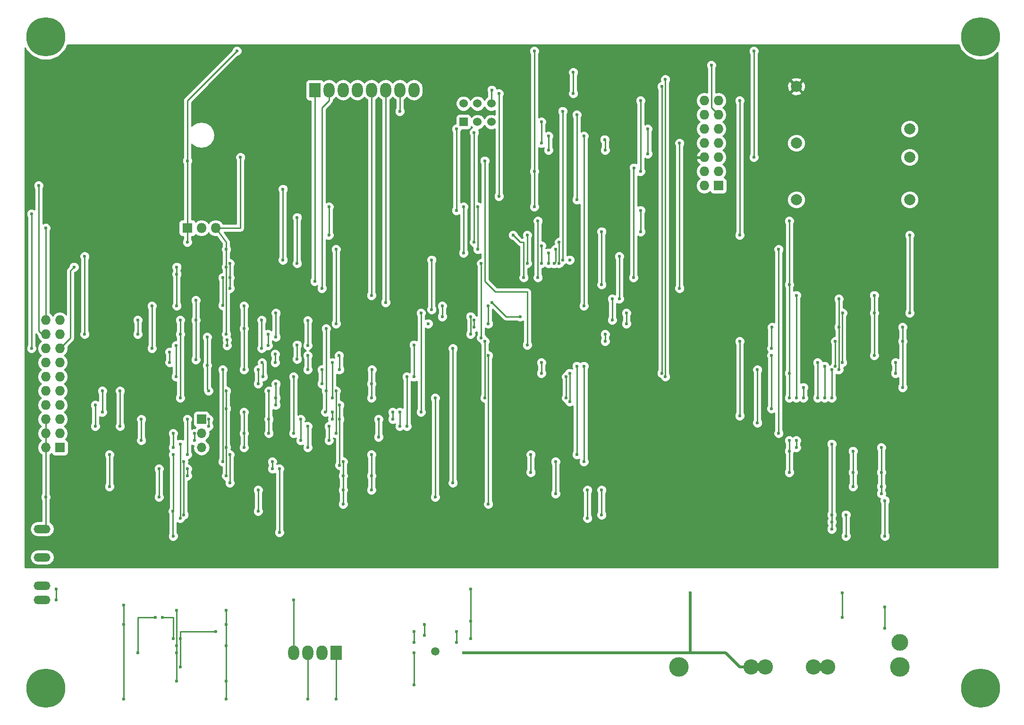
<source format=gbr>
G04 #@! TF.FileFunction,Copper,L2,Bot,Signal*
%FSLAX46Y46*%
G04 Gerber Fmt 4.6, Leading zero omitted, Abs format (unit mm)*
G04 Created by KiCad (PCBNEW 4.0.2-stable) date 3/27/2017 12:04:47 PM*
%MOMM*%
G01*
G04 APERTURE LIST*
%ADD10C,0.100000*%
%ADD11O,3.000000X1.500000*%
%ADD12C,1.500000*%
%ADD13C,2.000000*%
%ADD14R,1.524000X1.524000*%
%ADD15C,1.524000*%
%ADD16R,1.700000X1.700000*%
%ADD17O,1.700000X1.700000*%
%ADD18R,2.000000X2.600000*%
%ADD19O,2.000000X2.600000*%
%ADD20R,1.727200X1.727200*%
%ADD21O,1.727200X1.727200*%
%ADD22R,1.800000X1.800000*%
%ADD23O,1.800000X1.800000*%
%ADD24C,2.750000*%
%ADD25C,3.500000*%
%ADD26C,3.000000*%
%ADD27C,7.000000*%
%ADD28C,0.600000*%
%ADD29C,0.250000*%
%ADD30C,0.500000*%
%ADD31C,0.254000*%
G04 APERTURE END LIST*
D10*
D11*
X34925000Y-135255000D03*
X34925000Y-132715000D03*
X34925000Y-127635000D03*
X34925000Y-122555000D03*
D12*
X105410000Y-144495000D03*
D13*
X170180000Y-53340000D03*
X170180000Y-63500000D03*
X170180000Y-43180000D03*
X190500000Y-63500000D03*
X190500000Y-55880000D03*
X190500000Y-50800000D03*
D14*
X110490000Y-49530000D03*
D15*
X112990000Y-49530000D03*
X115490000Y-49530000D03*
X110490000Y-46230000D03*
X112990000Y-46230000D03*
X115490000Y-46230000D03*
D16*
X63500000Y-102870000D03*
D17*
X63500000Y-105410000D03*
X63500000Y-107950000D03*
D18*
X83820000Y-43815000D03*
D19*
X86360000Y-43815000D03*
X88900000Y-43815000D03*
X91440000Y-43815000D03*
X93980000Y-43815000D03*
X96520000Y-43815000D03*
X99060000Y-43815000D03*
X101600000Y-43815000D03*
D20*
X38100000Y-107950000D03*
D21*
X35560000Y-107950000D03*
X38100000Y-105410000D03*
X35560000Y-105410000D03*
X38100000Y-102870000D03*
X35560000Y-102870000D03*
X38100000Y-100330000D03*
X35560000Y-100330000D03*
X38100000Y-97790000D03*
X35560000Y-97790000D03*
X38100000Y-95250000D03*
X35560000Y-95250000D03*
X38100000Y-92710000D03*
X35560000Y-92710000D03*
X38100000Y-90170000D03*
X35560000Y-90170000D03*
X38100000Y-87630000D03*
X35560000Y-87630000D03*
X38100000Y-85090000D03*
X35560000Y-85090000D03*
D20*
X156210000Y-60960000D03*
D21*
X153670000Y-60960000D03*
X156210000Y-58420000D03*
X153670000Y-58420000D03*
X156210000Y-55880000D03*
X153670000Y-55880000D03*
X156210000Y-53340000D03*
X153670000Y-53340000D03*
X156210000Y-50800000D03*
X153670000Y-50800000D03*
X156210000Y-48260000D03*
X153670000Y-48260000D03*
X156210000Y-45720000D03*
X153670000Y-45720000D03*
D22*
X60960000Y-68580000D03*
D23*
X63500000Y-68580000D03*
X66040000Y-68580000D03*
D18*
X87630000Y-144780000D03*
D19*
X85090000Y-144780000D03*
X82550000Y-144780000D03*
X80010000Y-144780000D03*
D24*
X175770000Y-147320000D03*
X173230000Y-147320000D03*
X162050000Y-147320000D03*
X164590000Y-147320000D03*
D25*
X188720000Y-147320000D03*
X149100000Y-147320000D03*
D26*
X188720000Y-142870000D03*
D27*
X35560000Y-34290000D03*
X203200000Y-34290000D03*
X203200000Y-151130000D03*
X35560000Y-151130000D03*
D28*
X67945000Y-100965000D03*
X67945000Y-97790000D03*
X86995000Y-92710000D03*
X86995000Y-99060000D03*
X104140000Y-85725000D03*
X95250000Y-106045000D03*
X95250000Y-102870000D03*
X74295000Y-85090000D03*
X74295000Y-90170000D03*
X121285000Y-77470000D03*
X119380000Y-69850000D03*
X129540000Y-74295000D03*
X124460000Y-92710000D03*
X124460000Y-94615000D03*
X67945000Y-113030000D03*
X67945000Y-107950000D03*
X77470000Y-111760000D03*
X77470000Y-123190000D03*
X165735000Y-100965000D03*
X165735000Y-91440000D03*
X160020000Y-102235000D03*
X160020000Y-88900000D03*
X190500000Y-83820000D03*
X190500000Y-69850000D03*
X160020000Y-69850000D03*
X160020000Y-45720000D03*
X123825000Y-77470000D03*
X123825000Y-67310000D03*
X168910000Y-67310000D03*
X168910000Y-94615000D03*
X187960000Y-94615000D03*
X187960000Y-92710000D03*
X168910000Y-78740000D03*
X168910000Y-99060000D03*
X184150000Y-91440000D03*
X170180000Y-80645000D03*
X170180000Y-99060000D03*
X184150000Y-83820000D03*
X184150000Y-80645000D03*
X60960000Y-56515000D03*
X123190000Y-64770000D03*
X60960000Y-71120000D03*
X35560000Y-68580000D03*
X69850000Y-36830000D03*
X123190000Y-58420000D03*
X162560000Y-55880000D03*
X123190000Y-36830000D03*
X162560000Y-36830000D03*
X60960000Y-68580000D03*
X40640000Y-75565000D03*
X42545000Y-87630000D03*
X42545000Y-73660000D03*
X70485000Y-55880000D03*
X67945000Y-72390000D03*
X87630000Y-72390000D03*
X87630000Y-85725000D03*
X67945000Y-87630000D03*
X67945000Y-75565000D03*
X64770000Y-97790000D03*
X48895000Y-97790000D03*
X48895000Y-104140000D03*
X44450000Y-100330000D03*
X44450000Y-104140000D03*
X66040000Y-68580000D03*
X64516000Y-88138000D03*
X64516000Y-93218000D03*
X111760000Y-139065000D03*
X37465000Y-135255000D03*
X37465000Y-133350000D03*
X111760000Y-133350000D03*
X111760000Y-142240000D03*
X93980000Y-115570000D03*
X93980000Y-109220000D03*
X93980000Y-113030000D03*
X82550000Y-107950000D03*
X82550000Y-104140000D03*
X64770000Y-104140000D03*
X64770000Y-102870000D03*
X88900000Y-118110000D03*
X88900000Y-115570000D03*
X88900000Y-113030000D03*
X88900000Y-110490000D03*
X124460000Y-74930000D03*
X124460000Y-71755000D03*
X167005000Y-72390000D03*
X167005000Y-105410000D03*
X180340000Y-114935000D03*
X168910000Y-112395000D03*
X180360000Y-112395000D03*
X168910000Y-106680000D03*
X168910000Y-108585000D03*
X180340000Y-108585000D03*
X180340000Y-112395000D03*
X170180000Y-107950000D03*
X185420000Y-107950000D03*
X170180000Y-106680000D03*
X185420000Y-116205000D03*
X185420000Y-114935000D03*
X185420000Y-112395000D03*
X176530000Y-121285000D03*
X176530000Y-107315000D03*
X176530000Y-120015000D03*
X176530000Y-122555000D03*
X58420000Y-123825000D03*
X73660000Y-115570000D03*
X73660000Y-119380000D03*
X58400000Y-119380000D03*
X58420000Y-109220000D03*
X121920000Y-74930000D03*
X121920000Y-69850000D03*
X80010000Y-135255000D03*
X87630000Y-153035000D03*
X67945000Y-143510000D03*
X67945000Y-137160000D03*
X67945000Y-139700000D03*
X67945000Y-153035000D03*
X67945000Y-149860000D03*
X49530000Y-153035000D03*
X82550000Y-153035000D03*
X49530000Y-139700000D03*
X49530000Y-136182500D03*
X186055000Y-140335000D03*
X186055000Y-136525000D03*
X178435000Y-138430000D03*
X178435000Y-133985000D03*
X59055000Y-143510000D03*
X59055000Y-149860000D03*
X59055000Y-137160000D03*
X59055000Y-144780000D03*
X66040000Y-140970000D03*
X59690000Y-147320000D03*
X59690000Y-142240000D03*
X114300000Y-56515000D03*
X121920000Y-89535000D03*
X86360000Y-64770000D03*
X86360000Y-69850000D03*
X116840000Y-62865000D03*
X116840000Y-44450000D03*
X127000000Y-72390000D03*
X113030000Y-72390000D03*
X113030000Y-64770000D03*
X126746000Y-74930000D03*
X109220000Y-50800000D03*
X109220000Y-65405000D03*
X125730000Y-74930000D03*
X125730000Y-73025000D03*
X110490000Y-73025000D03*
X110490000Y-64770000D03*
X59690000Y-107315000D03*
X59690000Y-120650000D03*
X132715000Y-120650000D03*
X132715000Y-115570000D03*
X60325000Y-110490000D03*
X60325000Y-120015000D03*
X135255000Y-120015000D03*
X135255000Y-115570000D03*
X124460000Y-53340000D03*
X124460000Y-49530000D03*
X154940000Y-39370000D03*
X149225000Y-79375000D03*
X149225000Y-53340000D03*
X130175000Y-40640000D03*
X130175000Y-44450000D03*
X142240000Y-45720000D03*
X142240000Y-58420000D03*
X143510000Y-55245000D03*
X143510000Y-50800000D03*
X35560000Y-116840000D03*
X35560000Y-102870000D03*
X35560000Y-105410000D03*
X55880000Y-116840000D03*
X55880000Y-111760000D03*
X76200000Y-110490000D03*
X76200000Y-111760000D03*
X60960000Y-111760000D03*
X60960000Y-113030000D03*
X165815000Y-86360000D03*
X165735000Y-90170000D03*
X178515000Y-83820000D03*
X178435000Y-92710000D03*
X173990000Y-99060000D03*
X173990000Y-92710000D03*
X138430000Y-73660000D03*
X138430000Y-81280000D03*
X177800000Y-81280000D03*
X176530000Y-99060000D03*
X176530000Y-93980000D03*
X177800000Y-93980000D03*
X177800000Y-86360000D03*
X146050000Y-94615000D03*
X146050000Y-43180000D03*
X129540000Y-99695000D03*
X129540000Y-94615000D03*
X140970000Y-77470000D03*
X141050000Y-57785000D03*
X142240000Y-65405000D03*
X142240000Y-69215000D03*
X135255000Y-69215000D03*
X135255000Y-78740000D03*
X139700000Y-83820000D03*
X139700000Y-85725000D03*
X59690000Y-85090000D03*
X59690000Y-99060000D03*
X59690000Y-87630000D03*
X76835000Y-99060000D03*
X76835000Y-96520000D03*
X76835000Y-100330000D03*
X45720000Y-101600000D03*
X45720000Y-97790000D03*
X74375000Y-92710000D03*
X74549000Y-95250000D03*
X76708000Y-92710000D03*
X76708000Y-91186000D03*
X82550000Y-93980000D03*
X73660000Y-93980000D03*
X73660000Y-96520000D03*
X82550000Y-91440000D03*
X93980000Y-99060000D03*
X94060000Y-93980000D03*
X93980000Y-96520000D03*
X88265000Y-93980000D03*
X88185000Y-91440000D03*
X85090000Y-96520000D03*
X85090000Y-93980000D03*
X146685000Y-41910000D03*
X146685000Y-95250000D03*
X128905000Y-99060000D03*
X128905000Y-95250000D03*
X114935000Y-118110000D03*
X114935000Y-91440000D03*
X88265000Y-100330000D03*
X88265000Y-102870000D03*
X88265000Y-111125000D03*
X114300000Y-99060000D03*
X114300000Y-88900000D03*
X105410000Y-99060000D03*
X105410000Y-116840000D03*
X33020000Y-90170000D03*
X33020000Y-66040000D03*
X186055000Y-117475000D03*
X186055000Y-123825000D03*
X46990000Y-114935000D03*
X46990000Y-109220000D03*
X58420000Y-105410000D03*
X58420000Y-107950000D03*
X55245000Y-138430000D03*
X52070000Y-144780000D03*
X151130000Y-133985000D03*
X110490000Y-144780000D03*
X75565000Y-105410000D03*
X75565000Y-102870000D03*
X75565000Y-97790000D03*
X71120000Y-107950000D03*
X71120000Y-105410000D03*
X71120000Y-101600000D03*
X135890000Y-87630000D03*
X135890000Y-88900000D03*
X108585000Y-114300000D03*
X108585000Y-90170000D03*
X68580000Y-114300000D03*
X68580000Y-109220000D03*
X60960000Y-109220000D03*
X60960000Y-102870000D03*
X80010000Y-95250000D03*
X80010000Y-105410000D03*
X87630000Y-105410000D03*
X87630000Y-97790000D03*
X99060000Y-101600000D03*
X99060000Y-104140000D03*
X86360000Y-104140000D03*
X86360000Y-106680000D03*
X81280000Y-106680000D03*
X81280000Y-102870000D03*
X97790000Y-102870000D03*
X97790000Y-101600000D03*
X86995000Y-101600000D03*
X86995000Y-102870000D03*
X83820000Y-78105000D03*
X85090000Y-79375000D03*
X93980000Y-80645000D03*
X120650000Y-84455000D03*
X115570000Y-81915000D03*
X96520000Y-81915000D03*
X130810000Y-93345000D03*
X130810000Y-109220000D03*
X122555000Y-112395000D03*
X122555000Y-109220000D03*
X127000000Y-116205000D03*
X132080000Y-93345000D03*
X132080000Y-110490000D03*
X127000000Y-110490000D03*
X132080000Y-82550000D03*
X132080000Y-52070000D03*
X130810000Y-63500000D03*
X130810000Y-48260000D03*
X101600000Y-142875000D03*
X101600000Y-140970000D03*
X109220000Y-140970000D03*
X109220000Y-142875000D03*
X115570000Y-43815000D03*
X99060000Y-47625000D03*
X68580000Y-74930000D03*
X68580000Y-77470000D03*
X68580000Y-79375000D03*
X163195000Y-103505000D03*
X163195000Y-93980000D03*
X34290000Y-60960000D03*
X135890000Y-54610000D03*
X125730000Y-54610000D03*
X125730000Y-52070000D03*
X135810000Y-52705000D03*
X175260000Y-93345000D03*
X177165000Y-93345000D03*
X177165000Y-88900000D03*
X175260000Y-99060000D03*
X137160000Y-85090000D03*
X137160000Y-81280000D03*
X54610000Y-82550000D03*
X54610000Y-90170000D03*
X59055000Y-75565000D03*
X59055000Y-76835000D03*
X59055000Y-82550000D03*
X57785000Y-90805000D03*
X57785000Y-92710000D03*
X62484000Y-81534000D03*
X62484000Y-85090000D03*
X62484000Y-92202000D03*
X85725000Y-101600000D03*
X67310000Y-82470000D03*
X67310000Y-77470000D03*
X71120000Y-93980000D03*
X67310000Y-93980000D03*
X67310000Y-110490000D03*
X85852000Y-97790000D03*
X71120000Y-82550000D03*
X71120000Y-86614000D03*
X85852000Y-86614000D03*
X76835000Y-88138000D03*
X102870000Y-101600000D03*
X102870000Y-83820000D03*
X76835000Y-83820000D03*
X101600000Y-89535000D03*
X101600000Y-95250000D03*
X82550000Y-89662000D03*
X82550000Y-85170000D03*
X80645000Y-92075000D03*
X80645000Y-89535000D03*
X75438000Y-87630000D03*
X75438000Y-89662000D03*
X68072000Y-88646000D03*
X68072000Y-89662000D03*
X101600000Y-150495000D03*
X101600000Y-144780000D03*
X103505000Y-139700000D03*
X103505000Y-141605000D03*
X52705000Y-102870000D03*
X52705000Y-106680000D03*
X62230000Y-106680000D03*
X62230000Y-105410000D03*
X63500000Y-105410000D03*
X112395000Y-51435000D03*
X112395000Y-71120000D03*
X127635000Y-71120000D03*
X127635000Y-74930000D03*
X128270000Y-47625000D03*
X128270000Y-74295000D03*
X100330000Y-104140000D03*
X100330000Y-95250000D03*
X113665000Y-88265000D03*
X113665000Y-74930000D03*
X80645000Y-74930000D03*
X80645000Y-66675000D03*
X104775000Y-74295000D03*
X78105000Y-74295000D03*
X78105000Y-61595000D03*
X104775000Y-83185000D03*
X98425000Y-100330000D03*
X107315000Y-105410000D03*
X78740000Y-113030000D03*
X52705000Y-96520000D03*
X85725000Y-107950000D03*
X106045000Y-86995000D03*
X165100000Y-48260000D03*
X199390000Y-83820000D03*
X182880000Y-86360000D03*
X172740000Y-101620000D03*
X130175000Y-77470000D03*
X120015000Y-77470000D03*
X123190000Y-89535000D03*
X126365000Y-104775000D03*
X128905000Y-104775000D03*
X111125000Y-55880000D03*
X180340000Y-122555000D03*
X180340000Y-125730000D03*
X160020000Y-104775000D03*
X121920000Y-115570000D03*
X88900000Y-96520000D03*
X93980000Y-100330000D03*
X59690000Y-121920000D03*
X58420000Y-125730000D03*
X58420000Y-100330000D03*
X58420000Y-104140000D03*
X73660000Y-100330000D03*
X81280000Y-99060000D03*
X69850000Y-101600000D03*
X81280000Y-82550000D03*
X95250000Y-69850000D03*
X139700000Y-91440000D03*
X52070000Y-87630000D03*
X52070000Y-85090000D03*
X58928000Y-95250000D03*
X58928000Y-89662000D03*
X189230000Y-88900000D03*
X189230000Y-86360000D03*
X171450000Y-99060000D03*
X171450000Y-97155000D03*
X189230000Y-97155000D03*
X179070000Y-120015000D03*
X179070000Y-123825000D03*
X58420000Y-142240000D03*
X56515000Y-138430000D03*
X112395000Y-85090000D03*
X112395000Y-86360000D03*
X111760000Y-87630000D03*
X111760000Y-84455000D03*
X114935000Y-85725000D03*
X114935000Y-82550000D03*
X106680000Y-82550000D03*
X106680000Y-84455000D03*
D29*
X67945000Y-100965000D02*
X67945000Y-97790000D01*
X67945000Y-107950000D02*
X67945000Y-100965000D01*
X86995000Y-99060000D02*
X86995000Y-92710000D01*
X95250000Y-102870000D02*
X95250000Y-106045000D01*
X74295000Y-90170000D02*
X74295000Y-85090000D01*
X121285000Y-71120000D02*
X120650000Y-71120000D01*
X121285000Y-71120000D02*
X121285000Y-77470000D01*
X120650000Y-71120000D02*
X119380000Y-69850000D01*
X124460000Y-94615000D02*
X124460000Y-92710000D01*
X67945000Y-107950000D02*
X67945000Y-113030000D01*
X77470000Y-111760000D02*
X77470000Y-123190000D01*
X165735000Y-91440000D02*
X165735000Y-100965000D01*
X160020000Y-88900000D02*
X160020000Y-102235000D01*
X190500000Y-69850000D02*
X190500000Y-83820000D01*
X160020000Y-45720000D02*
X160020000Y-69850000D01*
X168910000Y-78740000D02*
X168910000Y-67310000D01*
X123825000Y-67310000D02*
X123825000Y-77470000D01*
X187960000Y-92710000D02*
X187960000Y-94615000D01*
X168910000Y-78740000D02*
X168910000Y-94615000D01*
X168910000Y-94615000D02*
X168910000Y-99060000D01*
X184150000Y-83820000D02*
X184150000Y-91440000D01*
X170180000Y-80645000D02*
X170180000Y-99060000D01*
X184150000Y-80645000D02*
X184150000Y-83820000D01*
X123190000Y-58420000D02*
X123190000Y-64770000D01*
X60980000Y-71100000D02*
X60960000Y-68580000D01*
X60980000Y-71100000D02*
X60960000Y-71120000D01*
X35560000Y-68580000D02*
X35560000Y-85090000D01*
X60960000Y-45720000D02*
X60960000Y-56515000D01*
X60960000Y-56515000D02*
X60960000Y-68580000D01*
X69850000Y-36830000D02*
X60960000Y-45720000D01*
X123190000Y-58420000D02*
X123190000Y-36830000D01*
X162560000Y-36830000D02*
X162560000Y-55880000D01*
X40005000Y-88265000D02*
X38100000Y-90170000D01*
X40005000Y-76200000D02*
X40005000Y-88265000D01*
X40640000Y-75565000D02*
X40005000Y-76200000D01*
X42545000Y-73660000D02*
X42545000Y-87630000D01*
X66040000Y-68580000D02*
X70485000Y-68580000D01*
X70485000Y-68580000D02*
X70485000Y-55880000D01*
X87630000Y-85725000D02*
X87630000Y-72390000D01*
X67945000Y-75565000D02*
X67945000Y-87630000D01*
X67945000Y-75565000D02*
X67945000Y-72390000D01*
X67945000Y-72390000D02*
X67945000Y-71120000D01*
X64516000Y-97536000D02*
X64516000Y-93218000D01*
X64770000Y-97790000D02*
X64516000Y-97536000D01*
X48895000Y-104140000D02*
X48895000Y-97790000D01*
X66040000Y-68580000D02*
X67945000Y-71120000D01*
X44450000Y-104140000D02*
X44450000Y-100330000D01*
X64516000Y-88138000D02*
X64516000Y-93218000D01*
X111760000Y-139065000D02*
X111760000Y-133350000D01*
X37465000Y-133350000D02*
X37465000Y-135255000D01*
X111760000Y-139065000D02*
X111760000Y-142240000D01*
X93980000Y-115570000D02*
X93980000Y-113030000D01*
X93980000Y-113030000D02*
X93980000Y-109220000D01*
X82550000Y-104140000D02*
X82550000Y-107950000D01*
X64770000Y-102870000D02*
X64770000Y-104140000D01*
X88900000Y-115570000D02*
X88900000Y-118110000D01*
X88900000Y-115570000D02*
X88900000Y-113030000D01*
X88900000Y-110490000D02*
X88900000Y-113030000D01*
X124460000Y-71755000D02*
X124460000Y-74930000D01*
X167005000Y-105410000D02*
X167005000Y-72390000D01*
X180360000Y-112395000D02*
X180360000Y-114915000D01*
X180360000Y-114915000D02*
X180340000Y-114935000D01*
X180340000Y-114935000D02*
X180420000Y-114855000D01*
X168910000Y-108585000D02*
X168910000Y-112395000D01*
X168910000Y-108585000D02*
X168910000Y-106680000D01*
X180340000Y-112375000D02*
X180340000Y-108585000D01*
X180360000Y-112395000D02*
X180340000Y-112375000D01*
X170180000Y-107950000D02*
X170180000Y-106680000D01*
X185420000Y-107950000D02*
X185420000Y-112395000D01*
X185420000Y-116205000D02*
X185420000Y-114935000D01*
X185420000Y-112395000D02*
X185420000Y-114935000D01*
X176530000Y-107315000D02*
X176530000Y-120015000D01*
X176530000Y-121285000D02*
X176530000Y-122555000D01*
X176530000Y-120015000D02*
X176530000Y-121285000D01*
X58400000Y-123805000D02*
X58400000Y-119380000D01*
X58420000Y-123825000D02*
X58400000Y-123805000D01*
X73660000Y-119380000D02*
X73660000Y-115570000D01*
X58420000Y-119360000D02*
X58420000Y-109220000D01*
X58400000Y-119380000D02*
X58420000Y-119360000D01*
X121920000Y-70485000D02*
X121920000Y-69850000D01*
X121920000Y-70485000D02*
X121920000Y-74930000D01*
X80010000Y-144780000D02*
X80010000Y-135255000D01*
X87630000Y-144780000D02*
X87630000Y-153035000D01*
X67945000Y-139700000D02*
X67945000Y-137160000D01*
X67945000Y-139700000D02*
X67945000Y-143510000D01*
X67945000Y-143510000D02*
X67945000Y-149860000D01*
X67945000Y-149860000D02*
X67945000Y-153035000D01*
X82550000Y-144780000D02*
X82550000Y-153035000D01*
X49530000Y-153035000D02*
X49530000Y-139700000D01*
X49530000Y-139700000D02*
X49530000Y-136182500D01*
X186055000Y-136525000D02*
X186055000Y-140335000D01*
X178435000Y-135890000D02*
X178435000Y-133985000D01*
X178435000Y-135890000D02*
X178435000Y-138430000D01*
X59055000Y-149860000D02*
X59055000Y-144780000D01*
X59055000Y-143510000D02*
X59055000Y-137160000D01*
X59055000Y-143510000D02*
X59055000Y-144780000D01*
X59690000Y-142240000D02*
X59690000Y-140970000D01*
X59690000Y-140970000D02*
X66040000Y-140970000D01*
X59690000Y-142240000D02*
X59690000Y-147320000D01*
X121920000Y-89535000D02*
X121920000Y-80010000D01*
X121920000Y-80010000D02*
X116205000Y-80010000D01*
X116205000Y-80010000D02*
X114300000Y-78105000D01*
X114300000Y-78105000D02*
X114300000Y-56515000D01*
X86360000Y-69850000D02*
X86360000Y-64770000D01*
X116840000Y-44450000D02*
X116840000Y-62865000D01*
X127000000Y-72390000D02*
X127000000Y-74676000D01*
X113030000Y-72390000D02*
X113030000Y-64770000D01*
X127000000Y-74676000D02*
X126746000Y-74930000D01*
X109220000Y-50800000D02*
X109220000Y-65405000D01*
X125730000Y-73025000D02*
X125730000Y-74930000D01*
X110490000Y-73025000D02*
X110490000Y-64770000D01*
X59690000Y-120650000D02*
X59690000Y-107315000D01*
X132715000Y-115570000D02*
X132715000Y-120650000D01*
X60325000Y-120015000D02*
X60325000Y-110490000D01*
X135255000Y-115570000D02*
X135255000Y-120015000D01*
X124460000Y-49530000D02*
X124460000Y-53340000D01*
X156210000Y-48260000D02*
X154940000Y-46990000D01*
X154940000Y-46990000D02*
X154940000Y-39370000D01*
X149225000Y-53340000D02*
X149225000Y-79375000D01*
X130175000Y-44450000D02*
X130175000Y-40640000D01*
X142240000Y-58420000D02*
X142240000Y-45720000D01*
X143510000Y-50800000D02*
X143510000Y-55245000D01*
X35560000Y-107950000D02*
X35560000Y-116840000D01*
X35560000Y-116840000D02*
X35560000Y-121920000D01*
X35560000Y-121920000D02*
X34925000Y-122555000D01*
X35560000Y-105410000D02*
X35560000Y-102870000D01*
X35560000Y-107950000D02*
X35560000Y-105410000D01*
X55880000Y-111760000D02*
X55880000Y-116840000D01*
X76200000Y-111760000D02*
X76200000Y-110490000D01*
X60960000Y-113030000D02*
X60960000Y-111760000D01*
X165735000Y-86440000D02*
X165735000Y-90170000D01*
X165735000Y-86440000D02*
X165815000Y-86360000D01*
X178435000Y-83900000D02*
X178515000Y-83820000D01*
X178435000Y-83900000D02*
X178435000Y-91440000D01*
X178435000Y-92710000D02*
X178435000Y-91440000D01*
X173990000Y-92710000D02*
X173990000Y-99060000D01*
X177800000Y-86360000D02*
X177800000Y-81280000D01*
X138430000Y-81280000D02*
X138430000Y-73660000D01*
X176530000Y-93980000D02*
X176530000Y-99060000D01*
X177800000Y-93980000D02*
X177800000Y-86360000D01*
X146050000Y-45085000D02*
X146050000Y-43180000D01*
X146050000Y-94615000D02*
X146050000Y-45085000D01*
X129540000Y-94615000D02*
X129540000Y-99695000D01*
X140970000Y-57865000D02*
X141050000Y-57785000D01*
X140970000Y-57865000D02*
X140970000Y-77470000D01*
X142240000Y-69215000D02*
X142240000Y-65405000D01*
X135255000Y-69215000D02*
X135255000Y-78740000D01*
X139700000Y-85725000D02*
X139700000Y-83820000D01*
X59690000Y-87630000D02*
X59690000Y-85090000D01*
X59690000Y-99060000D02*
X59690000Y-87630000D01*
X76835000Y-100330000D02*
X76835000Y-99060000D01*
X76835000Y-99060000D02*
X76835000Y-96520000D01*
X45720000Y-97790000D02*
X45720000Y-101600000D01*
X74549000Y-92884000D02*
X74549000Y-95250000D01*
X74549000Y-92884000D02*
X74375000Y-92710000D01*
X76708000Y-92710000D02*
X76708000Y-91186000D01*
X73660000Y-93980000D02*
X73660000Y-96520000D01*
X82550000Y-91440000D02*
X82550000Y-93980000D01*
X93980000Y-96520000D02*
X93980000Y-99060000D01*
X93980000Y-94060000D02*
X94060000Y-93980000D01*
X93980000Y-94060000D02*
X93980000Y-96520000D01*
X88265000Y-91520000D02*
X88185000Y-91440000D01*
X88265000Y-91520000D02*
X88265000Y-93980000D01*
X85090000Y-93980000D02*
X85090000Y-96520000D01*
X146685000Y-43815000D02*
X146685000Y-41910000D01*
X146685000Y-43815000D02*
X146685000Y-43815000D01*
X146685000Y-95250000D02*
X146685000Y-43815000D01*
X128905000Y-99060000D02*
X128905000Y-95250000D01*
X114935000Y-91440000D02*
X114935000Y-118110000D01*
X88265000Y-100330000D02*
X88265000Y-102870000D01*
X88265000Y-111125000D02*
X88265000Y-102870000D01*
X114300000Y-88900000D02*
X114300000Y-99060000D01*
X105410000Y-116840000D02*
X105410000Y-99060000D01*
X33020000Y-66040000D02*
X33020000Y-90170000D01*
X186055000Y-117475000D02*
X186055000Y-123825000D01*
X46990000Y-109220000D02*
X46990000Y-114935000D01*
X58420000Y-105410000D02*
X58420000Y-107950000D01*
X52070000Y-138430000D02*
X55245000Y-138430000D01*
X52070000Y-144780000D02*
X52070000Y-138430000D01*
D30*
X151130000Y-144780000D02*
X151130000Y-133985000D01*
X162050000Y-147320000D02*
X160020000Y-147320000D01*
X157480000Y-144780000D02*
X151130000Y-144780000D01*
X151130000Y-144780000D02*
X110490000Y-144780000D01*
X160020000Y-147320000D02*
X157480000Y-144780000D01*
D29*
X75565000Y-105410000D02*
X75565000Y-102870000D01*
X75565000Y-102870000D02*
X75565000Y-97790000D01*
X71120000Y-105410000D02*
X71120000Y-107950000D01*
X71120000Y-101600000D02*
X71120000Y-105410000D01*
X135890000Y-88900000D02*
X135890000Y-87630000D01*
X108585000Y-114300000D02*
X108585000Y-90170000D01*
X68580000Y-113030000D02*
X68580000Y-114300000D01*
X68580000Y-109220000D02*
X68580000Y-113030000D01*
X60960000Y-102870000D02*
X60960000Y-109220000D01*
X80010000Y-105410000D02*
X80010000Y-95250000D01*
X87630000Y-97790000D02*
X87630000Y-105410000D01*
X99060000Y-104140000D02*
X99060000Y-101600000D01*
X86360000Y-106680000D02*
X86360000Y-104140000D01*
X81280000Y-102870000D02*
X81280000Y-106680000D01*
X97790000Y-101600000D02*
X97790000Y-102870000D01*
X86995000Y-102870000D02*
X86995000Y-101600000D01*
X83820000Y-43815000D02*
X83820000Y-78105000D01*
X86360000Y-43815000D02*
X86360000Y-45720000D01*
X85090000Y-46990000D02*
X85090000Y-79375000D01*
X86360000Y-45720000D02*
X85090000Y-46990000D01*
X93980000Y-43815000D02*
X93980000Y-80645000D01*
X96520000Y-43815000D02*
X96520000Y-81915000D01*
X118110000Y-84455000D02*
X120650000Y-84455000D01*
X115570000Y-81915000D02*
X118110000Y-84455000D01*
X130810000Y-93345000D02*
X130810000Y-109220000D01*
X122555000Y-109220000D02*
X122555000Y-112395000D01*
X127000000Y-116205000D02*
X127000000Y-110490000D01*
X132080000Y-93345000D02*
X132080000Y-110490000D01*
X132080000Y-52070000D02*
X132080000Y-82550000D01*
X130810000Y-48260000D02*
X130810000Y-63500000D01*
X101600000Y-140970000D02*
X101600000Y-142875000D01*
X109220000Y-142875000D02*
X109220000Y-140970000D01*
X115490000Y-43895000D02*
X115570000Y-43815000D01*
X115490000Y-43895000D02*
X115490000Y-46230000D01*
X99060000Y-43815000D02*
X99060000Y-47625000D01*
X68580000Y-74930000D02*
X68580000Y-77470000D01*
X68580000Y-79375000D02*
X68580000Y-77470000D01*
X163195000Y-103505000D02*
X163195000Y-93980000D01*
X34290000Y-86995000D02*
X34925000Y-87630000D01*
X34290000Y-60960000D02*
X34290000Y-86995000D01*
X34925000Y-87630000D02*
X35560000Y-87630000D01*
X135890000Y-52785000D02*
X135810000Y-52705000D01*
X135890000Y-52785000D02*
X135890000Y-54610000D01*
X125730000Y-54610000D02*
X125730000Y-52070000D01*
X175260000Y-93345000D02*
X175260000Y-99060000D01*
X177165000Y-93345000D02*
X177165000Y-88900000D01*
X137160000Y-85090000D02*
X137160000Y-81280000D01*
X54610000Y-90170000D02*
X54610000Y-82550000D01*
X59055000Y-76835000D02*
X59055000Y-75565000D01*
X59055000Y-82550000D02*
X59055000Y-76835000D01*
X57785000Y-92710000D02*
X57785000Y-90805000D01*
X62484000Y-81534000D02*
X62484000Y-85090000D01*
X62484000Y-92202000D02*
X62484000Y-85090000D01*
X85852000Y-97790000D02*
X85852000Y-101473000D01*
X85852000Y-101473000D02*
X85725000Y-101600000D01*
X67310000Y-82470000D02*
X67310000Y-77470000D01*
X71120000Y-93980000D02*
X71120000Y-86614000D01*
X67310000Y-110490000D02*
X67310000Y-93980000D01*
X85852000Y-91694000D02*
X85852000Y-97790000D01*
X71120000Y-86614000D02*
X71120000Y-82550000D01*
X85852000Y-91694000D02*
X85852000Y-86614000D01*
X76835000Y-88138000D02*
X76835000Y-85170000D01*
X102870000Y-101600000D02*
X102870000Y-83820000D01*
X76835000Y-83820000D02*
X76835000Y-85090000D01*
X76835000Y-85090000D02*
X76835000Y-85170000D01*
X76835000Y-85090000D02*
X76835000Y-85170000D01*
X101600000Y-89535000D02*
X101600000Y-95250000D01*
X82550000Y-89662000D02*
X82550000Y-85170000D01*
X80645000Y-89535000D02*
X80645000Y-92075000D01*
X75438000Y-89662000D02*
X75438000Y-87630000D01*
X68072000Y-88646000D02*
X68072000Y-89662000D01*
X101600000Y-150495000D02*
X101600000Y-144780000D01*
X103505000Y-139700000D02*
X103505000Y-141605000D01*
X52705000Y-102870000D02*
X52705000Y-106680000D01*
X62230000Y-106680000D02*
X62230000Y-105410000D01*
X112395000Y-71120000D02*
X112395000Y-51435000D01*
X127635000Y-74930000D02*
X127635000Y-71120000D01*
X128270000Y-74295000D02*
X128270000Y-47625000D01*
X100330000Y-95250000D02*
X100330000Y-104140000D01*
X113665000Y-74930000D02*
X113665000Y-88265000D01*
X80645000Y-66675000D02*
X80645000Y-74930000D01*
X104775000Y-74295000D02*
X104775000Y-83185000D01*
X78105000Y-74295000D02*
X78105000Y-61595000D01*
X172740000Y-101620000D02*
X172720000Y-101600000D01*
X52070000Y-87630000D02*
X52070000Y-85090000D01*
X58928000Y-95250000D02*
X58928000Y-89662000D01*
X189230000Y-88900000D02*
X189230000Y-86360000D01*
X171450000Y-97155000D02*
X171450000Y-99060000D01*
X189230000Y-88980000D02*
X189230000Y-97155000D01*
X189310000Y-88900000D02*
X189230000Y-88980000D01*
X179070000Y-120015000D02*
X179070000Y-123825000D01*
X58420000Y-138430000D02*
X56515000Y-138430000D01*
X58420000Y-138430000D02*
X58420000Y-142240000D01*
X112395000Y-86360000D02*
X112395000Y-85090000D01*
X111760000Y-84455000D02*
X111760000Y-87630000D01*
X114935000Y-82550000D02*
X114935000Y-85725000D01*
X106680000Y-84455000D02*
X106680000Y-82550000D01*
D31*
G36*
X199692474Y-36629229D02*
X200854653Y-37793438D01*
X202373889Y-38424280D01*
X204018894Y-38425716D01*
X205539229Y-37797526D01*
X206248000Y-37089991D01*
X206248000Y-129413000D01*
X31877000Y-129413000D01*
X31877000Y-127635000D01*
X32748173Y-127635000D01*
X32853600Y-128165017D01*
X33153830Y-128614343D01*
X33603156Y-128914573D01*
X34133173Y-129020000D01*
X35716827Y-129020000D01*
X36246844Y-128914573D01*
X36696170Y-128614343D01*
X36996400Y-128165017D01*
X37101827Y-127635000D01*
X36996400Y-127104983D01*
X36696170Y-126655657D01*
X36246844Y-126355427D01*
X35716827Y-126250000D01*
X34133173Y-126250000D01*
X33603156Y-126355427D01*
X33153830Y-126655657D01*
X32853600Y-127104983D01*
X32748173Y-127635000D01*
X31877000Y-127635000D01*
X31877000Y-66225167D01*
X32084838Y-66225167D01*
X32226883Y-66568943D01*
X32260000Y-66602118D01*
X32260000Y-89607537D01*
X32227808Y-89639673D01*
X32085162Y-89983201D01*
X32084838Y-90355167D01*
X32226883Y-90698943D01*
X32489673Y-90962192D01*
X32833201Y-91104838D01*
X33205167Y-91105162D01*
X33548943Y-90963117D01*
X33812192Y-90700327D01*
X33954838Y-90356799D01*
X33955162Y-89984833D01*
X33813117Y-89641057D01*
X33780000Y-89607882D01*
X33780000Y-87559802D01*
X34106552Y-87886354D01*
X34175474Y-88232848D01*
X34500330Y-88719029D01*
X34771172Y-88900000D01*
X34500330Y-89080971D01*
X34175474Y-89567152D01*
X34061400Y-90140641D01*
X34061400Y-90199359D01*
X34175474Y-90772848D01*
X34500330Y-91259029D01*
X34771172Y-91440000D01*
X34500330Y-91620971D01*
X34175474Y-92107152D01*
X34061400Y-92680641D01*
X34061400Y-92739359D01*
X34175474Y-93312848D01*
X34500330Y-93799029D01*
X34771172Y-93980000D01*
X34500330Y-94160971D01*
X34175474Y-94647152D01*
X34061400Y-95220641D01*
X34061400Y-95279359D01*
X34175474Y-95852848D01*
X34500330Y-96339029D01*
X34771172Y-96520000D01*
X34500330Y-96700971D01*
X34175474Y-97187152D01*
X34061400Y-97760641D01*
X34061400Y-97819359D01*
X34175474Y-98392848D01*
X34500330Y-98879029D01*
X34771172Y-99060000D01*
X34500330Y-99240971D01*
X34175474Y-99727152D01*
X34061400Y-100300641D01*
X34061400Y-100359359D01*
X34175474Y-100932848D01*
X34500330Y-101419029D01*
X34771172Y-101600000D01*
X34500330Y-101780971D01*
X34175474Y-102267152D01*
X34061400Y-102840641D01*
X34061400Y-102899359D01*
X34175474Y-103472848D01*
X34500330Y-103959029D01*
X34771172Y-104140000D01*
X34500330Y-104320971D01*
X34175474Y-104807152D01*
X34061400Y-105380641D01*
X34061400Y-105439359D01*
X34175474Y-106012848D01*
X34500330Y-106499029D01*
X34771172Y-106680000D01*
X34500330Y-106860971D01*
X34175474Y-107347152D01*
X34061400Y-107920641D01*
X34061400Y-107979359D01*
X34175474Y-108552848D01*
X34500330Y-109039029D01*
X34800000Y-109239262D01*
X34800000Y-116277537D01*
X34767808Y-116309673D01*
X34625162Y-116653201D01*
X34624838Y-117025167D01*
X34766883Y-117368943D01*
X34800000Y-117402118D01*
X34800000Y-121170000D01*
X34133173Y-121170000D01*
X33603156Y-121275427D01*
X33153830Y-121575657D01*
X32853600Y-122024983D01*
X32748173Y-122555000D01*
X32853600Y-123085017D01*
X33153830Y-123534343D01*
X33603156Y-123834573D01*
X34133173Y-123940000D01*
X35716827Y-123940000D01*
X36246844Y-123834573D01*
X36696170Y-123534343D01*
X36996400Y-123085017D01*
X37101827Y-122555000D01*
X36996400Y-122024983D01*
X36696170Y-121575657D01*
X36320000Y-121324308D01*
X36320000Y-119565167D01*
X57464838Y-119565167D01*
X57606883Y-119908943D01*
X57640000Y-119942118D01*
X57640000Y-123282502D01*
X57627808Y-123294673D01*
X57485162Y-123638201D01*
X57484838Y-124010167D01*
X57626883Y-124353943D01*
X57889673Y-124617192D01*
X58233201Y-124759838D01*
X58605167Y-124760162D01*
X58948943Y-124618117D01*
X59212192Y-124355327D01*
X59354838Y-124011799D01*
X59355162Y-123639833D01*
X59213117Y-123296057D01*
X59160000Y-123242847D01*
X59160000Y-121442328D01*
X59503201Y-121584838D01*
X59875167Y-121585162D01*
X60218943Y-121443117D01*
X60482192Y-121180327D01*
X60591765Y-120916446D01*
X60853943Y-120808117D01*
X61117192Y-120545327D01*
X61259838Y-120201799D01*
X61260162Y-119829833D01*
X61118117Y-119486057D01*
X61085000Y-119452882D01*
X61085000Y-115755167D01*
X72724838Y-115755167D01*
X72866883Y-116098943D01*
X72900000Y-116132118D01*
X72900000Y-118817537D01*
X72867808Y-118849673D01*
X72725162Y-119193201D01*
X72724838Y-119565167D01*
X72866883Y-119908943D01*
X73129673Y-120172192D01*
X73473201Y-120314838D01*
X73845167Y-120315162D01*
X74188943Y-120173117D01*
X74452192Y-119910327D01*
X74594838Y-119566799D01*
X74595162Y-119194833D01*
X74453117Y-118851057D01*
X74420000Y-118817882D01*
X74420000Y-116132463D01*
X74452192Y-116100327D01*
X74594838Y-115756799D01*
X74595162Y-115384833D01*
X74453117Y-115041057D01*
X74190327Y-114777808D01*
X73846799Y-114635162D01*
X73474833Y-114634838D01*
X73131057Y-114776883D01*
X72867808Y-115039673D01*
X72725162Y-115383201D01*
X72724838Y-115755167D01*
X61085000Y-115755167D01*
X61085000Y-113965110D01*
X61145167Y-113965162D01*
X61488943Y-113823117D01*
X61752192Y-113560327D01*
X61894838Y-113216799D01*
X61895162Y-112844833D01*
X61753117Y-112501057D01*
X61720000Y-112467882D01*
X61720000Y-112322463D01*
X61752192Y-112290327D01*
X61894838Y-111946799D01*
X61895162Y-111574833D01*
X61753117Y-111231057D01*
X61490327Y-110967808D01*
X61190668Y-110843378D01*
X61259838Y-110676799D01*
X61260162Y-110304833D01*
X61190568Y-110136403D01*
X61488943Y-110013117D01*
X61752192Y-109750327D01*
X61894838Y-109406799D01*
X61895162Y-109034833D01*
X61753117Y-108691057D01*
X61720000Y-108657882D01*
X61720000Y-107480633D01*
X62043201Y-107614838D01*
X62052573Y-107614846D01*
X61985907Y-107950000D01*
X62098946Y-108518285D01*
X62420853Y-109000054D01*
X62902622Y-109321961D01*
X63470907Y-109435000D01*
X63529093Y-109435000D01*
X64097378Y-109321961D01*
X64579147Y-109000054D01*
X64901054Y-108518285D01*
X65014093Y-107950000D01*
X64901054Y-107381715D01*
X64579147Y-106899946D01*
X64249974Y-106680000D01*
X64579147Y-106460054D01*
X64901054Y-105978285D01*
X65014093Y-105410000D01*
X64947488Y-105075155D01*
X64955167Y-105075162D01*
X65298943Y-104933117D01*
X65562192Y-104670327D01*
X65704838Y-104326799D01*
X65705162Y-103954833D01*
X65563117Y-103611057D01*
X65530000Y-103577882D01*
X65530000Y-103432463D01*
X65562192Y-103400327D01*
X65704838Y-103056799D01*
X65705162Y-102684833D01*
X65563117Y-102341057D01*
X65300327Y-102077808D01*
X64983568Y-101946278D01*
X64953162Y-101784683D01*
X64814090Y-101568559D01*
X64601890Y-101423569D01*
X64350000Y-101372560D01*
X62650000Y-101372560D01*
X62414683Y-101416838D01*
X62198559Y-101555910D01*
X62053569Y-101768110D01*
X62002560Y-102020000D01*
X62002560Y-103720000D01*
X62046838Y-103955317D01*
X62185910Y-104171441D01*
X62398110Y-104316431D01*
X62465541Y-104330086D01*
X62420853Y-104359946D01*
X62343911Y-104475099D01*
X62044833Y-104474838D01*
X61720000Y-104609056D01*
X61720000Y-103432463D01*
X61752192Y-103400327D01*
X61894838Y-103056799D01*
X61895162Y-102684833D01*
X61753117Y-102341057D01*
X61490327Y-102077808D01*
X61146799Y-101935162D01*
X60774833Y-101934838D01*
X60431057Y-102076883D01*
X60167808Y-102339673D01*
X60025162Y-102683201D01*
X60024838Y-103055167D01*
X60166883Y-103398943D01*
X60200000Y-103432118D01*
X60200000Y-106514367D01*
X59876799Y-106380162D01*
X59504833Y-106379838D01*
X59180000Y-106514056D01*
X59180000Y-105972463D01*
X59212192Y-105940327D01*
X59354838Y-105596799D01*
X59355162Y-105224833D01*
X59213117Y-104881057D01*
X58950327Y-104617808D01*
X58606799Y-104475162D01*
X58234833Y-104474838D01*
X57891057Y-104616883D01*
X57627808Y-104879673D01*
X57485162Y-105223201D01*
X57484838Y-105595167D01*
X57626883Y-105938943D01*
X57660000Y-105972118D01*
X57660000Y-107387537D01*
X57627808Y-107419673D01*
X57485162Y-107763201D01*
X57484838Y-108135167D01*
X57626883Y-108478943D01*
X57732710Y-108584954D01*
X57627808Y-108689673D01*
X57485162Y-109033201D01*
X57484838Y-109405167D01*
X57626883Y-109748943D01*
X57660000Y-109782118D01*
X57660000Y-118797572D01*
X57607808Y-118849673D01*
X57465162Y-119193201D01*
X57464838Y-119565167D01*
X36320000Y-119565167D01*
X36320000Y-117402463D01*
X36352192Y-117370327D01*
X36494838Y-117026799D01*
X36495162Y-116654833D01*
X36353117Y-116311057D01*
X36320000Y-116277882D01*
X36320000Y-109239262D01*
X36619670Y-109039029D01*
X36628805Y-109025358D01*
X36633238Y-109048917D01*
X36772310Y-109265041D01*
X36984510Y-109410031D01*
X37236400Y-109461040D01*
X38963600Y-109461040D01*
X39198917Y-109416762D01*
X39216936Y-109405167D01*
X46054838Y-109405167D01*
X46196883Y-109748943D01*
X46230000Y-109782118D01*
X46230000Y-114372537D01*
X46197808Y-114404673D01*
X46055162Y-114748201D01*
X46054838Y-115120167D01*
X46196883Y-115463943D01*
X46459673Y-115727192D01*
X46803201Y-115869838D01*
X47175167Y-115870162D01*
X47518943Y-115728117D01*
X47782192Y-115465327D01*
X47924838Y-115121799D01*
X47925162Y-114749833D01*
X47783117Y-114406057D01*
X47750000Y-114372882D01*
X47750000Y-111945167D01*
X54944838Y-111945167D01*
X55086883Y-112288943D01*
X55120000Y-112322118D01*
X55120000Y-116277537D01*
X55087808Y-116309673D01*
X54945162Y-116653201D01*
X54944838Y-117025167D01*
X55086883Y-117368943D01*
X55349673Y-117632192D01*
X55693201Y-117774838D01*
X56065167Y-117775162D01*
X56408943Y-117633117D01*
X56672192Y-117370327D01*
X56814838Y-117026799D01*
X56815162Y-116654833D01*
X56673117Y-116311057D01*
X56640000Y-116277882D01*
X56640000Y-112322463D01*
X56672192Y-112290327D01*
X56814838Y-111946799D01*
X56815162Y-111574833D01*
X56673117Y-111231057D01*
X56410327Y-110967808D01*
X56066799Y-110825162D01*
X55694833Y-110824838D01*
X55351057Y-110966883D01*
X55087808Y-111229673D01*
X54945162Y-111573201D01*
X54944838Y-111945167D01*
X47750000Y-111945167D01*
X47750000Y-109782463D01*
X47782192Y-109750327D01*
X47924838Y-109406799D01*
X47925162Y-109034833D01*
X47783117Y-108691057D01*
X47520327Y-108427808D01*
X47176799Y-108285162D01*
X46804833Y-108284838D01*
X46461057Y-108426883D01*
X46197808Y-108689673D01*
X46055162Y-109033201D01*
X46054838Y-109405167D01*
X39216936Y-109405167D01*
X39415041Y-109277690D01*
X39560031Y-109065490D01*
X39611040Y-108813600D01*
X39611040Y-107086400D01*
X39566762Y-106851083D01*
X39427690Y-106634959D01*
X39215490Y-106489969D01*
X39171655Y-106481092D01*
X39484526Y-106012848D01*
X39598600Y-105439359D01*
X39598600Y-105380641D01*
X39484526Y-104807152D01*
X39159670Y-104320971D01*
X38888828Y-104140000D01*
X39159670Y-103959029D01*
X39484526Y-103472848D01*
X39598600Y-102899359D01*
X39598600Y-102840641D01*
X39484526Y-102267152D01*
X39159670Y-101780971D01*
X38888828Y-101600000D01*
X39159670Y-101419029D01*
X39484526Y-100932848D01*
X39567607Y-100515167D01*
X43514838Y-100515167D01*
X43656883Y-100858943D01*
X43690000Y-100892118D01*
X43690000Y-103577537D01*
X43657808Y-103609673D01*
X43515162Y-103953201D01*
X43514838Y-104325167D01*
X43656883Y-104668943D01*
X43919673Y-104932192D01*
X44263201Y-105074838D01*
X44635167Y-105075162D01*
X44978943Y-104933117D01*
X45242192Y-104670327D01*
X45384838Y-104326799D01*
X45385162Y-103954833D01*
X45243117Y-103611057D01*
X45210000Y-103577882D01*
X45210000Y-102400633D01*
X45533201Y-102534838D01*
X45905167Y-102535162D01*
X46248943Y-102393117D01*
X46512192Y-102130327D01*
X46654838Y-101786799D01*
X46655162Y-101414833D01*
X46513117Y-101071057D01*
X46480000Y-101037882D01*
X46480000Y-98352463D01*
X46512192Y-98320327D01*
X46654838Y-97976799D01*
X46654839Y-97975167D01*
X47959838Y-97975167D01*
X48101883Y-98318943D01*
X48135000Y-98352118D01*
X48135000Y-103577537D01*
X48102808Y-103609673D01*
X47960162Y-103953201D01*
X47959838Y-104325167D01*
X48101883Y-104668943D01*
X48364673Y-104932192D01*
X48708201Y-105074838D01*
X49080167Y-105075162D01*
X49423943Y-104933117D01*
X49687192Y-104670327D01*
X49829838Y-104326799D01*
X49830162Y-103954833D01*
X49688117Y-103611057D01*
X49655000Y-103577882D01*
X49655000Y-103055167D01*
X51769838Y-103055167D01*
X51911883Y-103398943D01*
X51945000Y-103432118D01*
X51945000Y-106117537D01*
X51912808Y-106149673D01*
X51770162Y-106493201D01*
X51769838Y-106865167D01*
X51911883Y-107208943D01*
X52174673Y-107472192D01*
X52518201Y-107614838D01*
X52890167Y-107615162D01*
X53233943Y-107473117D01*
X53497192Y-107210327D01*
X53639838Y-106866799D01*
X53640162Y-106494833D01*
X53498117Y-106151057D01*
X53465000Y-106117882D01*
X53465000Y-103432463D01*
X53497192Y-103400327D01*
X53639838Y-103056799D01*
X53640162Y-102684833D01*
X53498117Y-102341057D01*
X53235327Y-102077808D01*
X52891799Y-101935162D01*
X52519833Y-101934838D01*
X52176057Y-102076883D01*
X51912808Y-102339673D01*
X51770162Y-102683201D01*
X51769838Y-103055167D01*
X49655000Y-103055167D01*
X49655000Y-98352463D01*
X49687192Y-98320327D01*
X49829838Y-97976799D01*
X49830162Y-97604833D01*
X49688117Y-97261057D01*
X49425327Y-96997808D01*
X49081799Y-96855162D01*
X48709833Y-96854838D01*
X48366057Y-96996883D01*
X48102808Y-97259673D01*
X47960162Y-97603201D01*
X47959838Y-97975167D01*
X46654839Y-97975167D01*
X46655162Y-97604833D01*
X46513117Y-97261057D01*
X46250327Y-96997808D01*
X45906799Y-96855162D01*
X45534833Y-96854838D01*
X45191057Y-96996883D01*
X44927808Y-97259673D01*
X44785162Y-97603201D01*
X44784838Y-97975167D01*
X44926883Y-98318943D01*
X44960000Y-98352118D01*
X44960000Y-99529367D01*
X44636799Y-99395162D01*
X44264833Y-99394838D01*
X43921057Y-99536883D01*
X43657808Y-99799673D01*
X43515162Y-100143201D01*
X43514838Y-100515167D01*
X39567607Y-100515167D01*
X39598600Y-100359359D01*
X39598600Y-100300641D01*
X39484526Y-99727152D01*
X39159670Y-99240971D01*
X38888828Y-99060000D01*
X39159670Y-98879029D01*
X39484526Y-98392848D01*
X39598600Y-97819359D01*
X39598600Y-97760641D01*
X39484526Y-97187152D01*
X39159670Y-96700971D01*
X38888828Y-96520000D01*
X39159670Y-96339029D01*
X39484526Y-95852848D01*
X39598600Y-95279359D01*
X39598600Y-95220641D01*
X39484526Y-94647152D01*
X39159670Y-94160971D01*
X38888828Y-93980000D01*
X39159670Y-93799029D01*
X39484526Y-93312848D01*
X39598600Y-92739359D01*
X39598600Y-92680641D01*
X39484526Y-92107152D01*
X39159670Y-91620971D01*
X38888828Y-91440000D01*
X39159670Y-91259029D01*
X39484526Y-90772848D01*
X39598600Y-90199359D01*
X39598600Y-90140641D01*
X39533158Y-89811644D01*
X40542401Y-88802401D01*
X40707148Y-88555839D01*
X40765000Y-88265000D01*
X40765000Y-76514802D01*
X40779680Y-76500122D01*
X40825167Y-76500162D01*
X41168943Y-76358117D01*
X41432192Y-76095327D01*
X41574838Y-75751799D01*
X41575162Y-75379833D01*
X41433117Y-75036057D01*
X41170327Y-74772808D01*
X40826799Y-74630162D01*
X40454833Y-74629838D01*
X40111057Y-74771883D01*
X39847808Y-75034673D01*
X39705162Y-75378201D01*
X39705121Y-75425077D01*
X39467599Y-75662599D01*
X39302852Y-75909161D01*
X39245000Y-76200000D01*
X39245000Y-84128676D01*
X39159670Y-84000971D01*
X38673489Y-83676115D01*
X38100000Y-83562041D01*
X37526511Y-83676115D01*
X37040330Y-84000971D01*
X36830000Y-84315752D01*
X36619670Y-84000971D01*
X36320000Y-83800738D01*
X36320000Y-73845167D01*
X41609838Y-73845167D01*
X41751883Y-74188943D01*
X41785000Y-74222118D01*
X41785000Y-87067537D01*
X41752808Y-87099673D01*
X41610162Y-87443201D01*
X41609838Y-87815167D01*
X41751883Y-88158943D01*
X42014673Y-88422192D01*
X42358201Y-88564838D01*
X42730167Y-88565162D01*
X43073943Y-88423117D01*
X43337192Y-88160327D01*
X43479838Y-87816799D01*
X43480162Y-87444833D01*
X43338117Y-87101057D01*
X43305000Y-87067882D01*
X43305000Y-85275167D01*
X51134838Y-85275167D01*
X51276883Y-85618943D01*
X51310000Y-85652118D01*
X51310000Y-87067537D01*
X51277808Y-87099673D01*
X51135162Y-87443201D01*
X51134838Y-87815167D01*
X51276883Y-88158943D01*
X51539673Y-88422192D01*
X51883201Y-88564838D01*
X52255167Y-88565162D01*
X52598943Y-88423117D01*
X52862192Y-88160327D01*
X53004838Y-87816799D01*
X53005162Y-87444833D01*
X52863117Y-87101057D01*
X52830000Y-87067882D01*
X52830000Y-85652463D01*
X52862192Y-85620327D01*
X53004838Y-85276799D01*
X53005162Y-84904833D01*
X52863117Y-84561057D01*
X52600327Y-84297808D01*
X52256799Y-84155162D01*
X51884833Y-84154838D01*
X51541057Y-84296883D01*
X51277808Y-84559673D01*
X51135162Y-84903201D01*
X51134838Y-85275167D01*
X43305000Y-85275167D01*
X43305000Y-82735167D01*
X53674838Y-82735167D01*
X53816883Y-83078943D01*
X53850000Y-83112118D01*
X53850000Y-89607537D01*
X53817808Y-89639673D01*
X53675162Y-89983201D01*
X53674838Y-90355167D01*
X53816883Y-90698943D01*
X54079673Y-90962192D01*
X54423201Y-91104838D01*
X54795167Y-91105162D01*
X55073476Y-90990167D01*
X56849838Y-90990167D01*
X56991883Y-91333943D01*
X57025000Y-91367118D01*
X57025000Y-92147537D01*
X56992808Y-92179673D01*
X56850162Y-92523201D01*
X56849838Y-92895167D01*
X56991883Y-93238943D01*
X57254673Y-93502192D01*
X57598201Y-93644838D01*
X57970167Y-93645162D01*
X58168000Y-93563419D01*
X58168000Y-94687537D01*
X58135808Y-94719673D01*
X57993162Y-95063201D01*
X57992838Y-95435167D01*
X58134883Y-95778943D01*
X58397673Y-96042192D01*
X58741201Y-96184838D01*
X58930000Y-96185002D01*
X58930000Y-98497537D01*
X58897808Y-98529673D01*
X58755162Y-98873201D01*
X58754838Y-99245167D01*
X58896883Y-99588943D01*
X59159673Y-99852192D01*
X59503201Y-99994838D01*
X59875167Y-99995162D01*
X60218943Y-99853117D01*
X60482192Y-99590327D01*
X60624838Y-99246799D01*
X60625162Y-98874833D01*
X60483117Y-98531057D01*
X60450000Y-98497882D01*
X60450000Y-88192463D01*
X60482192Y-88160327D01*
X60624838Y-87816799D01*
X60625162Y-87444833D01*
X60483117Y-87101057D01*
X60450000Y-87067882D01*
X60450000Y-85652463D01*
X60482192Y-85620327D01*
X60624838Y-85276799D01*
X60625162Y-84904833D01*
X60483117Y-84561057D01*
X60220327Y-84297808D01*
X59876799Y-84155162D01*
X59504833Y-84154838D01*
X59161057Y-84296883D01*
X58897808Y-84559673D01*
X58755162Y-84903201D01*
X58754838Y-85275167D01*
X58896883Y-85618943D01*
X58930000Y-85652118D01*
X58930000Y-87067537D01*
X58897808Y-87099673D01*
X58755162Y-87443201D01*
X58754838Y-87815167D01*
X58896883Y-88158943D01*
X58930000Y-88192118D01*
X58930000Y-88727001D01*
X58742833Y-88726838D01*
X58399057Y-88868883D01*
X58135808Y-89131673D01*
X57993162Y-89475201D01*
X57992838Y-89847167D01*
X58008664Y-89885470D01*
X57971799Y-89870162D01*
X57599833Y-89869838D01*
X57256057Y-90011883D01*
X56992808Y-90274673D01*
X56850162Y-90618201D01*
X56849838Y-90990167D01*
X55073476Y-90990167D01*
X55138943Y-90963117D01*
X55402192Y-90700327D01*
X55544838Y-90356799D01*
X55545162Y-89984833D01*
X55403117Y-89641057D01*
X55370000Y-89607882D01*
X55370000Y-83112463D01*
X55402192Y-83080327D01*
X55544838Y-82736799D01*
X55545162Y-82364833D01*
X55403117Y-82021057D01*
X55140327Y-81757808D01*
X54796799Y-81615162D01*
X54424833Y-81614838D01*
X54081057Y-81756883D01*
X53817808Y-82019673D01*
X53675162Y-82363201D01*
X53674838Y-82735167D01*
X43305000Y-82735167D01*
X43305000Y-75750167D01*
X58119838Y-75750167D01*
X58261883Y-76093943D01*
X58295000Y-76127118D01*
X58295000Y-76272537D01*
X58262808Y-76304673D01*
X58120162Y-76648201D01*
X58119838Y-77020167D01*
X58261883Y-77363943D01*
X58295000Y-77397118D01*
X58295000Y-81987537D01*
X58262808Y-82019673D01*
X58120162Y-82363201D01*
X58119838Y-82735167D01*
X58261883Y-83078943D01*
X58524673Y-83342192D01*
X58868201Y-83484838D01*
X59240167Y-83485162D01*
X59583943Y-83343117D01*
X59847192Y-83080327D01*
X59989838Y-82736799D01*
X59990162Y-82364833D01*
X59848117Y-82021057D01*
X59815000Y-81987882D01*
X59815000Y-81719167D01*
X61548838Y-81719167D01*
X61690883Y-82062943D01*
X61724000Y-82096118D01*
X61724000Y-84527537D01*
X61691808Y-84559673D01*
X61549162Y-84903201D01*
X61548838Y-85275167D01*
X61690883Y-85618943D01*
X61724000Y-85652118D01*
X61724000Y-91639537D01*
X61691808Y-91671673D01*
X61549162Y-92015201D01*
X61548838Y-92387167D01*
X61690883Y-92730943D01*
X61953673Y-92994192D01*
X62297201Y-93136838D01*
X62669167Y-93137162D01*
X63012943Y-92995117D01*
X63276192Y-92732327D01*
X63418838Y-92388799D01*
X63419162Y-92016833D01*
X63277117Y-91673057D01*
X63244000Y-91639882D01*
X63244000Y-88323167D01*
X63580838Y-88323167D01*
X63722883Y-88666943D01*
X63756000Y-88700118D01*
X63756000Y-92655537D01*
X63723808Y-92687673D01*
X63581162Y-93031201D01*
X63580838Y-93403167D01*
X63722883Y-93746943D01*
X63756000Y-93780118D01*
X63756000Y-97536000D01*
X63813852Y-97826839D01*
X63834940Y-97858399D01*
X63834838Y-97975167D01*
X63976883Y-98318943D01*
X64239673Y-98582192D01*
X64583201Y-98724838D01*
X64955167Y-98725162D01*
X65298943Y-98583117D01*
X65562192Y-98320327D01*
X65704838Y-97976799D01*
X65705162Y-97604833D01*
X65563117Y-97261057D01*
X65300327Y-96997808D01*
X65276000Y-96987706D01*
X65276000Y-94165167D01*
X66374838Y-94165167D01*
X66516883Y-94508943D01*
X66550000Y-94542118D01*
X66550000Y-109927537D01*
X66517808Y-109959673D01*
X66375162Y-110303201D01*
X66374838Y-110675167D01*
X66516883Y-111018943D01*
X66779673Y-111282192D01*
X67123201Y-111424838D01*
X67185000Y-111424892D01*
X67185000Y-112467537D01*
X67152808Y-112499673D01*
X67010162Y-112843201D01*
X67009838Y-113215167D01*
X67151883Y-113558943D01*
X67414673Y-113822192D01*
X67714332Y-113946622D01*
X67645162Y-114113201D01*
X67644838Y-114485167D01*
X67786883Y-114828943D01*
X68049673Y-115092192D01*
X68393201Y-115234838D01*
X68765167Y-115235162D01*
X69108943Y-115093117D01*
X69372192Y-114830327D01*
X69514838Y-114486799D01*
X69515162Y-114114833D01*
X69373117Y-113771057D01*
X69340000Y-113737882D01*
X69340000Y-110675167D01*
X75264838Y-110675167D01*
X75406883Y-111018943D01*
X75440000Y-111052118D01*
X75440000Y-111197537D01*
X75407808Y-111229673D01*
X75265162Y-111573201D01*
X75264838Y-111945167D01*
X75406883Y-112288943D01*
X75669673Y-112552192D01*
X76013201Y-112694838D01*
X76385167Y-112695162D01*
X76710000Y-112560944D01*
X76710000Y-122627537D01*
X76677808Y-122659673D01*
X76535162Y-123003201D01*
X76534838Y-123375167D01*
X76676883Y-123718943D01*
X76939673Y-123982192D01*
X77283201Y-124124838D01*
X77655167Y-124125162D01*
X77998943Y-123983117D01*
X78262192Y-123720327D01*
X78404838Y-123376799D01*
X78405162Y-123004833D01*
X78263117Y-122661057D01*
X78230000Y-122627882D01*
X78230000Y-112322463D01*
X78262192Y-112290327D01*
X78404838Y-111946799D01*
X78405162Y-111574833D01*
X78263117Y-111231057D01*
X78000327Y-110967808D01*
X77656799Y-110825162D01*
X77284833Y-110824838D01*
X77029570Y-110930310D01*
X77134838Y-110676799D01*
X77135162Y-110304833D01*
X76993117Y-109961057D01*
X76730327Y-109697808D01*
X76386799Y-109555162D01*
X76014833Y-109554838D01*
X75671057Y-109696883D01*
X75407808Y-109959673D01*
X75265162Y-110303201D01*
X75264838Y-110675167D01*
X69340000Y-110675167D01*
X69340000Y-109782463D01*
X69372192Y-109750327D01*
X69514838Y-109406799D01*
X69515162Y-109034833D01*
X69373117Y-108691057D01*
X69110327Y-108427808D01*
X68810668Y-108303378D01*
X68879838Y-108136799D01*
X68880162Y-107764833D01*
X68738117Y-107421057D01*
X68705000Y-107387882D01*
X68705000Y-101785167D01*
X70184838Y-101785167D01*
X70326883Y-102128943D01*
X70360000Y-102162118D01*
X70360000Y-104847537D01*
X70327808Y-104879673D01*
X70185162Y-105223201D01*
X70184838Y-105595167D01*
X70326883Y-105938943D01*
X70360000Y-105972118D01*
X70360000Y-107387537D01*
X70327808Y-107419673D01*
X70185162Y-107763201D01*
X70184838Y-108135167D01*
X70326883Y-108478943D01*
X70589673Y-108742192D01*
X70933201Y-108884838D01*
X71305167Y-108885162D01*
X71648943Y-108743117D01*
X71912192Y-108480327D01*
X72054838Y-108136799D01*
X72055162Y-107764833D01*
X71913117Y-107421057D01*
X71880000Y-107387882D01*
X71880000Y-105972463D01*
X71912192Y-105940327D01*
X72054838Y-105596799D01*
X72055162Y-105224833D01*
X71913117Y-104881057D01*
X71880000Y-104847882D01*
X71880000Y-102162463D01*
X71912192Y-102130327D01*
X72054838Y-101786799D01*
X72055162Y-101414833D01*
X71913117Y-101071057D01*
X71650327Y-100807808D01*
X71306799Y-100665162D01*
X70934833Y-100664838D01*
X70591057Y-100806883D01*
X70327808Y-101069673D01*
X70185162Y-101413201D01*
X70184838Y-101785167D01*
X68705000Y-101785167D01*
X68705000Y-101527463D01*
X68737192Y-101495327D01*
X68879838Y-101151799D01*
X68880162Y-100779833D01*
X68738117Y-100436057D01*
X68705000Y-100402882D01*
X68705000Y-98352463D01*
X68737192Y-98320327D01*
X68879838Y-97976799D01*
X68879839Y-97975167D01*
X74629838Y-97975167D01*
X74771883Y-98318943D01*
X74805000Y-98352118D01*
X74805000Y-102307537D01*
X74772808Y-102339673D01*
X74630162Y-102683201D01*
X74629838Y-103055167D01*
X74771883Y-103398943D01*
X74805000Y-103432118D01*
X74805000Y-104847537D01*
X74772808Y-104879673D01*
X74630162Y-105223201D01*
X74629838Y-105595167D01*
X74771883Y-105938943D01*
X75034673Y-106202192D01*
X75378201Y-106344838D01*
X75750167Y-106345162D01*
X76093943Y-106203117D01*
X76357192Y-105940327D01*
X76499838Y-105596799D01*
X76500162Y-105224833D01*
X76358117Y-104881057D01*
X76325000Y-104847882D01*
X76325000Y-103432463D01*
X76357192Y-103400327D01*
X76499838Y-103056799D01*
X76500162Y-102684833D01*
X76358117Y-102341057D01*
X76325000Y-102307882D01*
X76325000Y-101130633D01*
X76648201Y-101264838D01*
X77020167Y-101265162D01*
X77363943Y-101123117D01*
X77627192Y-100860327D01*
X77769838Y-100516799D01*
X77770162Y-100144833D01*
X77628117Y-99801057D01*
X77595000Y-99767882D01*
X77595000Y-99622463D01*
X77627192Y-99590327D01*
X77769838Y-99246799D01*
X77770162Y-98874833D01*
X77628117Y-98531057D01*
X77595000Y-98497882D01*
X77595000Y-97082463D01*
X77627192Y-97050327D01*
X77769838Y-96706799D01*
X77770162Y-96334833D01*
X77628117Y-95991057D01*
X77365327Y-95727808D01*
X77021799Y-95585162D01*
X76649833Y-95584838D01*
X76306057Y-95726883D01*
X76042808Y-95989673D01*
X75900162Y-96333201D01*
X75899838Y-96705167D01*
X76005310Y-96960430D01*
X75751799Y-96855162D01*
X75379833Y-96854838D01*
X75036057Y-96996883D01*
X74772808Y-97259673D01*
X74630162Y-97603201D01*
X74629838Y-97975167D01*
X68879839Y-97975167D01*
X68880162Y-97604833D01*
X68738117Y-97261057D01*
X68475327Y-96997808D01*
X68131799Y-96855162D01*
X68070000Y-96855108D01*
X68070000Y-94542463D01*
X68102192Y-94510327D01*
X68244838Y-94166799D01*
X68245162Y-93794833D01*
X68103117Y-93451057D01*
X67840327Y-93187808D01*
X67496799Y-93045162D01*
X67124833Y-93044838D01*
X66781057Y-93186883D01*
X66517808Y-93449673D01*
X66375162Y-93793201D01*
X66374838Y-94165167D01*
X65276000Y-94165167D01*
X65276000Y-93780463D01*
X65308192Y-93748327D01*
X65450838Y-93404799D01*
X65451162Y-93032833D01*
X65309117Y-92689057D01*
X65276000Y-92655882D01*
X65276000Y-88700463D01*
X65308192Y-88668327D01*
X65450838Y-88324799D01*
X65451162Y-87952833D01*
X65309117Y-87609057D01*
X65046327Y-87345808D01*
X64702799Y-87203162D01*
X64330833Y-87202838D01*
X63987057Y-87344883D01*
X63723808Y-87607673D01*
X63581162Y-87951201D01*
X63580838Y-88323167D01*
X63244000Y-88323167D01*
X63244000Y-85652463D01*
X63276192Y-85620327D01*
X63418838Y-85276799D01*
X63419162Y-84904833D01*
X63277117Y-84561057D01*
X63244000Y-84527882D01*
X63244000Y-82096463D01*
X63276192Y-82064327D01*
X63418838Y-81720799D01*
X63419162Y-81348833D01*
X63277117Y-81005057D01*
X63014327Y-80741808D01*
X62670799Y-80599162D01*
X62298833Y-80598838D01*
X61955057Y-80740883D01*
X61691808Y-81003673D01*
X61549162Y-81347201D01*
X61548838Y-81719167D01*
X59815000Y-81719167D01*
X59815000Y-77397463D01*
X59847192Y-77365327D01*
X59989838Y-77021799D01*
X59990162Y-76649833D01*
X59848117Y-76306057D01*
X59815000Y-76272882D01*
X59815000Y-76127463D01*
X59847192Y-76095327D01*
X59989838Y-75751799D01*
X59990162Y-75379833D01*
X59848117Y-75036057D01*
X59585327Y-74772808D01*
X59241799Y-74630162D01*
X58869833Y-74629838D01*
X58526057Y-74771883D01*
X58262808Y-75034673D01*
X58120162Y-75378201D01*
X58119838Y-75750167D01*
X43305000Y-75750167D01*
X43305000Y-74222463D01*
X43337192Y-74190327D01*
X43479838Y-73846799D01*
X43480162Y-73474833D01*
X43338117Y-73131057D01*
X43075327Y-72867808D01*
X42731799Y-72725162D01*
X42359833Y-72724838D01*
X42016057Y-72866883D01*
X41752808Y-73129673D01*
X41610162Y-73473201D01*
X41609838Y-73845167D01*
X36320000Y-73845167D01*
X36320000Y-69142463D01*
X36352192Y-69110327D01*
X36494838Y-68766799D01*
X36495162Y-68394833D01*
X36353117Y-68051057D01*
X36090327Y-67787808D01*
X35830698Y-67680000D01*
X59412560Y-67680000D01*
X59412560Y-69480000D01*
X59456838Y-69715317D01*
X59595910Y-69931441D01*
X59808110Y-70076431D01*
X60060000Y-70127440D01*
X60212257Y-70127440D01*
X60215548Y-70542017D01*
X60167808Y-70589673D01*
X60025162Y-70933201D01*
X60024838Y-71305167D01*
X60166883Y-71648943D01*
X60429673Y-71912192D01*
X60773201Y-72054838D01*
X61145167Y-72055162D01*
X61488943Y-71913117D01*
X61752192Y-71650327D01*
X61894838Y-71306799D01*
X61895162Y-70934833D01*
X61753117Y-70591057D01*
X61735847Y-70573757D01*
X61732305Y-70127440D01*
X61860000Y-70127440D01*
X62095317Y-70083162D01*
X62311441Y-69944090D01*
X62456431Y-69731890D01*
X62459719Y-69715656D01*
X62882509Y-69998155D01*
X63469928Y-70115000D01*
X63530072Y-70115000D01*
X64117491Y-69998155D01*
X64615481Y-69665409D01*
X64770000Y-69434155D01*
X64924519Y-69665409D01*
X65422509Y-69998155D01*
X66009928Y-70115000D01*
X66070072Y-70115000D01*
X66219028Y-70085371D01*
X67185000Y-71373333D01*
X67185000Y-71827537D01*
X67152808Y-71859673D01*
X67010162Y-72203201D01*
X67009838Y-72575167D01*
X67151883Y-72918943D01*
X67185000Y-72952118D01*
X67185000Y-75002537D01*
X67152808Y-75034673D01*
X67010162Y-75378201D01*
X67009838Y-75750167D01*
X67151883Y-76093943D01*
X67185000Y-76127118D01*
X67185000Y-76534890D01*
X67124833Y-76534838D01*
X66781057Y-76676883D01*
X66517808Y-76939673D01*
X66375162Y-77283201D01*
X66374838Y-77655167D01*
X66516883Y-77998943D01*
X66550000Y-78032118D01*
X66550000Y-81907537D01*
X66517808Y-81939673D01*
X66375162Y-82283201D01*
X66374838Y-82655167D01*
X66516883Y-82998943D01*
X66779673Y-83262192D01*
X67123201Y-83404838D01*
X67185000Y-83404892D01*
X67185000Y-87067537D01*
X67152808Y-87099673D01*
X67010162Y-87443201D01*
X67009838Y-87815167D01*
X67151883Y-88158943D01*
X67229539Y-88236734D01*
X67137162Y-88459201D01*
X67136838Y-88831167D01*
X67270383Y-89154371D01*
X67137162Y-89475201D01*
X67136838Y-89847167D01*
X67278883Y-90190943D01*
X67541673Y-90454192D01*
X67885201Y-90596838D01*
X68257167Y-90597162D01*
X68600943Y-90455117D01*
X68864192Y-90192327D01*
X69006838Y-89848799D01*
X69007162Y-89476833D01*
X68873617Y-89153629D01*
X69006838Y-88832799D01*
X69007162Y-88460833D01*
X68865117Y-88117057D01*
X68787461Y-88039266D01*
X68879838Y-87816799D01*
X68880162Y-87444833D01*
X68738117Y-87101057D01*
X68705000Y-87067882D01*
X68705000Y-82735167D01*
X70184838Y-82735167D01*
X70326883Y-83078943D01*
X70360000Y-83112118D01*
X70360000Y-86051537D01*
X70327808Y-86083673D01*
X70185162Y-86427201D01*
X70184838Y-86799167D01*
X70326883Y-87142943D01*
X70360000Y-87176118D01*
X70360000Y-93417537D01*
X70327808Y-93449673D01*
X70185162Y-93793201D01*
X70184838Y-94165167D01*
X70326883Y-94508943D01*
X70589673Y-94772192D01*
X70933201Y-94914838D01*
X71305167Y-94915162D01*
X71648943Y-94773117D01*
X71912192Y-94510327D01*
X72054838Y-94166799D01*
X72054839Y-94165167D01*
X72724838Y-94165167D01*
X72866883Y-94508943D01*
X72900000Y-94542118D01*
X72900000Y-95957537D01*
X72867808Y-95989673D01*
X72725162Y-96333201D01*
X72724838Y-96705167D01*
X72866883Y-97048943D01*
X73129673Y-97312192D01*
X73473201Y-97454838D01*
X73845167Y-97455162D01*
X74188943Y-97313117D01*
X74452192Y-97050327D01*
X74594838Y-96706799D01*
X74595162Y-96334833D01*
X74533247Y-96184987D01*
X74734167Y-96185162D01*
X75077943Y-96043117D01*
X75341192Y-95780327D01*
X75483838Y-95436799D01*
X75483839Y-95435167D01*
X79074838Y-95435167D01*
X79216883Y-95778943D01*
X79250000Y-95812118D01*
X79250000Y-104847537D01*
X79217808Y-104879673D01*
X79075162Y-105223201D01*
X79074838Y-105595167D01*
X79216883Y-105938943D01*
X79479673Y-106202192D01*
X79823201Y-106344838D01*
X80195167Y-106345162D01*
X80450430Y-106239690D01*
X80345162Y-106493201D01*
X80344838Y-106865167D01*
X80486883Y-107208943D01*
X80749673Y-107472192D01*
X81093201Y-107614838D01*
X81465167Y-107615162D01*
X81720430Y-107509690D01*
X81615162Y-107763201D01*
X81614838Y-108135167D01*
X81756883Y-108478943D01*
X82019673Y-108742192D01*
X82363201Y-108884838D01*
X82735167Y-108885162D01*
X83078943Y-108743117D01*
X83342192Y-108480327D01*
X83484838Y-108136799D01*
X83485162Y-107764833D01*
X83343117Y-107421057D01*
X83310000Y-107387882D01*
X83310000Y-104702463D01*
X83342192Y-104670327D01*
X83484838Y-104326799D01*
X83485162Y-103954833D01*
X83343117Y-103611057D01*
X83080327Y-103347808D01*
X82736799Y-103205162D01*
X82364833Y-103204838D01*
X82109570Y-103310310D01*
X82214838Y-103056799D01*
X82215162Y-102684833D01*
X82073117Y-102341057D01*
X81810327Y-102077808D01*
X81466799Y-101935162D01*
X81094833Y-101934838D01*
X80770000Y-102069056D01*
X80770000Y-95812463D01*
X80802192Y-95780327D01*
X80944838Y-95436799D01*
X80945162Y-95064833D01*
X80803117Y-94721057D01*
X80540327Y-94457808D01*
X80196799Y-94315162D01*
X79824833Y-94314838D01*
X79481057Y-94456883D01*
X79217808Y-94719673D01*
X79075162Y-95063201D01*
X79074838Y-95435167D01*
X75483839Y-95435167D01*
X75484162Y-95064833D01*
X75342117Y-94721057D01*
X75309000Y-94687882D01*
X75309000Y-92898817D01*
X75309838Y-92896799D01*
X75310162Y-92524833D01*
X75168117Y-92181057D01*
X74905327Y-91917808D01*
X74561799Y-91775162D01*
X74189833Y-91774838D01*
X73846057Y-91916883D01*
X73582808Y-92179673D01*
X73440162Y-92523201D01*
X73439838Y-92895167D01*
X73501690Y-93044861D01*
X73474833Y-93044838D01*
X73131057Y-93186883D01*
X72867808Y-93449673D01*
X72725162Y-93793201D01*
X72724838Y-94165167D01*
X72054839Y-94165167D01*
X72055162Y-93794833D01*
X71913117Y-93451057D01*
X71880000Y-93417882D01*
X71880000Y-91371167D01*
X75772838Y-91371167D01*
X75914883Y-91714943D01*
X75948000Y-91748118D01*
X75948000Y-92147537D01*
X75915808Y-92179673D01*
X75773162Y-92523201D01*
X75772838Y-92895167D01*
X75914883Y-93238943D01*
X76177673Y-93502192D01*
X76521201Y-93644838D01*
X76893167Y-93645162D01*
X77236943Y-93503117D01*
X77500192Y-93240327D01*
X77642838Y-92896799D01*
X77643162Y-92524833D01*
X77501117Y-92181057D01*
X77468000Y-92147882D01*
X77468000Y-91748463D01*
X77500192Y-91716327D01*
X77642838Y-91372799D01*
X77643162Y-91000833D01*
X77501117Y-90657057D01*
X77238327Y-90393808D01*
X76894799Y-90251162D01*
X76522833Y-90250838D01*
X76179057Y-90392883D01*
X75915808Y-90655673D01*
X75773162Y-90999201D01*
X75772838Y-91371167D01*
X71880000Y-91371167D01*
X71880000Y-87176463D01*
X71912192Y-87144327D01*
X72054838Y-86800799D01*
X72055162Y-86428833D01*
X71913117Y-86085057D01*
X71880000Y-86051882D01*
X71880000Y-85275167D01*
X73359838Y-85275167D01*
X73501883Y-85618943D01*
X73535000Y-85652118D01*
X73535000Y-89607537D01*
X73502808Y-89639673D01*
X73360162Y-89983201D01*
X73359838Y-90355167D01*
X73501883Y-90698943D01*
X73764673Y-90962192D01*
X74108201Y-91104838D01*
X74480167Y-91105162D01*
X74823943Y-90963117D01*
X75087192Y-90700327D01*
X75147965Y-90553970D01*
X75251201Y-90596838D01*
X75623167Y-90597162D01*
X75966943Y-90455117D01*
X76230192Y-90192327D01*
X76372838Y-89848799D01*
X76372950Y-89720167D01*
X79709838Y-89720167D01*
X79851883Y-90063943D01*
X79885000Y-90097118D01*
X79885000Y-91512537D01*
X79852808Y-91544673D01*
X79710162Y-91888201D01*
X79709838Y-92260167D01*
X79851883Y-92603943D01*
X80114673Y-92867192D01*
X80458201Y-93009838D01*
X80830167Y-93010162D01*
X81173943Y-92868117D01*
X81437192Y-92605327D01*
X81579838Y-92261799D01*
X81580162Y-91889833D01*
X81438117Y-91546057D01*
X81405000Y-91512882D01*
X81405000Y-90097463D01*
X81437192Y-90065327D01*
X81579838Y-89721799D01*
X81580162Y-89349833D01*
X81438117Y-89006057D01*
X81175327Y-88742808D01*
X80831799Y-88600162D01*
X80459833Y-88599838D01*
X80116057Y-88741883D01*
X79852808Y-89004673D01*
X79710162Y-89348201D01*
X79709838Y-89720167D01*
X76372950Y-89720167D01*
X76373162Y-89476833D01*
X76231117Y-89133057D01*
X76198000Y-89099882D01*
X76198000Y-88823333D01*
X76304673Y-88930192D01*
X76648201Y-89072838D01*
X77020167Y-89073162D01*
X77363943Y-88931117D01*
X77627192Y-88668327D01*
X77769838Y-88324799D01*
X77770162Y-87952833D01*
X77628117Y-87609057D01*
X77595000Y-87575882D01*
X77595000Y-85355167D01*
X81614838Y-85355167D01*
X81756883Y-85698943D01*
X81790000Y-85732118D01*
X81790000Y-89099537D01*
X81757808Y-89131673D01*
X81615162Y-89475201D01*
X81614838Y-89847167D01*
X81756883Y-90190943D01*
X82019673Y-90454192D01*
X82252961Y-90551062D01*
X82021057Y-90646883D01*
X81757808Y-90909673D01*
X81615162Y-91253201D01*
X81614838Y-91625167D01*
X81756883Y-91968943D01*
X81790000Y-92002118D01*
X81790000Y-93417537D01*
X81757808Y-93449673D01*
X81615162Y-93793201D01*
X81614838Y-94165167D01*
X81756883Y-94508943D01*
X82019673Y-94772192D01*
X82363201Y-94914838D01*
X82735167Y-94915162D01*
X83078943Y-94773117D01*
X83342192Y-94510327D01*
X83484838Y-94166799D01*
X83484839Y-94165167D01*
X84154838Y-94165167D01*
X84296883Y-94508943D01*
X84330000Y-94542118D01*
X84330000Y-95957537D01*
X84297808Y-95989673D01*
X84155162Y-96333201D01*
X84154838Y-96705167D01*
X84296883Y-97048943D01*
X84559673Y-97312192D01*
X84903201Y-97454838D01*
X84978741Y-97454904D01*
X84917162Y-97603201D01*
X84916838Y-97975167D01*
X85058883Y-98318943D01*
X85092000Y-98352118D01*
X85092000Y-100910759D01*
X84932808Y-101069673D01*
X84790162Y-101413201D01*
X84789838Y-101785167D01*
X84931883Y-102128943D01*
X85194673Y-102392192D01*
X85538201Y-102534838D01*
X85910167Y-102535162D01*
X86165430Y-102429690D01*
X86060162Y-102683201D01*
X86059838Y-103055167D01*
X86129432Y-103223597D01*
X85831057Y-103346883D01*
X85567808Y-103609673D01*
X85425162Y-103953201D01*
X85424838Y-104325167D01*
X85566883Y-104668943D01*
X85600000Y-104702118D01*
X85600000Y-106117537D01*
X85567808Y-106149673D01*
X85425162Y-106493201D01*
X85424838Y-106865167D01*
X85566883Y-107208943D01*
X85829673Y-107472192D01*
X86173201Y-107614838D01*
X86545167Y-107615162D01*
X86888943Y-107473117D01*
X87152192Y-107210327D01*
X87294838Y-106866799D01*
X87295162Y-106494833D01*
X87189690Y-106239570D01*
X87443201Y-106344838D01*
X87505000Y-106344892D01*
X87505000Y-110562537D01*
X87472808Y-110594673D01*
X87330162Y-110938201D01*
X87329838Y-111310167D01*
X87471883Y-111653943D01*
X87734673Y-111917192D01*
X88078201Y-112059838D01*
X88140000Y-112059892D01*
X88140000Y-112467537D01*
X88107808Y-112499673D01*
X87965162Y-112843201D01*
X87964838Y-113215167D01*
X88106883Y-113558943D01*
X88140000Y-113592118D01*
X88140000Y-115007537D01*
X88107808Y-115039673D01*
X87965162Y-115383201D01*
X87964838Y-115755167D01*
X88106883Y-116098943D01*
X88140000Y-116132118D01*
X88140000Y-117547537D01*
X88107808Y-117579673D01*
X87965162Y-117923201D01*
X87964838Y-118295167D01*
X88106883Y-118638943D01*
X88369673Y-118902192D01*
X88713201Y-119044838D01*
X89085167Y-119045162D01*
X89428943Y-118903117D01*
X89692192Y-118640327D01*
X89834838Y-118296799D01*
X89835162Y-117924833D01*
X89693117Y-117581057D01*
X89660000Y-117547882D01*
X89660000Y-116132463D01*
X89692192Y-116100327D01*
X89834838Y-115756799D01*
X89835162Y-115384833D01*
X89693117Y-115041057D01*
X89660000Y-115007882D01*
X89660000Y-113592463D01*
X89692192Y-113560327D01*
X89834838Y-113216799D01*
X89835162Y-112844833D01*
X89693117Y-112501057D01*
X89660000Y-112467882D01*
X89660000Y-111052463D01*
X89692192Y-111020327D01*
X89834838Y-110676799D01*
X89835162Y-110304833D01*
X89693117Y-109961057D01*
X89430327Y-109697808D01*
X89086799Y-109555162D01*
X89025000Y-109555108D01*
X89025000Y-109405167D01*
X93044838Y-109405167D01*
X93186883Y-109748943D01*
X93220000Y-109782118D01*
X93220000Y-112467537D01*
X93187808Y-112499673D01*
X93045162Y-112843201D01*
X93044838Y-113215167D01*
X93186883Y-113558943D01*
X93220000Y-113592118D01*
X93220000Y-115007537D01*
X93187808Y-115039673D01*
X93045162Y-115383201D01*
X93044838Y-115755167D01*
X93186883Y-116098943D01*
X93449673Y-116362192D01*
X93793201Y-116504838D01*
X94165167Y-116505162D01*
X94508943Y-116363117D01*
X94772192Y-116100327D01*
X94914838Y-115756799D01*
X94915162Y-115384833D01*
X94773117Y-115041057D01*
X94740000Y-115007882D01*
X94740000Y-113592463D01*
X94772192Y-113560327D01*
X94914838Y-113216799D01*
X94915162Y-112844833D01*
X94773117Y-112501057D01*
X94740000Y-112467882D01*
X94740000Y-109782463D01*
X94772192Y-109750327D01*
X94914838Y-109406799D01*
X94915162Y-109034833D01*
X94773117Y-108691057D01*
X94510327Y-108427808D01*
X94166799Y-108285162D01*
X93794833Y-108284838D01*
X93451057Y-108426883D01*
X93187808Y-108689673D01*
X93045162Y-109033201D01*
X93044838Y-109405167D01*
X89025000Y-109405167D01*
X89025000Y-103432463D01*
X89057192Y-103400327D01*
X89199838Y-103056799D01*
X89199839Y-103055167D01*
X94314838Y-103055167D01*
X94456883Y-103398943D01*
X94490000Y-103432118D01*
X94490000Y-105482537D01*
X94457808Y-105514673D01*
X94315162Y-105858201D01*
X94314838Y-106230167D01*
X94456883Y-106573943D01*
X94719673Y-106837192D01*
X95063201Y-106979838D01*
X95435167Y-106980162D01*
X95778943Y-106838117D01*
X96042192Y-106575327D01*
X96184838Y-106231799D01*
X96185162Y-105859833D01*
X96043117Y-105516057D01*
X96010000Y-105482882D01*
X96010000Y-103432463D01*
X96042192Y-103400327D01*
X96184838Y-103056799D01*
X96185162Y-102684833D01*
X96043117Y-102341057D01*
X95780327Y-102077808D01*
X95436799Y-101935162D01*
X95064833Y-101934838D01*
X94721057Y-102076883D01*
X94457808Y-102339673D01*
X94315162Y-102683201D01*
X94314838Y-103055167D01*
X89199839Y-103055167D01*
X89200162Y-102684833D01*
X89058117Y-102341057D01*
X89025000Y-102307882D01*
X89025000Y-101785167D01*
X96854838Y-101785167D01*
X96996883Y-102128943D01*
X97030000Y-102162118D01*
X97030000Y-102307537D01*
X96997808Y-102339673D01*
X96855162Y-102683201D01*
X96854838Y-103055167D01*
X96996883Y-103398943D01*
X97259673Y-103662192D01*
X97603201Y-103804838D01*
X97975167Y-103805162D01*
X98230430Y-103699690D01*
X98125162Y-103953201D01*
X98124838Y-104325167D01*
X98266883Y-104668943D01*
X98529673Y-104932192D01*
X98873201Y-105074838D01*
X99245167Y-105075162D01*
X99588943Y-104933117D01*
X99694954Y-104827290D01*
X99799673Y-104932192D01*
X100143201Y-105074838D01*
X100515167Y-105075162D01*
X100858943Y-104933117D01*
X101122192Y-104670327D01*
X101264838Y-104326799D01*
X101265162Y-103954833D01*
X101123117Y-103611057D01*
X101090000Y-103577882D01*
X101090000Y-96050633D01*
X101413201Y-96184838D01*
X101785167Y-96185162D01*
X102110000Y-96050944D01*
X102110000Y-101037537D01*
X102077808Y-101069673D01*
X101935162Y-101413201D01*
X101934838Y-101785167D01*
X102076883Y-102128943D01*
X102339673Y-102392192D01*
X102683201Y-102534838D01*
X103055167Y-102535162D01*
X103398943Y-102393117D01*
X103662192Y-102130327D01*
X103804838Y-101786799D01*
X103805162Y-101414833D01*
X103663117Y-101071057D01*
X103630000Y-101037882D01*
X103630000Y-99245167D01*
X104474838Y-99245167D01*
X104616883Y-99588943D01*
X104650000Y-99622118D01*
X104650000Y-116277537D01*
X104617808Y-116309673D01*
X104475162Y-116653201D01*
X104474838Y-117025167D01*
X104616883Y-117368943D01*
X104879673Y-117632192D01*
X105223201Y-117774838D01*
X105595167Y-117775162D01*
X105938943Y-117633117D01*
X106202192Y-117370327D01*
X106344838Y-117026799D01*
X106345162Y-116654833D01*
X106203117Y-116311057D01*
X106170000Y-116277882D01*
X106170000Y-99622463D01*
X106202192Y-99590327D01*
X106344838Y-99246799D01*
X106345162Y-98874833D01*
X106203117Y-98531057D01*
X105940327Y-98267808D01*
X105596799Y-98125162D01*
X105224833Y-98124838D01*
X104881057Y-98266883D01*
X104617808Y-98529673D01*
X104475162Y-98873201D01*
X104474838Y-99245167D01*
X103630000Y-99245167D01*
X103630000Y-90355167D01*
X107649838Y-90355167D01*
X107791883Y-90698943D01*
X107825000Y-90732118D01*
X107825000Y-113737537D01*
X107792808Y-113769673D01*
X107650162Y-114113201D01*
X107649838Y-114485167D01*
X107791883Y-114828943D01*
X108054673Y-115092192D01*
X108398201Y-115234838D01*
X108770167Y-115235162D01*
X109113943Y-115093117D01*
X109377192Y-114830327D01*
X109519838Y-114486799D01*
X109520162Y-114114833D01*
X109378117Y-113771057D01*
X109345000Y-113737882D01*
X109345000Y-90732463D01*
X109377192Y-90700327D01*
X109519838Y-90356799D01*
X109520162Y-89984833D01*
X109378117Y-89641057D01*
X109115327Y-89377808D01*
X108771799Y-89235162D01*
X108399833Y-89234838D01*
X108056057Y-89376883D01*
X107792808Y-89639673D01*
X107650162Y-89983201D01*
X107649838Y-90355167D01*
X103630000Y-90355167D01*
X103630000Y-86525633D01*
X103953201Y-86659838D01*
X104325167Y-86660162D01*
X104668943Y-86518117D01*
X104932192Y-86255327D01*
X105074838Y-85911799D01*
X105075162Y-85539833D01*
X104933117Y-85196057D01*
X104670327Y-84932808D01*
X104326799Y-84790162D01*
X103954833Y-84789838D01*
X103630000Y-84924056D01*
X103630000Y-84382463D01*
X103662192Y-84350327D01*
X103804838Y-84006799D01*
X103805162Y-83634833D01*
X103663117Y-83291057D01*
X103400327Y-83027808D01*
X103056799Y-82885162D01*
X102684833Y-82884838D01*
X102341057Y-83026883D01*
X102077808Y-83289673D01*
X101935162Y-83633201D01*
X101934838Y-84005167D01*
X102076883Y-84348943D01*
X102110000Y-84382118D01*
X102110000Y-88734367D01*
X101786799Y-88600162D01*
X101414833Y-88599838D01*
X101071057Y-88741883D01*
X100807808Y-89004673D01*
X100665162Y-89348201D01*
X100664838Y-89720167D01*
X100806883Y-90063943D01*
X100840000Y-90097118D01*
X100840000Y-94449367D01*
X100516799Y-94315162D01*
X100144833Y-94314838D01*
X99801057Y-94456883D01*
X99537808Y-94719673D01*
X99395162Y-95063201D01*
X99394838Y-95435167D01*
X99536883Y-95778943D01*
X99570000Y-95812118D01*
X99570000Y-100799367D01*
X99246799Y-100665162D01*
X98874833Y-100664838D01*
X98531057Y-100806883D01*
X98425046Y-100912710D01*
X98320327Y-100807808D01*
X97976799Y-100665162D01*
X97604833Y-100664838D01*
X97261057Y-100806883D01*
X96997808Y-101069673D01*
X96855162Y-101413201D01*
X96854838Y-101785167D01*
X89025000Y-101785167D01*
X89025000Y-100892463D01*
X89057192Y-100860327D01*
X89199838Y-100516799D01*
X89200162Y-100144833D01*
X89058117Y-99801057D01*
X88795327Y-99537808D01*
X88451799Y-99395162D01*
X88390000Y-99395108D01*
X88390000Y-98352463D01*
X88422192Y-98320327D01*
X88564838Y-97976799D01*
X88565162Y-97604833D01*
X88423117Y-97261057D01*
X88160327Y-96997808D01*
X87816799Y-96855162D01*
X87755000Y-96855108D01*
X87755000Y-96705167D01*
X93044838Y-96705167D01*
X93186883Y-97048943D01*
X93220000Y-97082118D01*
X93220000Y-98497537D01*
X93187808Y-98529673D01*
X93045162Y-98873201D01*
X93044838Y-99245167D01*
X93186883Y-99588943D01*
X93449673Y-99852192D01*
X93793201Y-99994838D01*
X94165167Y-99995162D01*
X94508943Y-99853117D01*
X94772192Y-99590327D01*
X94914838Y-99246799D01*
X94915162Y-98874833D01*
X94773117Y-98531057D01*
X94740000Y-98497882D01*
X94740000Y-97082463D01*
X94772192Y-97050327D01*
X94914838Y-96706799D01*
X94915162Y-96334833D01*
X94773117Y-95991057D01*
X94740000Y-95957882D01*
X94740000Y-94622323D01*
X94852192Y-94510327D01*
X94994838Y-94166799D01*
X94995162Y-93794833D01*
X94853117Y-93451057D01*
X94590327Y-93187808D01*
X94246799Y-93045162D01*
X93874833Y-93044838D01*
X93531057Y-93186883D01*
X93267808Y-93449673D01*
X93125162Y-93793201D01*
X93124838Y-94165167D01*
X93220000Y-94395477D01*
X93220000Y-95957537D01*
X93187808Y-95989673D01*
X93045162Y-96333201D01*
X93044838Y-96705167D01*
X87755000Y-96705167D01*
X87755000Y-94780633D01*
X88078201Y-94914838D01*
X88450167Y-94915162D01*
X88793943Y-94773117D01*
X89057192Y-94510327D01*
X89199838Y-94166799D01*
X89200162Y-93794833D01*
X89058117Y-93451057D01*
X89025000Y-93417882D01*
X89025000Y-91855193D01*
X89119838Y-91626799D01*
X89120162Y-91254833D01*
X88978117Y-90911057D01*
X88715327Y-90647808D01*
X88371799Y-90505162D01*
X87999833Y-90504838D01*
X87656057Y-90646883D01*
X87392808Y-90909673D01*
X87250162Y-91253201D01*
X87249838Y-91625167D01*
X87338742Y-91840331D01*
X87181799Y-91775162D01*
X86809833Y-91774838D01*
X86612000Y-91856581D01*
X86612000Y-87176463D01*
X86644192Y-87144327D01*
X86786838Y-86800799D01*
X86787162Y-86428833D01*
X86645117Y-86085057D01*
X86382327Y-85821808D01*
X86038799Y-85679162D01*
X85666833Y-85678838D01*
X85323057Y-85820883D01*
X85059808Y-86083673D01*
X84917162Y-86427201D01*
X84916838Y-86799167D01*
X85058883Y-87142943D01*
X85092000Y-87176118D01*
X85092000Y-93045001D01*
X84904833Y-93044838D01*
X84561057Y-93186883D01*
X84297808Y-93449673D01*
X84155162Y-93793201D01*
X84154838Y-94165167D01*
X83484839Y-94165167D01*
X83485162Y-93794833D01*
X83343117Y-93451057D01*
X83310000Y-93417882D01*
X83310000Y-92002463D01*
X83342192Y-91970327D01*
X83484838Y-91626799D01*
X83485162Y-91254833D01*
X83343117Y-90911057D01*
X83080327Y-90647808D01*
X82847039Y-90550938D01*
X83078943Y-90455117D01*
X83342192Y-90192327D01*
X83484838Y-89848799D01*
X83485162Y-89476833D01*
X83343117Y-89133057D01*
X83310000Y-89099882D01*
X83310000Y-85732463D01*
X83342192Y-85700327D01*
X83484838Y-85356799D01*
X83485162Y-84984833D01*
X83343117Y-84641057D01*
X83080327Y-84377808D01*
X82736799Y-84235162D01*
X82364833Y-84234838D01*
X82021057Y-84376883D01*
X81757808Y-84639673D01*
X81615162Y-84983201D01*
X81614838Y-85355167D01*
X77595000Y-85355167D01*
X77595000Y-84382463D01*
X77627192Y-84350327D01*
X77769838Y-84006799D01*
X77770162Y-83634833D01*
X77628117Y-83291057D01*
X77365327Y-83027808D01*
X77021799Y-82885162D01*
X76649833Y-82884838D01*
X76306057Y-83026883D01*
X76042808Y-83289673D01*
X75900162Y-83633201D01*
X75899838Y-84005167D01*
X76041883Y-84348943D01*
X76075000Y-84382118D01*
X76075000Y-86944667D01*
X75968327Y-86837808D01*
X75624799Y-86695162D01*
X75252833Y-86694838D01*
X75055000Y-86776581D01*
X75055000Y-85652463D01*
X75087192Y-85620327D01*
X75229838Y-85276799D01*
X75230162Y-84904833D01*
X75088117Y-84561057D01*
X74825327Y-84297808D01*
X74481799Y-84155162D01*
X74109833Y-84154838D01*
X73766057Y-84296883D01*
X73502808Y-84559673D01*
X73360162Y-84903201D01*
X73359838Y-85275167D01*
X71880000Y-85275167D01*
X71880000Y-83112463D01*
X71912192Y-83080327D01*
X72054838Y-82736799D01*
X72055162Y-82364833D01*
X71913117Y-82021057D01*
X71650327Y-81757808D01*
X71306799Y-81615162D01*
X70934833Y-81614838D01*
X70591057Y-81756883D01*
X70327808Y-82019673D01*
X70185162Y-82363201D01*
X70184838Y-82735167D01*
X68705000Y-82735167D01*
X68705000Y-80310110D01*
X68765167Y-80310162D01*
X69108943Y-80168117D01*
X69372192Y-79905327D01*
X69514838Y-79561799D01*
X69515162Y-79189833D01*
X69373117Y-78846057D01*
X69340000Y-78812882D01*
X69340000Y-78032463D01*
X69372192Y-78000327D01*
X69514838Y-77656799D01*
X69515162Y-77284833D01*
X69373117Y-76941057D01*
X69340000Y-76907882D01*
X69340000Y-75492463D01*
X69372192Y-75460327D01*
X69514838Y-75116799D01*
X69515162Y-74744833D01*
X69373117Y-74401057D01*
X69110327Y-74137808D01*
X68766799Y-73995162D01*
X68705000Y-73995108D01*
X68705000Y-72952463D01*
X68737192Y-72920327D01*
X68879838Y-72576799D01*
X68880162Y-72204833D01*
X68738117Y-71861057D01*
X68705000Y-71827882D01*
X68705000Y-71120000D01*
X68686408Y-71026534D01*
X68681222Y-70931382D01*
X68657742Y-70882418D01*
X68647148Y-70829161D01*
X68594207Y-70749928D01*
X68553000Y-70664000D01*
X67560000Y-69340000D01*
X70485000Y-69340000D01*
X70775839Y-69282148D01*
X71022401Y-69117401D01*
X71187148Y-68870839D01*
X71245000Y-68580000D01*
X71245000Y-61780167D01*
X77169838Y-61780167D01*
X77311883Y-62123943D01*
X77345000Y-62157118D01*
X77345000Y-73732537D01*
X77312808Y-73764673D01*
X77170162Y-74108201D01*
X77169838Y-74480167D01*
X77311883Y-74823943D01*
X77574673Y-75087192D01*
X77918201Y-75229838D01*
X78290167Y-75230162D01*
X78633943Y-75088117D01*
X78897192Y-74825327D01*
X79039838Y-74481799D01*
X79040162Y-74109833D01*
X78898117Y-73766057D01*
X78865000Y-73732882D01*
X78865000Y-66860167D01*
X79709838Y-66860167D01*
X79851883Y-67203943D01*
X79885000Y-67237118D01*
X79885000Y-74367537D01*
X79852808Y-74399673D01*
X79710162Y-74743201D01*
X79709838Y-75115167D01*
X79851883Y-75458943D01*
X80114673Y-75722192D01*
X80458201Y-75864838D01*
X80830167Y-75865162D01*
X81173943Y-75723117D01*
X81437192Y-75460327D01*
X81579838Y-75116799D01*
X81580162Y-74744833D01*
X81438117Y-74401057D01*
X81405000Y-74367882D01*
X81405000Y-67237463D01*
X81437192Y-67205327D01*
X81579838Y-66861799D01*
X81580162Y-66489833D01*
X81438117Y-66146057D01*
X81175327Y-65882808D01*
X80831799Y-65740162D01*
X80459833Y-65739838D01*
X80116057Y-65881883D01*
X79852808Y-66144673D01*
X79710162Y-66488201D01*
X79709838Y-66860167D01*
X78865000Y-66860167D01*
X78865000Y-62157463D01*
X78897192Y-62125327D01*
X79039838Y-61781799D01*
X79040162Y-61409833D01*
X78898117Y-61066057D01*
X78635327Y-60802808D01*
X78291799Y-60660162D01*
X77919833Y-60659838D01*
X77576057Y-60801883D01*
X77312808Y-61064673D01*
X77170162Y-61408201D01*
X77169838Y-61780167D01*
X71245000Y-61780167D01*
X71245000Y-56442463D01*
X71277192Y-56410327D01*
X71419838Y-56066799D01*
X71420162Y-55694833D01*
X71278117Y-55351057D01*
X71015327Y-55087808D01*
X70671799Y-54945162D01*
X70299833Y-54944838D01*
X69956057Y-55086883D01*
X69692808Y-55349673D01*
X69550162Y-55693201D01*
X69549838Y-56065167D01*
X69691883Y-56408943D01*
X69725000Y-56442118D01*
X69725000Y-67820000D01*
X67372912Y-67820000D01*
X67155481Y-67494591D01*
X66657491Y-67161845D01*
X66070072Y-67045000D01*
X66009928Y-67045000D01*
X65422509Y-67161845D01*
X64924519Y-67494591D01*
X64770000Y-67725845D01*
X64615481Y-67494591D01*
X64117491Y-67161845D01*
X63530072Y-67045000D01*
X63469928Y-67045000D01*
X62882509Y-67161845D01*
X62461974Y-67442837D01*
X62324090Y-67228559D01*
X62111890Y-67083569D01*
X61860000Y-67032560D01*
X61720000Y-67032560D01*
X61720000Y-57077463D01*
X61752192Y-57045327D01*
X61894838Y-56701799D01*
X61895162Y-56329833D01*
X61753117Y-55986057D01*
X61720000Y-55952882D01*
X61720000Y-53536371D01*
X61766825Y-53606450D01*
X62540575Y-54123453D01*
X63453275Y-54305000D01*
X63546725Y-54305000D01*
X64459425Y-54123453D01*
X65233175Y-53606450D01*
X65750178Y-52832700D01*
X65931725Y-51920000D01*
X65750178Y-51007300D01*
X65233175Y-50233550D01*
X64459425Y-49716547D01*
X63546725Y-49535000D01*
X63453275Y-49535000D01*
X62540575Y-49716547D01*
X61766825Y-50233550D01*
X61720000Y-50303629D01*
X61720000Y-46034802D01*
X65239802Y-42515000D01*
X82172560Y-42515000D01*
X82172560Y-45115000D01*
X82216838Y-45350317D01*
X82355910Y-45566441D01*
X82568110Y-45711431D01*
X82820000Y-45762440D01*
X83060000Y-45762440D01*
X83060000Y-77542537D01*
X83027808Y-77574673D01*
X82885162Y-77918201D01*
X82884838Y-78290167D01*
X83026883Y-78633943D01*
X83289673Y-78897192D01*
X83633201Y-79039838D01*
X84005167Y-79040162D01*
X84260430Y-78934690D01*
X84155162Y-79188201D01*
X84154838Y-79560167D01*
X84296883Y-79903943D01*
X84559673Y-80167192D01*
X84903201Y-80309838D01*
X85275167Y-80310162D01*
X85618943Y-80168117D01*
X85882192Y-79905327D01*
X86024838Y-79561799D01*
X86025162Y-79189833D01*
X85883117Y-78846057D01*
X85850000Y-78812882D01*
X85850000Y-72575167D01*
X86694838Y-72575167D01*
X86836883Y-72918943D01*
X86870000Y-72952118D01*
X86870000Y-85162537D01*
X86837808Y-85194673D01*
X86695162Y-85538201D01*
X86694838Y-85910167D01*
X86836883Y-86253943D01*
X87099673Y-86517192D01*
X87443201Y-86659838D01*
X87815167Y-86660162D01*
X88158943Y-86518117D01*
X88422192Y-86255327D01*
X88564838Y-85911799D01*
X88565162Y-85539833D01*
X88423117Y-85196057D01*
X88390000Y-85162882D01*
X88390000Y-72952463D01*
X88422192Y-72920327D01*
X88564838Y-72576799D01*
X88565162Y-72204833D01*
X88423117Y-71861057D01*
X88160327Y-71597808D01*
X87816799Y-71455162D01*
X87444833Y-71454838D01*
X87101057Y-71596883D01*
X86837808Y-71859673D01*
X86695162Y-72203201D01*
X86694838Y-72575167D01*
X85850000Y-72575167D01*
X85850000Y-70650633D01*
X86173201Y-70784838D01*
X86545167Y-70785162D01*
X86888943Y-70643117D01*
X87152192Y-70380327D01*
X87294838Y-70036799D01*
X87295162Y-69664833D01*
X87153117Y-69321057D01*
X87120000Y-69287882D01*
X87120000Y-65332463D01*
X87152192Y-65300327D01*
X87294838Y-64956799D01*
X87295162Y-64584833D01*
X87153117Y-64241057D01*
X86890327Y-63977808D01*
X86546799Y-63835162D01*
X86174833Y-63834838D01*
X85850000Y-63969056D01*
X85850000Y-47304802D01*
X86897401Y-46257401D01*
X87062148Y-46010840D01*
X87120000Y-45720000D01*
X87120000Y-45573707D01*
X87516120Y-45309029D01*
X87630000Y-45138595D01*
X87743880Y-45309029D01*
X88274313Y-45663452D01*
X88900000Y-45787909D01*
X89525687Y-45663452D01*
X90056120Y-45309029D01*
X90170000Y-45138595D01*
X90283880Y-45309029D01*
X90814313Y-45663452D01*
X91440000Y-45787909D01*
X92065687Y-45663452D01*
X92596120Y-45309029D01*
X92710000Y-45138595D01*
X92823880Y-45309029D01*
X93220000Y-45573707D01*
X93220000Y-80082537D01*
X93187808Y-80114673D01*
X93045162Y-80458201D01*
X93044838Y-80830167D01*
X93186883Y-81173943D01*
X93449673Y-81437192D01*
X93793201Y-81579838D01*
X94165167Y-81580162D01*
X94508943Y-81438117D01*
X94772192Y-81175327D01*
X94914838Y-80831799D01*
X94915162Y-80459833D01*
X94773117Y-80116057D01*
X94740000Y-80082882D01*
X94740000Y-45573707D01*
X95136120Y-45309029D01*
X95250000Y-45138595D01*
X95363880Y-45309029D01*
X95760000Y-45573707D01*
X95760000Y-81352537D01*
X95727808Y-81384673D01*
X95585162Y-81728201D01*
X95584838Y-82100167D01*
X95726883Y-82443943D01*
X95989673Y-82707192D01*
X96333201Y-82849838D01*
X96705167Y-82850162D01*
X97048943Y-82708117D01*
X97312192Y-82445327D01*
X97454838Y-82101799D01*
X97455162Y-81729833D01*
X97313117Y-81386057D01*
X97280000Y-81352882D01*
X97280000Y-74480167D01*
X103839838Y-74480167D01*
X103981883Y-74823943D01*
X104015000Y-74857118D01*
X104015000Y-82622537D01*
X103982808Y-82654673D01*
X103840162Y-82998201D01*
X103839838Y-83370167D01*
X103981883Y-83713943D01*
X104244673Y-83977192D01*
X104588201Y-84119838D01*
X104960167Y-84120162D01*
X105303943Y-83978117D01*
X105567192Y-83715327D01*
X105709838Y-83371799D01*
X105710162Y-82999833D01*
X105600805Y-82735167D01*
X105744838Y-82735167D01*
X105886883Y-83078943D01*
X105920000Y-83112118D01*
X105920000Y-83892537D01*
X105887808Y-83924673D01*
X105745162Y-84268201D01*
X105744838Y-84640167D01*
X105886883Y-84983943D01*
X106149673Y-85247192D01*
X106493201Y-85389838D01*
X106865167Y-85390162D01*
X107208943Y-85248117D01*
X107472192Y-84985327D01*
X107614838Y-84641799D01*
X107615162Y-84269833D01*
X107473117Y-83926057D01*
X107440000Y-83892882D01*
X107440000Y-83112463D01*
X107472192Y-83080327D01*
X107614838Y-82736799D01*
X107615162Y-82364833D01*
X107473117Y-82021057D01*
X107210327Y-81757808D01*
X106866799Y-81615162D01*
X106494833Y-81614838D01*
X106151057Y-81756883D01*
X105887808Y-82019673D01*
X105745162Y-82363201D01*
X105744838Y-82735167D01*
X105600805Y-82735167D01*
X105568117Y-82656057D01*
X105535000Y-82622882D01*
X105535000Y-74857463D01*
X105567192Y-74825327D01*
X105709838Y-74481799D01*
X105710162Y-74109833D01*
X105568117Y-73766057D01*
X105305327Y-73502808D01*
X104961799Y-73360162D01*
X104589833Y-73359838D01*
X104246057Y-73501883D01*
X103982808Y-73764673D01*
X103840162Y-74108201D01*
X103839838Y-74480167D01*
X97280000Y-74480167D01*
X97280000Y-50985167D01*
X108284838Y-50985167D01*
X108426883Y-51328943D01*
X108460000Y-51362118D01*
X108460000Y-64842537D01*
X108427808Y-64874673D01*
X108285162Y-65218201D01*
X108284838Y-65590167D01*
X108426883Y-65933943D01*
X108689673Y-66197192D01*
X109033201Y-66339838D01*
X109405167Y-66340162D01*
X109730000Y-66205944D01*
X109730000Y-72462537D01*
X109697808Y-72494673D01*
X109555162Y-72838201D01*
X109554838Y-73210167D01*
X109696883Y-73553943D01*
X109959673Y-73817192D01*
X110303201Y-73959838D01*
X110675167Y-73960162D01*
X111018943Y-73818117D01*
X111282192Y-73555327D01*
X111424838Y-73211799D01*
X111425162Y-72839833D01*
X111283117Y-72496057D01*
X111250000Y-72462882D01*
X111250000Y-65332463D01*
X111282192Y-65300327D01*
X111424838Y-64956799D01*
X111425162Y-64584833D01*
X111283117Y-64241057D01*
X111020327Y-63977808D01*
X110676799Y-63835162D01*
X110304833Y-63834838D01*
X109980000Y-63969056D01*
X109980000Y-51362463D01*
X110012192Y-51330327D01*
X110154838Y-50986799D01*
X110154879Y-50939440D01*
X111252000Y-50939440D01*
X111487317Y-50895162D01*
X111703441Y-50756090D01*
X111848431Y-50543890D01*
X111878746Y-50394188D01*
X112050098Y-50565839D01*
X111866057Y-50641883D01*
X111602808Y-50904673D01*
X111460162Y-51248201D01*
X111459838Y-51620167D01*
X111601883Y-51963943D01*
X111635000Y-51997118D01*
X111635000Y-70557537D01*
X111602808Y-70589673D01*
X111460162Y-70933201D01*
X111459838Y-71305167D01*
X111601883Y-71648943D01*
X111864673Y-71912192D01*
X112164332Y-72036622D01*
X112095162Y-72203201D01*
X112094838Y-72575167D01*
X112236883Y-72918943D01*
X112499673Y-73182192D01*
X112843201Y-73324838D01*
X113215167Y-73325162D01*
X113540000Y-73190944D01*
X113540000Y-73994890D01*
X113479833Y-73994838D01*
X113136057Y-74136883D01*
X112872808Y-74399673D01*
X112730162Y-74743201D01*
X112729838Y-75115167D01*
X112871883Y-75458943D01*
X112905000Y-75492118D01*
X112905000Y-84289367D01*
X112661446Y-84188235D01*
X112553117Y-83926057D01*
X112290327Y-83662808D01*
X111946799Y-83520162D01*
X111574833Y-83519838D01*
X111231057Y-83661883D01*
X110967808Y-83924673D01*
X110825162Y-84268201D01*
X110824838Y-84640167D01*
X110966883Y-84983943D01*
X111000000Y-85017118D01*
X111000000Y-87067537D01*
X110967808Y-87099673D01*
X110825162Y-87443201D01*
X110824838Y-87815167D01*
X110966883Y-88158943D01*
X111229673Y-88422192D01*
X111573201Y-88564838D01*
X111945167Y-88565162D01*
X112288943Y-88423117D01*
X112552192Y-88160327D01*
X112694838Y-87816799D01*
X112695162Y-87444833D01*
X112625568Y-87276403D01*
X112905000Y-87160944D01*
X112905000Y-87702537D01*
X112872808Y-87734673D01*
X112730162Y-88078201D01*
X112729838Y-88450167D01*
X112871883Y-88793943D01*
X113134673Y-89057192D01*
X113398554Y-89166765D01*
X113506883Y-89428943D01*
X113540000Y-89462118D01*
X113540000Y-98497537D01*
X113507808Y-98529673D01*
X113365162Y-98873201D01*
X113364838Y-99245167D01*
X113506883Y-99588943D01*
X113769673Y-99852192D01*
X114113201Y-99994838D01*
X114175000Y-99994892D01*
X114175000Y-117547537D01*
X114142808Y-117579673D01*
X114000162Y-117923201D01*
X113999838Y-118295167D01*
X114141883Y-118638943D01*
X114404673Y-118902192D01*
X114748201Y-119044838D01*
X115120167Y-119045162D01*
X115463943Y-118903117D01*
X115727192Y-118640327D01*
X115869838Y-118296799D01*
X115870162Y-117924833D01*
X115728117Y-117581057D01*
X115695000Y-117547882D01*
X115695000Y-109405167D01*
X121619838Y-109405167D01*
X121761883Y-109748943D01*
X121795000Y-109782118D01*
X121795000Y-111832537D01*
X121762808Y-111864673D01*
X121620162Y-112208201D01*
X121619838Y-112580167D01*
X121761883Y-112923943D01*
X122024673Y-113187192D01*
X122368201Y-113329838D01*
X122740167Y-113330162D01*
X123083943Y-113188117D01*
X123347192Y-112925327D01*
X123489838Y-112581799D01*
X123490162Y-112209833D01*
X123348117Y-111866057D01*
X123315000Y-111832882D01*
X123315000Y-110675167D01*
X126064838Y-110675167D01*
X126206883Y-111018943D01*
X126240000Y-111052118D01*
X126240000Y-115642537D01*
X126207808Y-115674673D01*
X126065162Y-116018201D01*
X126064838Y-116390167D01*
X126206883Y-116733943D01*
X126469673Y-116997192D01*
X126813201Y-117139838D01*
X127185167Y-117140162D01*
X127528943Y-116998117D01*
X127792192Y-116735327D01*
X127934838Y-116391799D01*
X127935162Y-116019833D01*
X127825805Y-115755167D01*
X131779838Y-115755167D01*
X131921883Y-116098943D01*
X131955000Y-116132118D01*
X131955000Y-120087537D01*
X131922808Y-120119673D01*
X131780162Y-120463201D01*
X131779838Y-120835167D01*
X131921883Y-121178943D01*
X132184673Y-121442192D01*
X132528201Y-121584838D01*
X132900167Y-121585162D01*
X133243943Y-121443117D01*
X133507192Y-121180327D01*
X133649838Y-120836799D01*
X133650162Y-120464833D01*
X133508117Y-120121057D01*
X133475000Y-120087882D01*
X133475000Y-116132463D01*
X133507192Y-116100327D01*
X133649838Y-115756799D01*
X133649839Y-115755167D01*
X134319838Y-115755167D01*
X134461883Y-116098943D01*
X134495000Y-116132118D01*
X134495000Y-119452537D01*
X134462808Y-119484673D01*
X134320162Y-119828201D01*
X134319838Y-120200167D01*
X134461883Y-120543943D01*
X134724673Y-120807192D01*
X135068201Y-120949838D01*
X135440167Y-120950162D01*
X135783943Y-120808117D01*
X136047192Y-120545327D01*
X136189838Y-120201799D01*
X136190162Y-119829833D01*
X136048117Y-119486057D01*
X136015000Y-119452882D01*
X136015000Y-116132463D01*
X136047192Y-116100327D01*
X136189838Y-115756799D01*
X136190162Y-115384833D01*
X136048117Y-115041057D01*
X135785327Y-114777808D01*
X135441799Y-114635162D01*
X135069833Y-114634838D01*
X134726057Y-114776883D01*
X134462808Y-115039673D01*
X134320162Y-115383201D01*
X134319838Y-115755167D01*
X133649839Y-115755167D01*
X133650162Y-115384833D01*
X133508117Y-115041057D01*
X133245327Y-114777808D01*
X132901799Y-114635162D01*
X132529833Y-114634838D01*
X132186057Y-114776883D01*
X131922808Y-115039673D01*
X131780162Y-115383201D01*
X131779838Y-115755167D01*
X127825805Y-115755167D01*
X127793117Y-115676057D01*
X127760000Y-115642882D01*
X127760000Y-111052463D01*
X127792192Y-111020327D01*
X127934838Y-110676799D01*
X127935162Y-110304833D01*
X127793117Y-109961057D01*
X127530327Y-109697808D01*
X127186799Y-109555162D01*
X126814833Y-109554838D01*
X126471057Y-109696883D01*
X126207808Y-109959673D01*
X126065162Y-110303201D01*
X126064838Y-110675167D01*
X123315000Y-110675167D01*
X123315000Y-109782463D01*
X123347192Y-109750327D01*
X123489838Y-109406799D01*
X123490162Y-109034833D01*
X123348117Y-108691057D01*
X123085327Y-108427808D01*
X122741799Y-108285162D01*
X122369833Y-108284838D01*
X122026057Y-108426883D01*
X121762808Y-108689673D01*
X121620162Y-109033201D01*
X121619838Y-109405167D01*
X115695000Y-109405167D01*
X115695000Y-92895167D01*
X123524838Y-92895167D01*
X123666883Y-93238943D01*
X123700000Y-93272118D01*
X123700000Y-94052537D01*
X123667808Y-94084673D01*
X123525162Y-94428201D01*
X123524838Y-94800167D01*
X123666883Y-95143943D01*
X123929673Y-95407192D01*
X124273201Y-95549838D01*
X124645167Y-95550162D01*
X124923476Y-95435167D01*
X127969838Y-95435167D01*
X128111883Y-95778943D01*
X128145000Y-95812118D01*
X128145000Y-98497537D01*
X128112808Y-98529673D01*
X127970162Y-98873201D01*
X127969838Y-99245167D01*
X128111883Y-99588943D01*
X128374673Y-99852192D01*
X128638554Y-99961765D01*
X128746883Y-100223943D01*
X129009673Y-100487192D01*
X129353201Y-100629838D01*
X129725167Y-100630162D01*
X130050000Y-100495944D01*
X130050000Y-108657537D01*
X130017808Y-108689673D01*
X129875162Y-109033201D01*
X129874838Y-109405167D01*
X130016883Y-109748943D01*
X130279673Y-110012192D01*
X130623201Y-110154838D01*
X130995167Y-110155162D01*
X131250430Y-110049690D01*
X131145162Y-110303201D01*
X131144838Y-110675167D01*
X131286883Y-111018943D01*
X131549673Y-111282192D01*
X131893201Y-111424838D01*
X132265167Y-111425162D01*
X132608943Y-111283117D01*
X132872192Y-111020327D01*
X133014838Y-110676799D01*
X133015162Y-110304833D01*
X132873117Y-109961057D01*
X132840000Y-109927882D01*
X132840000Y-106865167D01*
X167974838Y-106865167D01*
X168116883Y-107208943D01*
X168150000Y-107242118D01*
X168150000Y-108022537D01*
X168117808Y-108054673D01*
X167975162Y-108398201D01*
X167974838Y-108770167D01*
X168116883Y-109113943D01*
X168150000Y-109147118D01*
X168150000Y-111832537D01*
X168117808Y-111864673D01*
X167975162Y-112208201D01*
X167974838Y-112580167D01*
X168116883Y-112923943D01*
X168379673Y-113187192D01*
X168723201Y-113329838D01*
X169095167Y-113330162D01*
X169438943Y-113188117D01*
X169702192Y-112925327D01*
X169844838Y-112581799D01*
X169845162Y-112209833D01*
X169703117Y-111866057D01*
X169670000Y-111832882D01*
X169670000Y-109147463D01*
X169702192Y-109115327D01*
X169826622Y-108815668D01*
X169993201Y-108884838D01*
X170365167Y-108885162D01*
X170708943Y-108743117D01*
X170972192Y-108480327D01*
X171114838Y-108136799D01*
X171115162Y-107764833D01*
X171005805Y-107500167D01*
X175594838Y-107500167D01*
X175736883Y-107843943D01*
X175770000Y-107877118D01*
X175770000Y-119452537D01*
X175737808Y-119484673D01*
X175595162Y-119828201D01*
X175594838Y-120200167D01*
X175736883Y-120543943D01*
X175770000Y-120577118D01*
X175770000Y-120722537D01*
X175737808Y-120754673D01*
X175595162Y-121098201D01*
X175594838Y-121470167D01*
X175736883Y-121813943D01*
X175770000Y-121847118D01*
X175770000Y-121992537D01*
X175737808Y-122024673D01*
X175595162Y-122368201D01*
X175594838Y-122740167D01*
X175736883Y-123083943D01*
X175999673Y-123347192D01*
X176343201Y-123489838D01*
X176715167Y-123490162D01*
X177058943Y-123348117D01*
X177322192Y-123085327D01*
X177464838Y-122741799D01*
X177465162Y-122369833D01*
X177323117Y-122026057D01*
X177290000Y-121992882D01*
X177290000Y-121847463D01*
X177322192Y-121815327D01*
X177464838Y-121471799D01*
X177465162Y-121099833D01*
X177323117Y-120756057D01*
X177290000Y-120722882D01*
X177290000Y-120577463D01*
X177322192Y-120545327D01*
X177464838Y-120201799D01*
X177464839Y-120200167D01*
X178134838Y-120200167D01*
X178276883Y-120543943D01*
X178310000Y-120577118D01*
X178310000Y-123262537D01*
X178277808Y-123294673D01*
X178135162Y-123638201D01*
X178134838Y-124010167D01*
X178276883Y-124353943D01*
X178539673Y-124617192D01*
X178883201Y-124759838D01*
X179255167Y-124760162D01*
X179598943Y-124618117D01*
X179862192Y-124355327D01*
X180004838Y-124011799D01*
X180005162Y-123639833D01*
X179863117Y-123296057D01*
X179830000Y-123262882D01*
X179830000Y-120577463D01*
X179862192Y-120545327D01*
X180004838Y-120201799D01*
X180005162Y-119829833D01*
X179863117Y-119486057D01*
X179600327Y-119222808D01*
X179256799Y-119080162D01*
X178884833Y-119079838D01*
X178541057Y-119221883D01*
X178277808Y-119484673D01*
X178135162Y-119828201D01*
X178134838Y-120200167D01*
X177464839Y-120200167D01*
X177465162Y-119829833D01*
X177323117Y-119486057D01*
X177290000Y-119452882D01*
X177290000Y-108770167D01*
X179404838Y-108770167D01*
X179546883Y-109113943D01*
X179580000Y-109147118D01*
X179580000Y-111832537D01*
X179547808Y-111864673D01*
X179405162Y-112208201D01*
X179404838Y-112580167D01*
X179546883Y-112923943D01*
X179600000Y-112977153D01*
X179600000Y-114352572D01*
X179547808Y-114404673D01*
X179405162Y-114748201D01*
X179404838Y-115120167D01*
X179546883Y-115463943D01*
X179809673Y-115727192D01*
X180153201Y-115869838D01*
X180525167Y-115870162D01*
X180868943Y-115728117D01*
X181132192Y-115465327D01*
X181274838Y-115121799D01*
X181275162Y-114749833D01*
X181133117Y-114406057D01*
X181120000Y-114392917D01*
X181120000Y-112957463D01*
X181152192Y-112925327D01*
X181294838Y-112581799D01*
X181295162Y-112209833D01*
X181153117Y-111866057D01*
X181100000Y-111812847D01*
X181100000Y-109147463D01*
X181132192Y-109115327D01*
X181274838Y-108771799D01*
X181275162Y-108399833D01*
X181165805Y-108135167D01*
X184484838Y-108135167D01*
X184626883Y-108478943D01*
X184660000Y-108512118D01*
X184660000Y-111832537D01*
X184627808Y-111864673D01*
X184485162Y-112208201D01*
X184484838Y-112580167D01*
X184626883Y-112923943D01*
X184660000Y-112957118D01*
X184660000Y-114372537D01*
X184627808Y-114404673D01*
X184485162Y-114748201D01*
X184484838Y-115120167D01*
X184626883Y-115463943D01*
X184660000Y-115497118D01*
X184660000Y-115642537D01*
X184627808Y-115674673D01*
X184485162Y-116018201D01*
X184484838Y-116390167D01*
X184626883Y-116733943D01*
X184889673Y-116997192D01*
X185189332Y-117121622D01*
X185120162Y-117288201D01*
X185119838Y-117660167D01*
X185261883Y-118003943D01*
X185295000Y-118037118D01*
X185295000Y-123262537D01*
X185262808Y-123294673D01*
X185120162Y-123638201D01*
X185119838Y-124010167D01*
X185261883Y-124353943D01*
X185524673Y-124617192D01*
X185868201Y-124759838D01*
X186240167Y-124760162D01*
X186583943Y-124618117D01*
X186847192Y-124355327D01*
X186989838Y-124011799D01*
X186990162Y-123639833D01*
X186848117Y-123296057D01*
X186815000Y-123262882D01*
X186815000Y-118037463D01*
X186847192Y-118005327D01*
X186989838Y-117661799D01*
X186990162Y-117289833D01*
X186848117Y-116946057D01*
X186585327Y-116682808D01*
X186285668Y-116558378D01*
X186354838Y-116391799D01*
X186355162Y-116019833D01*
X186213117Y-115676057D01*
X186180000Y-115642882D01*
X186180000Y-115497463D01*
X186212192Y-115465327D01*
X186354838Y-115121799D01*
X186355162Y-114749833D01*
X186213117Y-114406057D01*
X186180000Y-114372882D01*
X186180000Y-112957463D01*
X186212192Y-112925327D01*
X186354838Y-112581799D01*
X186355162Y-112209833D01*
X186213117Y-111866057D01*
X186180000Y-111832882D01*
X186180000Y-108512463D01*
X186212192Y-108480327D01*
X186354838Y-108136799D01*
X186355162Y-107764833D01*
X186213117Y-107421057D01*
X185950327Y-107157808D01*
X185606799Y-107015162D01*
X185234833Y-107014838D01*
X184891057Y-107156883D01*
X184627808Y-107419673D01*
X184485162Y-107763201D01*
X184484838Y-108135167D01*
X181165805Y-108135167D01*
X181133117Y-108056057D01*
X180870327Y-107792808D01*
X180526799Y-107650162D01*
X180154833Y-107649838D01*
X179811057Y-107791883D01*
X179547808Y-108054673D01*
X179405162Y-108398201D01*
X179404838Y-108770167D01*
X177290000Y-108770167D01*
X177290000Y-107877463D01*
X177322192Y-107845327D01*
X177464838Y-107501799D01*
X177465162Y-107129833D01*
X177323117Y-106786057D01*
X177060327Y-106522808D01*
X176716799Y-106380162D01*
X176344833Y-106379838D01*
X176001057Y-106521883D01*
X175737808Y-106784673D01*
X175595162Y-107128201D01*
X175594838Y-107500167D01*
X171005805Y-107500167D01*
X170973117Y-107421057D01*
X170940000Y-107387882D01*
X170940000Y-107242463D01*
X170972192Y-107210327D01*
X171114838Y-106866799D01*
X171115162Y-106494833D01*
X170973117Y-106151057D01*
X170710327Y-105887808D01*
X170366799Y-105745162D01*
X169994833Y-105744838D01*
X169651057Y-105886883D01*
X169545046Y-105992710D01*
X169440327Y-105887808D01*
X169096799Y-105745162D01*
X168724833Y-105744838D01*
X168381057Y-105886883D01*
X168117808Y-106149673D01*
X167975162Y-106493201D01*
X167974838Y-106865167D01*
X132840000Y-106865167D01*
X132840000Y-93907463D01*
X132872192Y-93875327D01*
X133014838Y-93531799D01*
X133015162Y-93159833D01*
X132873117Y-92816057D01*
X132610327Y-92552808D01*
X132266799Y-92410162D01*
X131894833Y-92409838D01*
X131551057Y-92551883D01*
X131445046Y-92657710D01*
X131340327Y-92552808D01*
X130996799Y-92410162D01*
X130624833Y-92409838D01*
X130281057Y-92551883D01*
X130017808Y-92814673D01*
X129875162Y-93158201D01*
X129874838Y-93530167D01*
X129980310Y-93785430D01*
X129726799Y-93680162D01*
X129354833Y-93679838D01*
X129011057Y-93821883D01*
X128747808Y-94084673D01*
X128638235Y-94348554D01*
X128376057Y-94456883D01*
X128112808Y-94719673D01*
X127970162Y-95063201D01*
X127969838Y-95435167D01*
X124923476Y-95435167D01*
X124988943Y-95408117D01*
X125252192Y-95145327D01*
X125394838Y-94801799D01*
X125395162Y-94429833D01*
X125253117Y-94086057D01*
X125220000Y-94052882D01*
X125220000Y-93272463D01*
X125252192Y-93240327D01*
X125394838Y-92896799D01*
X125395162Y-92524833D01*
X125253117Y-92181057D01*
X124990327Y-91917808D01*
X124646799Y-91775162D01*
X124274833Y-91774838D01*
X123931057Y-91916883D01*
X123667808Y-92179673D01*
X123525162Y-92523201D01*
X123524838Y-92895167D01*
X115695000Y-92895167D01*
X115695000Y-92002463D01*
X115727192Y-91970327D01*
X115869838Y-91626799D01*
X115870162Y-91254833D01*
X115728117Y-90911057D01*
X115465327Y-90647808D01*
X115121799Y-90505162D01*
X115060000Y-90505108D01*
X115060000Y-89462463D01*
X115092192Y-89430327D01*
X115234838Y-89086799D01*
X115235162Y-88714833D01*
X115093117Y-88371057D01*
X114830327Y-88107808D01*
X114566446Y-87998235D01*
X114458117Y-87736057D01*
X114425000Y-87702882D01*
X114425000Y-86525633D01*
X114748201Y-86659838D01*
X115120167Y-86660162D01*
X115463943Y-86518117D01*
X115727192Y-86255327D01*
X115869838Y-85911799D01*
X115870162Y-85539833D01*
X115728117Y-85196057D01*
X115695000Y-85162882D01*
X115695000Y-83114802D01*
X117572599Y-84992401D01*
X117819160Y-85157148D01*
X117867414Y-85166746D01*
X118110000Y-85215000D01*
X120087537Y-85215000D01*
X120119673Y-85247192D01*
X120463201Y-85389838D01*
X120835167Y-85390162D01*
X121160000Y-85255944D01*
X121160000Y-88972537D01*
X121127808Y-89004673D01*
X120985162Y-89348201D01*
X120984838Y-89720167D01*
X121126883Y-90063943D01*
X121389673Y-90327192D01*
X121733201Y-90469838D01*
X122105167Y-90470162D01*
X122448943Y-90328117D01*
X122712192Y-90065327D01*
X122854838Y-89721799D01*
X122855162Y-89349833D01*
X122713117Y-89006057D01*
X122680000Y-88972882D01*
X122680000Y-87815167D01*
X134954838Y-87815167D01*
X135096883Y-88158943D01*
X135130000Y-88192118D01*
X135130000Y-88337537D01*
X135097808Y-88369673D01*
X134955162Y-88713201D01*
X134954838Y-89085167D01*
X135096883Y-89428943D01*
X135359673Y-89692192D01*
X135703201Y-89834838D01*
X136075167Y-89835162D01*
X136418943Y-89693117D01*
X136682192Y-89430327D01*
X136824838Y-89086799D01*
X136825162Y-88714833D01*
X136683117Y-88371057D01*
X136650000Y-88337882D01*
X136650000Y-88192463D01*
X136682192Y-88160327D01*
X136824838Y-87816799D01*
X136825162Y-87444833D01*
X136683117Y-87101057D01*
X136420327Y-86837808D01*
X136076799Y-86695162D01*
X135704833Y-86694838D01*
X135361057Y-86836883D01*
X135097808Y-87099673D01*
X134955162Y-87443201D01*
X134954838Y-87815167D01*
X122680000Y-87815167D01*
X122680000Y-80010000D01*
X122622148Y-79719161D01*
X122457401Y-79472599D01*
X122210839Y-79307852D01*
X121920000Y-79250000D01*
X116519802Y-79250000D01*
X115060000Y-77790198D01*
X115060000Y-70035167D01*
X118444838Y-70035167D01*
X118586883Y-70378943D01*
X118849673Y-70642192D01*
X119193201Y-70784838D01*
X119240077Y-70784879D01*
X120112599Y-71657401D01*
X120359160Y-71822148D01*
X120525000Y-71855136D01*
X120525000Y-76907537D01*
X120492808Y-76939673D01*
X120350162Y-77283201D01*
X120349838Y-77655167D01*
X120491883Y-77998943D01*
X120754673Y-78262192D01*
X121098201Y-78404838D01*
X121470167Y-78405162D01*
X121813943Y-78263117D01*
X122077192Y-78000327D01*
X122219838Y-77656799D01*
X122220162Y-77284833D01*
X122078117Y-76941057D01*
X122045000Y-76907882D01*
X122045000Y-75865110D01*
X122105167Y-75865162D01*
X122448943Y-75723117D01*
X122712192Y-75460327D01*
X122854838Y-75116799D01*
X122855162Y-74744833D01*
X122713117Y-74401057D01*
X122680000Y-74367882D01*
X122680000Y-70412463D01*
X122712192Y-70380327D01*
X122854838Y-70036799D01*
X122855162Y-69664833D01*
X122713117Y-69321057D01*
X122450327Y-69057808D01*
X122106799Y-68915162D01*
X121734833Y-68914838D01*
X121391057Y-69056883D01*
X121127808Y-69319673D01*
X120985162Y-69663201D01*
X120984838Y-70035167D01*
X121119056Y-70360000D01*
X120964802Y-70360000D01*
X120315122Y-69710320D01*
X120315162Y-69664833D01*
X120173117Y-69321057D01*
X119910327Y-69057808D01*
X119566799Y-68915162D01*
X119194833Y-68914838D01*
X118851057Y-69056883D01*
X118587808Y-69319673D01*
X118445162Y-69663201D01*
X118444838Y-70035167D01*
X115060000Y-70035167D01*
X115060000Y-67495167D01*
X122889838Y-67495167D01*
X123031883Y-67838943D01*
X123065000Y-67872118D01*
X123065000Y-76907537D01*
X123032808Y-76939673D01*
X122890162Y-77283201D01*
X122889838Y-77655167D01*
X123031883Y-77998943D01*
X123294673Y-78262192D01*
X123638201Y-78404838D01*
X124010167Y-78405162D01*
X124353943Y-78263117D01*
X124617192Y-78000327D01*
X124759838Y-77656799D01*
X124760162Y-77284833D01*
X124618117Y-76941057D01*
X124585000Y-76907882D01*
X124585000Y-75865110D01*
X124645167Y-75865162D01*
X124988943Y-75723117D01*
X125094954Y-75617290D01*
X125199673Y-75722192D01*
X125543201Y-75864838D01*
X125915167Y-75865162D01*
X126238371Y-75731617D01*
X126559201Y-75864838D01*
X126931167Y-75865162D01*
X127190714Y-75757920D01*
X127448201Y-75864838D01*
X127820167Y-75865162D01*
X128163943Y-75723117D01*
X128427192Y-75460327D01*
X128536765Y-75196446D01*
X128798943Y-75088117D01*
X128904954Y-74982290D01*
X129009673Y-75087192D01*
X129353201Y-75229838D01*
X129725167Y-75230162D01*
X130068943Y-75088117D01*
X130332192Y-74825327D01*
X130474838Y-74481799D01*
X130475162Y-74109833D01*
X130333117Y-73766057D01*
X130070327Y-73502808D01*
X129726799Y-73360162D01*
X129354833Y-73359838D01*
X129030000Y-73494056D01*
X129030000Y-48445167D01*
X129874838Y-48445167D01*
X130016883Y-48788943D01*
X130050000Y-48822118D01*
X130050000Y-62937537D01*
X130017808Y-62969673D01*
X129875162Y-63313201D01*
X129874838Y-63685167D01*
X130016883Y-64028943D01*
X130279673Y-64292192D01*
X130623201Y-64434838D01*
X130995167Y-64435162D01*
X131320000Y-64300944D01*
X131320000Y-81987537D01*
X131287808Y-82019673D01*
X131145162Y-82363201D01*
X131144838Y-82735167D01*
X131286883Y-83078943D01*
X131549673Y-83342192D01*
X131893201Y-83484838D01*
X132265167Y-83485162D01*
X132608943Y-83343117D01*
X132872192Y-83080327D01*
X133014838Y-82736799D01*
X133015162Y-82364833D01*
X132873117Y-82021057D01*
X132840000Y-81987882D01*
X132840000Y-81465167D01*
X136224838Y-81465167D01*
X136366883Y-81808943D01*
X136400000Y-81842118D01*
X136400000Y-84527537D01*
X136367808Y-84559673D01*
X136225162Y-84903201D01*
X136224838Y-85275167D01*
X136366883Y-85618943D01*
X136629673Y-85882192D01*
X136973201Y-86024838D01*
X137345167Y-86025162D01*
X137688943Y-85883117D01*
X137952192Y-85620327D01*
X138094838Y-85276799D01*
X138095162Y-84904833D01*
X137953117Y-84561057D01*
X137920000Y-84527882D01*
X137920000Y-84005167D01*
X138764838Y-84005167D01*
X138906883Y-84348943D01*
X138940000Y-84382118D01*
X138940000Y-85162537D01*
X138907808Y-85194673D01*
X138765162Y-85538201D01*
X138764838Y-85910167D01*
X138906883Y-86253943D01*
X139169673Y-86517192D01*
X139513201Y-86659838D01*
X139885167Y-86660162D01*
X140228943Y-86518117D01*
X140492192Y-86255327D01*
X140634838Y-85911799D01*
X140635162Y-85539833D01*
X140493117Y-85196057D01*
X140460000Y-85162882D01*
X140460000Y-84382463D01*
X140492192Y-84350327D01*
X140634838Y-84006799D01*
X140635162Y-83634833D01*
X140493117Y-83291057D01*
X140230327Y-83027808D01*
X139886799Y-82885162D01*
X139514833Y-82884838D01*
X139171057Y-83026883D01*
X138907808Y-83289673D01*
X138765162Y-83633201D01*
X138764838Y-84005167D01*
X137920000Y-84005167D01*
X137920000Y-82080633D01*
X138243201Y-82214838D01*
X138615167Y-82215162D01*
X138958943Y-82073117D01*
X139222192Y-81810327D01*
X139364838Y-81466799D01*
X139365162Y-81094833D01*
X139223117Y-80751057D01*
X139190000Y-80717882D01*
X139190000Y-77655167D01*
X140034838Y-77655167D01*
X140176883Y-77998943D01*
X140439673Y-78262192D01*
X140783201Y-78404838D01*
X141155167Y-78405162D01*
X141498943Y-78263117D01*
X141762192Y-78000327D01*
X141904838Y-77656799D01*
X141905162Y-77284833D01*
X141763117Y-76941057D01*
X141730000Y-76907882D01*
X141730000Y-70015633D01*
X142053201Y-70149838D01*
X142425167Y-70150162D01*
X142768943Y-70008117D01*
X143032192Y-69745327D01*
X143174838Y-69401799D01*
X143175162Y-69029833D01*
X143033117Y-68686057D01*
X143000000Y-68652882D01*
X143000000Y-65967463D01*
X143032192Y-65935327D01*
X143174838Y-65591799D01*
X143175162Y-65219833D01*
X143033117Y-64876057D01*
X142770327Y-64612808D01*
X142426799Y-64470162D01*
X142054833Y-64469838D01*
X141730000Y-64604056D01*
X141730000Y-59220633D01*
X142053201Y-59354838D01*
X142425167Y-59355162D01*
X142768943Y-59213117D01*
X143032192Y-58950327D01*
X143174838Y-58606799D01*
X143175162Y-58234833D01*
X143033117Y-57891057D01*
X143000000Y-57857882D01*
X143000000Y-56045633D01*
X143323201Y-56179838D01*
X143695167Y-56180162D01*
X144038943Y-56038117D01*
X144302192Y-55775327D01*
X144444838Y-55431799D01*
X144445162Y-55059833D01*
X144303117Y-54716057D01*
X144270000Y-54682882D01*
X144270000Y-51362463D01*
X144302192Y-51330327D01*
X144444838Y-50986799D01*
X144445162Y-50614833D01*
X144303117Y-50271057D01*
X144040327Y-50007808D01*
X143696799Y-49865162D01*
X143324833Y-49864838D01*
X143000000Y-49999056D01*
X143000000Y-46282463D01*
X143032192Y-46250327D01*
X143174838Y-45906799D01*
X143175162Y-45534833D01*
X143033117Y-45191057D01*
X142770327Y-44927808D01*
X142426799Y-44785162D01*
X142054833Y-44784838D01*
X141711057Y-44926883D01*
X141447808Y-45189673D01*
X141305162Y-45533201D01*
X141304838Y-45905167D01*
X141446883Y-46248943D01*
X141480000Y-46282118D01*
X141480000Y-56951148D01*
X141236799Y-56850162D01*
X140864833Y-56849838D01*
X140521057Y-56991883D01*
X140257808Y-57254673D01*
X140115162Y-57598201D01*
X140114838Y-57970167D01*
X140210000Y-58200477D01*
X140210000Y-76907537D01*
X140177808Y-76939673D01*
X140035162Y-77283201D01*
X140034838Y-77655167D01*
X139190000Y-77655167D01*
X139190000Y-74222463D01*
X139222192Y-74190327D01*
X139364838Y-73846799D01*
X139365162Y-73474833D01*
X139223117Y-73131057D01*
X138960327Y-72867808D01*
X138616799Y-72725162D01*
X138244833Y-72724838D01*
X137901057Y-72866883D01*
X137637808Y-73129673D01*
X137495162Y-73473201D01*
X137494838Y-73845167D01*
X137636883Y-74188943D01*
X137670000Y-74222118D01*
X137670000Y-80479367D01*
X137346799Y-80345162D01*
X136974833Y-80344838D01*
X136631057Y-80486883D01*
X136367808Y-80749673D01*
X136225162Y-81093201D01*
X136224838Y-81465167D01*
X132840000Y-81465167D01*
X132840000Y-69400167D01*
X134319838Y-69400167D01*
X134461883Y-69743943D01*
X134495000Y-69777118D01*
X134495000Y-78177537D01*
X134462808Y-78209673D01*
X134320162Y-78553201D01*
X134319838Y-78925167D01*
X134461883Y-79268943D01*
X134724673Y-79532192D01*
X135068201Y-79674838D01*
X135440167Y-79675162D01*
X135783943Y-79533117D01*
X136047192Y-79270327D01*
X136189838Y-78926799D01*
X136190162Y-78554833D01*
X136048117Y-78211057D01*
X136015000Y-78177882D01*
X136015000Y-69777463D01*
X136047192Y-69745327D01*
X136189838Y-69401799D01*
X136190162Y-69029833D01*
X136048117Y-68686057D01*
X135785327Y-68422808D01*
X135441799Y-68280162D01*
X135069833Y-68279838D01*
X134726057Y-68421883D01*
X134462808Y-68684673D01*
X134320162Y-69028201D01*
X134319838Y-69400167D01*
X132840000Y-69400167D01*
X132840000Y-52890167D01*
X134874838Y-52890167D01*
X135016883Y-53233943D01*
X135130000Y-53347258D01*
X135130000Y-54047537D01*
X135097808Y-54079673D01*
X134955162Y-54423201D01*
X134954838Y-54795167D01*
X135096883Y-55138943D01*
X135359673Y-55402192D01*
X135703201Y-55544838D01*
X136075167Y-55545162D01*
X136418943Y-55403117D01*
X136682192Y-55140327D01*
X136824838Y-54796799D01*
X136825162Y-54424833D01*
X136683117Y-54081057D01*
X136650000Y-54047882D01*
X136650000Y-53120193D01*
X136744838Y-52891799D01*
X136745162Y-52519833D01*
X136603117Y-52176057D01*
X136340327Y-51912808D01*
X135996799Y-51770162D01*
X135624833Y-51769838D01*
X135281057Y-51911883D01*
X135017808Y-52174673D01*
X134875162Y-52518201D01*
X134874838Y-52890167D01*
X132840000Y-52890167D01*
X132840000Y-52632463D01*
X132872192Y-52600327D01*
X133014838Y-52256799D01*
X133015162Y-51884833D01*
X132873117Y-51541057D01*
X132610327Y-51277808D01*
X132266799Y-51135162D01*
X131894833Y-51134838D01*
X131570000Y-51269056D01*
X131570000Y-48822463D01*
X131602192Y-48790327D01*
X131744838Y-48446799D01*
X131745162Y-48074833D01*
X131603117Y-47731057D01*
X131340327Y-47467808D01*
X130996799Y-47325162D01*
X130624833Y-47324838D01*
X130281057Y-47466883D01*
X130017808Y-47729673D01*
X129875162Y-48073201D01*
X129874838Y-48445167D01*
X129030000Y-48445167D01*
X129030000Y-48187463D01*
X129062192Y-48155327D01*
X129204838Y-47811799D01*
X129205162Y-47439833D01*
X129063117Y-47096057D01*
X128800327Y-46832808D01*
X128456799Y-46690162D01*
X128084833Y-46689838D01*
X127741057Y-46831883D01*
X127477808Y-47094673D01*
X127335162Y-47438201D01*
X127334838Y-47810167D01*
X127476883Y-48153943D01*
X127510000Y-48187118D01*
X127510000Y-70184890D01*
X127449833Y-70184838D01*
X127106057Y-70326883D01*
X126842808Y-70589673D01*
X126700162Y-70933201D01*
X126699838Y-71305167D01*
X126769432Y-71473597D01*
X126471057Y-71596883D01*
X126207808Y-71859673D01*
X126083378Y-72159332D01*
X125916799Y-72090162D01*
X125544833Y-72089838D01*
X125289570Y-72195310D01*
X125394838Y-71941799D01*
X125395162Y-71569833D01*
X125253117Y-71226057D01*
X124990327Y-70962808D01*
X124646799Y-70820162D01*
X124585000Y-70820108D01*
X124585000Y-67872463D01*
X124617192Y-67840327D01*
X124759838Y-67496799D01*
X124760162Y-67124833D01*
X124618117Y-66781057D01*
X124355327Y-66517808D01*
X124011799Y-66375162D01*
X123639833Y-66374838D01*
X123296057Y-66516883D01*
X123032808Y-66779673D01*
X122890162Y-67123201D01*
X122889838Y-67495167D01*
X115060000Y-67495167D01*
X115060000Y-57077463D01*
X115092192Y-57045327D01*
X115234838Y-56701799D01*
X115235162Y-56329833D01*
X115093117Y-55986057D01*
X114830327Y-55722808D01*
X114486799Y-55580162D01*
X114114833Y-55579838D01*
X113771057Y-55721883D01*
X113507808Y-55984673D01*
X113365162Y-56328201D01*
X113364838Y-56700167D01*
X113506883Y-57043943D01*
X113540000Y-57077118D01*
X113540000Y-63969367D01*
X113216799Y-63835162D01*
X113155000Y-63835108D01*
X113155000Y-51997463D01*
X113187192Y-51965327D01*
X113329838Y-51621799D01*
X113330162Y-51249833D01*
X113196845Y-50927181D01*
X113266661Y-50927242D01*
X113780303Y-50715010D01*
X114173629Y-50322370D01*
X114239900Y-50162772D01*
X114304990Y-50320303D01*
X114697630Y-50713629D01*
X115210900Y-50926757D01*
X115766661Y-50927242D01*
X116080000Y-50797773D01*
X116080000Y-62302537D01*
X116047808Y-62334673D01*
X115905162Y-62678201D01*
X115904838Y-63050167D01*
X116046883Y-63393943D01*
X116309673Y-63657192D01*
X116653201Y-63799838D01*
X117025167Y-63800162D01*
X117368943Y-63658117D01*
X117632192Y-63395327D01*
X117774838Y-63051799D01*
X117775162Y-62679833D01*
X117633117Y-62336057D01*
X117600000Y-62302882D01*
X117600000Y-45012463D01*
X117632192Y-44980327D01*
X117774838Y-44636799D01*
X117775162Y-44264833D01*
X117633117Y-43921057D01*
X117370327Y-43657808D01*
X117026799Y-43515162D01*
X116654833Y-43514838D01*
X116486403Y-43584432D01*
X116363117Y-43286057D01*
X116100327Y-43022808D01*
X115756799Y-42880162D01*
X115384833Y-42879838D01*
X115041057Y-43021883D01*
X114777808Y-43284673D01*
X114635162Y-43628201D01*
X114634838Y-44000167D01*
X114730000Y-44230477D01*
X114730000Y-45032469D01*
X114699697Y-45044990D01*
X114306371Y-45437630D01*
X114240100Y-45597228D01*
X114175010Y-45439697D01*
X113782370Y-45046371D01*
X113269100Y-44833243D01*
X112713339Y-44832758D01*
X112199697Y-45044990D01*
X111806371Y-45437630D01*
X111740100Y-45597228D01*
X111675010Y-45439697D01*
X111282370Y-45046371D01*
X110769100Y-44833243D01*
X110213339Y-44832758D01*
X109699697Y-45044990D01*
X109306371Y-45437630D01*
X109093243Y-45950900D01*
X109092758Y-46506661D01*
X109304990Y-47020303D01*
X109697630Y-47413629D01*
X110210900Y-47626757D01*
X110766661Y-47627242D01*
X111280303Y-47415010D01*
X111673629Y-47022370D01*
X111739900Y-46862772D01*
X111804990Y-47020303D01*
X112197630Y-47413629D01*
X112710900Y-47626757D01*
X113266661Y-47627242D01*
X113780303Y-47415010D01*
X114173629Y-47022370D01*
X114239900Y-46862772D01*
X114304990Y-47020303D01*
X114697630Y-47413629D01*
X115210900Y-47626757D01*
X115766661Y-47627242D01*
X116080000Y-47497773D01*
X116080000Y-48262340D01*
X115769100Y-48133243D01*
X115213339Y-48132758D01*
X114699697Y-48344990D01*
X114306371Y-48737630D01*
X114240100Y-48897228D01*
X114175010Y-48739697D01*
X113782370Y-48346371D01*
X113269100Y-48133243D01*
X112713339Y-48132758D01*
X112199697Y-48344990D01*
X111879912Y-48664217D01*
X111855162Y-48532683D01*
X111716090Y-48316559D01*
X111503890Y-48171569D01*
X111252000Y-48120560D01*
X109728000Y-48120560D01*
X109492683Y-48164838D01*
X109276559Y-48303910D01*
X109131569Y-48516110D01*
X109080560Y-48768000D01*
X109080560Y-49864878D01*
X109034833Y-49864838D01*
X108691057Y-50006883D01*
X108427808Y-50269673D01*
X108285162Y-50613201D01*
X108284838Y-50985167D01*
X97280000Y-50985167D01*
X97280000Y-45573707D01*
X97676120Y-45309029D01*
X97790000Y-45138595D01*
X97903880Y-45309029D01*
X98300000Y-45573707D01*
X98300000Y-47062537D01*
X98267808Y-47094673D01*
X98125162Y-47438201D01*
X98124838Y-47810167D01*
X98266883Y-48153943D01*
X98529673Y-48417192D01*
X98873201Y-48559838D01*
X99245167Y-48560162D01*
X99588943Y-48418117D01*
X99852192Y-48155327D01*
X99994838Y-47811799D01*
X99995162Y-47439833D01*
X99853117Y-47096057D01*
X99820000Y-47062882D01*
X99820000Y-45573707D01*
X100216120Y-45309029D01*
X100330000Y-45138595D01*
X100443880Y-45309029D01*
X100974313Y-45663452D01*
X101600000Y-45787909D01*
X102225687Y-45663452D01*
X102756120Y-45309029D01*
X103110543Y-44778596D01*
X103235000Y-44152909D01*
X103235000Y-43477091D01*
X103110543Y-42851404D01*
X102756120Y-42320971D01*
X102225687Y-41966548D01*
X101600000Y-41842091D01*
X100974313Y-41966548D01*
X100443880Y-42320971D01*
X100330000Y-42491405D01*
X100216120Y-42320971D01*
X99685687Y-41966548D01*
X99060000Y-41842091D01*
X98434313Y-41966548D01*
X97903880Y-42320971D01*
X97790000Y-42491405D01*
X97676120Y-42320971D01*
X97145687Y-41966548D01*
X96520000Y-41842091D01*
X95894313Y-41966548D01*
X95363880Y-42320971D01*
X95250000Y-42491405D01*
X95136120Y-42320971D01*
X94605687Y-41966548D01*
X93980000Y-41842091D01*
X93354313Y-41966548D01*
X92823880Y-42320971D01*
X92710000Y-42491405D01*
X92596120Y-42320971D01*
X92065687Y-41966548D01*
X91440000Y-41842091D01*
X90814313Y-41966548D01*
X90283880Y-42320971D01*
X90170000Y-42491405D01*
X90056120Y-42320971D01*
X89525687Y-41966548D01*
X88900000Y-41842091D01*
X88274313Y-41966548D01*
X87743880Y-42320971D01*
X87630000Y-42491405D01*
X87516120Y-42320971D01*
X86985687Y-41966548D01*
X86360000Y-41842091D01*
X85734313Y-41966548D01*
X85375808Y-42206093D01*
X85284090Y-42063559D01*
X85071890Y-41918569D01*
X84820000Y-41867560D01*
X82820000Y-41867560D01*
X82584683Y-41911838D01*
X82368559Y-42050910D01*
X82223569Y-42263110D01*
X82172560Y-42515000D01*
X65239802Y-42515000D01*
X69989680Y-37765122D01*
X70035167Y-37765162D01*
X70378943Y-37623117D01*
X70642192Y-37360327D01*
X70784838Y-37016799D01*
X70784839Y-37015167D01*
X122254838Y-37015167D01*
X122396883Y-37358943D01*
X122430000Y-37392118D01*
X122430000Y-57857537D01*
X122397808Y-57889673D01*
X122255162Y-58233201D01*
X122254838Y-58605167D01*
X122396883Y-58948943D01*
X122430000Y-58982118D01*
X122430000Y-64207537D01*
X122397808Y-64239673D01*
X122255162Y-64583201D01*
X122254838Y-64955167D01*
X122396883Y-65298943D01*
X122659673Y-65562192D01*
X123003201Y-65704838D01*
X123375167Y-65705162D01*
X123718943Y-65563117D01*
X123982192Y-65300327D01*
X124124838Y-64956799D01*
X124125162Y-64584833D01*
X123983117Y-64241057D01*
X123950000Y-64207882D01*
X123950000Y-58982463D01*
X123982192Y-58950327D01*
X124124838Y-58606799D01*
X124125162Y-58234833D01*
X123983117Y-57891057D01*
X123950000Y-57857882D01*
X123950000Y-54140633D01*
X124273201Y-54274838D01*
X124645167Y-54275162D01*
X124900430Y-54169690D01*
X124795162Y-54423201D01*
X124794838Y-54795167D01*
X124936883Y-55138943D01*
X125199673Y-55402192D01*
X125543201Y-55544838D01*
X125915167Y-55545162D01*
X126258943Y-55403117D01*
X126522192Y-55140327D01*
X126664838Y-54796799D01*
X126665162Y-54424833D01*
X126523117Y-54081057D01*
X126490000Y-54047882D01*
X126490000Y-52632463D01*
X126522192Y-52600327D01*
X126664838Y-52256799D01*
X126665162Y-51884833D01*
X126523117Y-51541057D01*
X126260327Y-51277808D01*
X125916799Y-51135162D01*
X125544833Y-51134838D01*
X125220000Y-51269056D01*
X125220000Y-50092463D01*
X125252192Y-50060327D01*
X125394838Y-49716799D01*
X125395162Y-49344833D01*
X125253117Y-49001057D01*
X124990327Y-48737808D01*
X124646799Y-48595162D01*
X124274833Y-48594838D01*
X123950000Y-48729056D01*
X123950000Y-40825167D01*
X129239838Y-40825167D01*
X129381883Y-41168943D01*
X129415000Y-41202118D01*
X129415000Y-43887537D01*
X129382808Y-43919673D01*
X129240162Y-44263201D01*
X129239838Y-44635167D01*
X129381883Y-44978943D01*
X129644673Y-45242192D01*
X129988201Y-45384838D01*
X130360167Y-45385162D01*
X130703943Y-45243117D01*
X130967192Y-44980327D01*
X131109838Y-44636799D01*
X131110162Y-44264833D01*
X130968117Y-43921057D01*
X130935000Y-43887882D01*
X130935000Y-43365167D01*
X145114838Y-43365167D01*
X145256883Y-43708943D01*
X145290000Y-43742118D01*
X145290000Y-94052537D01*
X145257808Y-94084673D01*
X145115162Y-94428201D01*
X145114838Y-94800167D01*
X145256883Y-95143943D01*
X145519673Y-95407192D01*
X145783554Y-95516765D01*
X145891883Y-95778943D01*
X146154673Y-96042192D01*
X146498201Y-96184838D01*
X146870167Y-96185162D01*
X147213943Y-96043117D01*
X147477192Y-95780327D01*
X147619838Y-95436799D01*
X147620162Y-95064833D01*
X147478117Y-94721057D01*
X147445000Y-94687882D01*
X147445000Y-89085167D01*
X159084838Y-89085167D01*
X159226883Y-89428943D01*
X159260000Y-89462118D01*
X159260000Y-101672537D01*
X159227808Y-101704673D01*
X159085162Y-102048201D01*
X159084838Y-102420167D01*
X159226883Y-102763943D01*
X159489673Y-103027192D01*
X159833201Y-103169838D01*
X160205167Y-103170162D01*
X160548943Y-103028117D01*
X160812192Y-102765327D01*
X160954838Y-102421799D01*
X160955162Y-102049833D01*
X160813117Y-101706057D01*
X160780000Y-101672882D01*
X160780000Y-94165167D01*
X162259838Y-94165167D01*
X162401883Y-94508943D01*
X162435000Y-94542118D01*
X162435000Y-102942537D01*
X162402808Y-102974673D01*
X162260162Y-103318201D01*
X162259838Y-103690167D01*
X162401883Y-104033943D01*
X162664673Y-104297192D01*
X163008201Y-104439838D01*
X163380167Y-104440162D01*
X163723943Y-104298117D01*
X163987192Y-104035327D01*
X164129838Y-103691799D01*
X164130162Y-103319833D01*
X163988117Y-102976057D01*
X163955000Y-102942882D01*
X163955000Y-94542463D01*
X163987192Y-94510327D01*
X164129838Y-94166799D01*
X164130162Y-93794833D01*
X163988117Y-93451057D01*
X163725327Y-93187808D01*
X163381799Y-93045162D01*
X163009833Y-93044838D01*
X162666057Y-93186883D01*
X162402808Y-93449673D01*
X162260162Y-93793201D01*
X162259838Y-94165167D01*
X160780000Y-94165167D01*
X160780000Y-90355167D01*
X164799838Y-90355167D01*
X164941883Y-90698943D01*
X165047710Y-90804954D01*
X164942808Y-90909673D01*
X164800162Y-91253201D01*
X164799838Y-91625167D01*
X164941883Y-91968943D01*
X164975000Y-92002118D01*
X164975000Y-100402537D01*
X164942808Y-100434673D01*
X164800162Y-100778201D01*
X164799838Y-101150167D01*
X164941883Y-101493943D01*
X165204673Y-101757192D01*
X165548201Y-101899838D01*
X165920167Y-101900162D01*
X166245000Y-101765944D01*
X166245000Y-104847537D01*
X166212808Y-104879673D01*
X166070162Y-105223201D01*
X166069838Y-105595167D01*
X166211883Y-105938943D01*
X166474673Y-106202192D01*
X166818201Y-106344838D01*
X167190167Y-106345162D01*
X167533943Y-106203117D01*
X167797192Y-105940327D01*
X167939838Y-105596799D01*
X167940162Y-105224833D01*
X167798117Y-104881057D01*
X167765000Y-104847882D01*
X167765000Y-72952463D01*
X167797192Y-72920327D01*
X167939838Y-72576799D01*
X167940162Y-72204833D01*
X167798117Y-71861057D01*
X167535327Y-71597808D01*
X167191799Y-71455162D01*
X166819833Y-71454838D01*
X166476057Y-71596883D01*
X166212808Y-71859673D01*
X166070162Y-72203201D01*
X166069838Y-72575167D01*
X166211883Y-72918943D01*
X166245000Y-72952118D01*
X166245000Y-85526148D01*
X166001799Y-85425162D01*
X165629833Y-85424838D01*
X165286057Y-85566883D01*
X165022808Y-85829673D01*
X164880162Y-86173201D01*
X164879838Y-86545167D01*
X164975000Y-86775477D01*
X164975000Y-89607537D01*
X164942808Y-89639673D01*
X164800162Y-89983201D01*
X164799838Y-90355167D01*
X160780000Y-90355167D01*
X160780000Y-89462463D01*
X160812192Y-89430327D01*
X160954838Y-89086799D01*
X160955162Y-88714833D01*
X160813117Y-88371057D01*
X160550327Y-88107808D01*
X160206799Y-87965162D01*
X159834833Y-87964838D01*
X159491057Y-88106883D01*
X159227808Y-88369673D01*
X159085162Y-88713201D01*
X159084838Y-89085167D01*
X147445000Y-89085167D01*
X147445000Y-53525167D01*
X148289838Y-53525167D01*
X148431883Y-53868943D01*
X148465000Y-53902118D01*
X148465000Y-78812537D01*
X148432808Y-78844673D01*
X148290162Y-79188201D01*
X148289838Y-79560167D01*
X148431883Y-79903943D01*
X148694673Y-80167192D01*
X149038201Y-80309838D01*
X149410167Y-80310162D01*
X149753943Y-80168117D01*
X150017192Y-79905327D01*
X150159838Y-79561799D01*
X150160162Y-79189833D01*
X150018117Y-78846057D01*
X149985000Y-78812882D01*
X149985000Y-53902463D01*
X150017192Y-53870327D01*
X150159838Y-53526799D01*
X150160162Y-53154833D01*
X150018117Y-52811057D01*
X149755327Y-52547808D01*
X149411799Y-52405162D01*
X149039833Y-52404838D01*
X148696057Y-52546883D01*
X148432808Y-52809673D01*
X148290162Y-53153201D01*
X148289838Y-53525167D01*
X147445000Y-53525167D01*
X147445000Y-45690641D01*
X152171400Y-45690641D01*
X152171400Y-45749359D01*
X152285474Y-46322848D01*
X152610330Y-46809029D01*
X152881172Y-46990000D01*
X152610330Y-47170971D01*
X152285474Y-47657152D01*
X152171400Y-48230641D01*
X152171400Y-48289359D01*
X152285474Y-48862848D01*
X152610330Y-49349029D01*
X152881172Y-49530000D01*
X152610330Y-49710971D01*
X152285474Y-50197152D01*
X152171400Y-50770641D01*
X152171400Y-50829359D01*
X152285474Y-51402848D01*
X152610330Y-51889029D01*
X152881172Y-52070000D01*
X152610330Y-52250971D01*
X152285474Y-52737152D01*
X152171400Y-53310641D01*
X152171400Y-53369359D01*
X152285474Y-53942848D01*
X152610330Y-54429029D01*
X152881161Y-54609992D01*
X152463179Y-54991510D01*
X152215032Y-55520973D01*
X152335531Y-55753000D01*
X153543000Y-55753000D01*
X153543000Y-55733000D01*
X153797000Y-55733000D01*
X153797000Y-55753000D01*
X153817000Y-55753000D01*
X153817000Y-56007000D01*
X153797000Y-56007000D01*
X153797000Y-56027000D01*
X153543000Y-56027000D01*
X153543000Y-56007000D01*
X152335531Y-56007000D01*
X152215032Y-56239027D01*
X152463179Y-56768490D01*
X152881161Y-57150008D01*
X152610330Y-57330971D01*
X152285474Y-57817152D01*
X152171400Y-58390641D01*
X152171400Y-58449359D01*
X152285474Y-59022848D01*
X152610330Y-59509029D01*
X152881172Y-59690000D01*
X152610330Y-59870971D01*
X152285474Y-60357152D01*
X152171400Y-60930641D01*
X152171400Y-60989359D01*
X152285474Y-61562848D01*
X152610330Y-62049029D01*
X153096511Y-62373885D01*
X153670000Y-62487959D01*
X154243489Y-62373885D01*
X154729670Y-62049029D01*
X154738805Y-62035358D01*
X154743238Y-62058917D01*
X154882310Y-62275041D01*
X155094510Y-62420031D01*
X155346400Y-62471040D01*
X157073600Y-62471040D01*
X157308917Y-62426762D01*
X157525041Y-62287690D01*
X157670031Y-62075490D01*
X157721040Y-61823600D01*
X157721040Y-60096400D01*
X157676762Y-59861083D01*
X157537690Y-59644959D01*
X157325490Y-59499969D01*
X157281655Y-59491092D01*
X157594526Y-59022848D01*
X157708600Y-58449359D01*
X157708600Y-58390641D01*
X157594526Y-57817152D01*
X157269670Y-57330971D01*
X156998828Y-57150000D01*
X157269670Y-56969029D01*
X157594526Y-56482848D01*
X157708600Y-55909359D01*
X157708600Y-55850641D01*
X157594526Y-55277152D01*
X157269670Y-54790971D01*
X156998828Y-54610000D01*
X157269670Y-54429029D01*
X157594526Y-53942848D01*
X157708600Y-53369359D01*
X157708600Y-53310641D01*
X157594526Y-52737152D01*
X157269670Y-52250971D01*
X156998828Y-52070000D01*
X157269670Y-51889029D01*
X157594526Y-51402848D01*
X157708600Y-50829359D01*
X157708600Y-50770641D01*
X157594526Y-50197152D01*
X157269670Y-49710971D01*
X156998828Y-49530000D01*
X157269670Y-49349029D01*
X157594526Y-48862848D01*
X157708600Y-48289359D01*
X157708600Y-48230641D01*
X157594526Y-47657152D01*
X157269670Y-47170971D01*
X156998828Y-46990000D01*
X157269670Y-46809029D01*
X157594526Y-46322848D01*
X157677607Y-45905167D01*
X159084838Y-45905167D01*
X159226883Y-46248943D01*
X159260000Y-46282118D01*
X159260000Y-69287537D01*
X159227808Y-69319673D01*
X159085162Y-69663201D01*
X159084838Y-70035167D01*
X159226883Y-70378943D01*
X159489673Y-70642192D01*
X159833201Y-70784838D01*
X160205167Y-70785162D01*
X160548943Y-70643117D01*
X160812192Y-70380327D01*
X160954838Y-70036799D01*
X160955162Y-69664833D01*
X160813117Y-69321057D01*
X160780000Y-69287882D01*
X160780000Y-67495167D01*
X167974838Y-67495167D01*
X168116883Y-67838943D01*
X168150000Y-67872118D01*
X168150000Y-78177537D01*
X168117808Y-78209673D01*
X167975162Y-78553201D01*
X167974838Y-78925167D01*
X168116883Y-79268943D01*
X168150000Y-79302118D01*
X168150000Y-94052537D01*
X168117808Y-94084673D01*
X167975162Y-94428201D01*
X167974838Y-94800167D01*
X168116883Y-95143943D01*
X168150000Y-95177118D01*
X168150000Y-98497537D01*
X168117808Y-98529673D01*
X167975162Y-98873201D01*
X167974838Y-99245167D01*
X168116883Y-99588943D01*
X168379673Y-99852192D01*
X168723201Y-99994838D01*
X169095167Y-99995162D01*
X169438943Y-99853117D01*
X169544954Y-99747290D01*
X169649673Y-99852192D01*
X169993201Y-99994838D01*
X170365167Y-99995162D01*
X170708943Y-99853117D01*
X170814954Y-99747290D01*
X170919673Y-99852192D01*
X171263201Y-99994838D01*
X171635167Y-99995162D01*
X171978943Y-99853117D01*
X172242192Y-99590327D01*
X172384838Y-99246799D01*
X172385162Y-98874833D01*
X172243117Y-98531057D01*
X172210000Y-98497882D01*
X172210000Y-97717463D01*
X172242192Y-97685327D01*
X172384838Y-97341799D01*
X172385162Y-96969833D01*
X172243117Y-96626057D01*
X171980327Y-96362808D01*
X171636799Y-96220162D01*
X171264833Y-96219838D01*
X170940000Y-96354056D01*
X170940000Y-92895167D01*
X173054838Y-92895167D01*
X173196883Y-93238943D01*
X173230000Y-93272118D01*
X173230000Y-98497537D01*
X173197808Y-98529673D01*
X173055162Y-98873201D01*
X173054838Y-99245167D01*
X173196883Y-99588943D01*
X173459673Y-99852192D01*
X173803201Y-99994838D01*
X174175167Y-99995162D01*
X174518943Y-99853117D01*
X174624954Y-99747290D01*
X174729673Y-99852192D01*
X175073201Y-99994838D01*
X175445167Y-99995162D01*
X175788943Y-99853117D01*
X175894954Y-99747290D01*
X175999673Y-99852192D01*
X176343201Y-99994838D01*
X176715167Y-99995162D01*
X177058943Y-99853117D01*
X177322192Y-99590327D01*
X177464838Y-99246799D01*
X177465162Y-98874833D01*
X177323117Y-98531057D01*
X177290000Y-98497882D01*
X177290000Y-94780633D01*
X177613201Y-94914838D01*
X177985167Y-94915162D01*
X178328943Y-94773117D01*
X178592192Y-94510327D01*
X178734838Y-94166799D01*
X178735162Y-93794833D01*
X178665568Y-93626403D01*
X178963943Y-93503117D01*
X179227192Y-93240327D01*
X179369838Y-92896799D01*
X179369839Y-92895167D01*
X187024838Y-92895167D01*
X187166883Y-93238943D01*
X187200000Y-93272118D01*
X187200000Y-94052537D01*
X187167808Y-94084673D01*
X187025162Y-94428201D01*
X187024838Y-94800167D01*
X187166883Y-95143943D01*
X187429673Y-95407192D01*
X187773201Y-95549838D01*
X188145167Y-95550162D01*
X188470000Y-95415944D01*
X188470000Y-96592537D01*
X188437808Y-96624673D01*
X188295162Y-96968201D01*
X188294838Y-97340167D01*
X188436883Y-97683943D01*
X188699673Y-97947192D01*
X189043201Y-98089838D01*
X189415167Y-98090162D01*
X189758943Y-97948117D01*
X190022192Y-97685327D01*
X190164838Y-97341799D01*
X190165162Y-96969833D01*
X190023117Y-96626057D01*
X189990000Y-96592882D01*
X189990000Y-89462463D01*
X190022192Y-89430327D01*
X190164838Y-89086799D01*
X190165162Y-88714833D01*
X190023117Y-88371057D01*
X189990000Y-88337882D01*
X189990000Y-86922463D01*
X190022192Y-86890327D01*
X190164838Y-86546799D01*
X190165162Y-86174833D01*
X190023117Y-85831057D01*
X189760327Y-85567808D01*
X189416799Y-85425162D01*
X189044833Y-85424838D01*
X188701057Y-85566883D01*
X188437808Y-85829673D01*
X188295162Y-86173201D01*
X188294838Y-86545167D01*
X188436883Y-86888943D01*
X188470000Y-86922118D01*
X188470000Y-88337537D01*
X188437808Y-88369673D01*
X188295162Y-88713201D01*
X188294838Y-89085167D01*
X188436883Y-89428943D01*
X188470000Y-89462118D01*
X188470000Y-91909367D01*
X188146799Y-91775162D01*
X187774833Y-91774838D01*
X187431057Y-91916883D01*
X187167808Y-92179673D01*
X187025162Y-92523201D01*
X187024838Y-92895167D01*
X179369839Y-92895167D01*
X179370162Y-92524833D01*
X179228117Y-92181057D01*
X179195000Y-92147882D01*
X179195000Y-84462323D01*
X179307192Y-84350327D01*
X179449838Y-84006799D01*
X179450162Y-83634833D01*
X179308117Y-83291057D01*
X179045327Y-83027808D01*
X178701799Y-82885162D01*
X178560000Y-82885038D01*
X178560000Y-81842463D01*
X178592192Y-81810327D01*
X178734838Y-81466799D01*
X178735162Y-81094833D01*
X178625805Y-80830167D01*
X183214838Y-80830167D01*
X183356883Y-81173943D01*
X183390000Y-81207118D01*
X183390000Y-83257537D01*
X183357808Y-83289673D01*
X183215162Y-83633201D01*
X183214838Y-84005167D01*
X183356883Y-84348943D01*
X183390000Y-84382118D01*
X183390000Y-90877537D01*
X183357808Y-90909673D01*
X183215162Y-91253201D01*
X183214838Y-91625167D01*
X183356883Y-91968943D01*
X183619673Y-92232192D01*
X183963201Y-92374838D01*
X184335167Y-92375162D01*
X184678943Y-92233117D01*
X184942192Y-91970327D01*
X185084838Y-91626799D01*
X185085162Y-91254833D01*
X184943117Y-90911057D01*
X184910000Y-90877882D01*
X184910000Y-84382463D01*
X184942192Y-84350327D01*
X185084838Y-84006799D01*
X185085162Y-83634833D01*
X184943117Y-83291057D01*
X184910000Y-83257882D01*
X184910000Y-81207463D01*
X184942192Y-81175327D01*
X185084838Y-80831799D01*
X185085162Y-80459833D01*
X184943117Y-80116057D01*
X184680327Y-79852808D01*
X184336799Y-79710162D01*
X183964833Y-79709838D01*
X183621057Y-79851883D01*
X183357808Y-80114673D01*
X183215162Y-80458201D01*
X183214838Y-80830167D01*
X178625805Y-80830167D01*
X178593117Y-80751057D01*
X178330327Y-80487808D01*
X177986799Y-80345162D01*
X177614833Y-80344838D01*
X177271057Y-80486883D01*
X177007808Y-80749673D01*
X176865162Y-81093201D01*
X176864838Y-81465167D01*
X177006883Y-81808943D01*
X177040000Y-81842118D01*
X177040000Y-85797537D01*
X177007808Y-85829673D01*
X176865162Y-86173201D01*
X176864838Y-86545167D01*
X177006883Y-86888943D01*
X177040000Y-86922118D01*
X177040000Y-87964890D01*
X176979833Y-87964838D01*
X176636057Y-88106883D01*
X176372808Y-88369673D01*
X176230162Y-88713201D01*
X176229838Y-89085167D01*
X176371883Y-89428943D01*
X176405000Y-89462118D01*
X176405000Y-92782537D01*
X176372808Y-92814673D01*
X176263235Y-93078554D01*
X176176403Y-93114432D01*
X176053117Y-92816057D01*
X175790327Y-92552808D01*
X175446799Y-92410162D01*
X175074833Y-92409838D01*
X174906403Y-92479432D01*
X174783117Y-92181057D01*
X174520327Y-91917808D01*
X174176799Y-91775162D01*
X173804833Y-91774838D01*
X173461057Y-91916883D01*
X173197808Y-92179673D01*
X173055162Y-92523201D01*
X173054838Y-92895167D01*
X170940000Y-92895167D01*
X170940000Y-81207463D01*
X170972192Y-81175327D01*
X171114838Y-80831799D01*
X171115162Y-80459833D01*
X170973117Y-80116057D01*
X170710327Y-79852808D01*
X170366799Y-79710162D01*
X169994833Y-79709838D01*
X169670000Y-79844056D01*
X169670000Y-79302463D01*
X169702192Y-79270327D01*
X169844838Y-78926799D01*
X169845162Y-78554833D01*
X169703117Y-78211057D01*
X169670000Y-78177882D01*
X169670000Y-70035167D01*
X189564838Y-70035167D01*
X189706883Y-70378943D01*
X189740000Y-70412118D01*
X189740000Y-83257537D01*
X189707808Y-83289673D01*
X189565162Y-83633201D01*
X189564838Y-84005167D01*
X189706883Y-84348943D01*
X189969673Y-84612192D01*
X190313201Y-84754838D01*
X190685167Y-84755162D01*
X191028943Y-84613117D01*
X191292192Y-84350327D01*
X191434838Y-84006799D01*
X191435162Y-83634833D01*
X191293117Y-83291057D01*
X191260000Y-83257882D01*
X191260000Y-70412463D01*
X191292192Y-70380327D01*
X191434838Y-70036799D01*
X191435162Y-69664833D01*
X191293117Y-69321057D01*
X191030327Y-69057808D01*
X190686799Y-68915162D01*
X190314833Y-68914838D01*
X189971057Y-69056883D01*
X189707808Y-69319673D01*
X189565162Y-69663201D01*
X189564838Y-70035167D01*
X169670000Y-70035167D01*
X169670000Y-67872463D01*
X169702192Y-67840327D01*
X169844838Y-67496799D01*
X169845162Y-67124833D01*
X169703117Y-66781057D01*
X169440327Y-66517808D01*
X169096799Y-66375162D01*
X168724833Y-66374838D01*
X168381057Y-66516883D01*
X168117808Y-66779673D01*
X167975162Y-67123201D01*
X167974838Y-67495167D01*
X160780000Y-67495167D01*
X160780000Y-63823795D01*
X168544716Y-63823795D01*
X168793106Y-64424943D01*
X169252637Y-64885278D01*
X169853352Y-65134716D01*
X170503795Y-65135284D01*
X171104943Y-64886894D01*
X171565278Y-64427363D01*
X171814716Y-63826648D01*
X171814718Y-63823795D01*
X188864716Y-63823795D01*
X189113106Y-64424943D01*
X189572637Y-64885278D01*
X190173352Y-65134716D01*
X190823795Y-65135284D01*
X191424943Y-64886894D01*
X191885278Y-64427363D01*
X192134716Y-63826648D01*
X192135284Y-63176205D01*
X191886894Y-62575057D01*
X191427363Y-62114722D01*
X190826648Y-61865284D01*
X190176205Y-61864716D01*
X189575057Y-62113106D01*
X189114722Y-62572637D01*
X188865284Y-63173352D01*
X188864716Y-63823795D01*
X171814718Y-63823795D01*
X171815284Y-63176205D01*
X171566894Y-62575057D01*
X171107363Y-62114722D01*
X170506648Y-61865284D01*
X169856205Y-61864716D01*
X169255057Y-62113106D01*
X168794722Y-62572637D01*
X168545284Y-63173352D01*
X168544716Y-63823795D01*
X160780000Y-63823795D01*
X160780000Y-46282463D01*
X160812192Y-46250327D01*
X160954838Y-45906799D01*
X160955162Y-45534833D01*
X160813117Y-45191057D01*
X160550327Y-44927808D01*
X160206799Y-44785162D01*
X159834833Y-44784838D01*
X159491057Y-44926883D01*
X159227808Y-45189673D01*
X159085162Y-45533201D01*
X159084838Y-45905167D01*
X157677607Y-45905167D01*
X157708600Y-45749359D01*
X157708600Y-45690641D01*
X157594526Y-45117152D01*
X157269670Y-44630971D01*
X156783489Y-44306115D01*
X156210000Y-44192041D01*
X155700000Y-44293486D01*
X155700000Y-39932463D01*
X155732192Y-39900327D01*
X155874838Y-39556799D01*
X155875162Y-39184833D01*
X155733117Y-38841057D01*
X155470327Y-38577808D01*
X155126799Y-38435162D01*
X154754833Y-38434838D01*
X154411057Y-38576883D01*
X154147808Y-38839673D01*
X154005162Y-39183201D01*
X154004838Y-39555167D01*
X154146883Y-39898943D01*
X154180000Y-39932118D01*
X154180000Y-44293486D01*
X153670000Y-44192041D01*
X153096511Y-44306115D01*
X152610330Y-44630971D01*
X152285474Y-45117152D01*
X152171400Y-45690641D01*
X147445000Y-45690641D01*
X147445000Y-42472463D01*
X147477192Y-42440327D01*
X147619838Y-42096799D01*
X147620162Y-41724833D01*
X147478117Y-41381057D01*
X147215327Y-41117808D01*
X146871799Y-40975162D01*
X146499833Y-40974838D01*
X146156057Y-41116883D01*
X145892808Y-41379673D01*
X145750162Y-41723201D01*
X145749838Y-42095167D01*
X145819432Y-42263597D01*
X145521057Y-42386883D01*
X145257808Y-42649673D01*
X145115162Y-42993201D01*
X145114838Y-43365167D01*
X130935000Y-43365167D01*
X130935000Y-41202463D01*
X130967192Y-41170327D01*
X131109838Y-40826799D01*
X131110162Y-40454833D01*
X130968117Y-40111057D01*
X130705327Y-39847808D01*
X130361799Y-39705162D01*
X129989833Y-39704838D01*
X129646057Y-39846883D01*
X129382808Y-40109673D01*
X129240162Y-40453201D01*
X129239838Y-40825167D01*
X123950000Y-40825167D01*
X123950000Y-37392463D01*
X123982192Y-37360327D01*
X124124838Y-37016799D01*
X124124839Y-37015167D01*
X161624838Y-37015167D01*
X161766883Y-37358943D01*
X161800000Y-37392118D01*
X161800000Y-55317537D01*
X161767808Y-55349673D01*
X161625162Y-55693201D01*
X161624838Y-56065167D01*
X161766883Y-56408943D01*
X162029673Y-56672192D01*
X162373201Y-56814838D01*
X162745167Y-56815162D01*
X163088943Y-56673117D01*
X163352192Y-56410327D01*
X163437952Y-56203795D01*
X188864716Y-56203795D01*
X189113106Y-56804943D01*
X189572637Y-57265278D01*
X190173352Y-57514716D01*
X190823795Y-57515284D01*
X191424943Y-57266894D01*
X191885278Y-56807363D01*
X192134716Y-56206648D01*
X192135284Y-55556205D01*
X191886894Y-54955057D01*
X191427363Y-54494722D01*
X190826648Y-54245284D01*
X190176205Y-54244716D01*
X189575057Y-54493106D01*
X189114722Y-54952637D01*
X188865284Y-55553352D01*
X188864716Y-56203795D01*
X163437952Y-56203795D01*
X163494838Y-56066799D01*
X163495162Y-55694833D01*
X163353117Y-55351057D01*
X163320000Y-55317882D01*
X163320000Y-53663795D01*
X168544716Y-53663795D01*
X168793106Y-54264943D01*
X169252637Y-54725278D01*
X169853352Y-54974716D01*
X170503795Y-54975284D01*
X171104943Y-54726894D01*
X171565278Y-54267363D01*
X171814716Y-53666648D01*
X171815284Y-53016205D01*
X171566894Y-52415057D01*
X171107363Y-51954722D01*
X170506648Y-51705284D01*
X169856205Y-51704716D01*
X169255057Y-51953106D01*
X168794722Y-52412637D01*
X168545284Y-53013352D01*
X168544716Y-53663795D01*
X163320000Y-53663795D01*
X163320000Y-51123795D01*
X188864716Y-51123795D01*
X189113106Y-51724943D01*
X189572637Y-52185278D01*
X190173352Y-52434716D01*
X190823795Y-52435284D01*
X191424943Y-52186894D01*
X191885278Y-51727363D01*
X192134716Y-51126648D01*
X192135284Y-50476205D01*
X191886894Y-49875057D01*
X191427363Y-49414722D01*
X190826648Y-49165284D01*
X190176205Y-49164716D01*
X189575057Y-49413106D01*
X189114722Y-49872637D01*
X188865284Y-50473352D01*
X188864716Y-51123795D01*
X163320000Y-51123795D01*
X163320000Y-44332532D01*
X169207073Y-44332532D01*
X169305736Y-44599387D01*
X169915461Y-44825908D01*
X170565460Y-44801856D01*
X171054264Y-44599387D01*
X171152927Y-44332532D01*
X170180000Y-43359605D01*
X169207073Y-44332532D01*
X163320000Y-44332532D01*
X163320000Y-42915461D01*
X168534092Y-42915461D01*
X168558144Y-43565460D01*
X168760613Y-44054264D01*
X169027468Y-44152927D01*
X170000395Y-43180000D01*
X170359605Y-43180000D01*
X171332532Y-44152927D01*
X171599387Y-44054264D01*
X171825908Y-43444539D01*
X171801856Y-42794540D01*
X171599387Y-42305736D01*
X171332532Y-42207073D01*
X170359605Y-43180000D01*
X170000395Y-43180000D01*
X169027468Y-42207073D01*
X168760613Y-42305736D01*
X168534092Y-42915461D01*
X163320000Y-42915461D01*
X163320000Y-42027468D01*
X169207073Y-42027468D01*
X170180000Y-43000395D01*
X171152927Y-42027468D01*
X171054264Y-41760613D01*
X170444539Y-41534092D01*
X169794540Y-41558144D01*
X169305736Y-41760613D01*
X169207073Y-42027468D01*
X163320000Y-42027468D01*
X163320000Y-37392463D01*
X163352192Y-37360327D01*
X163494838Y-37016799D01*
X163495162Y-36644833D01*
X163353117Y-36301057D01*
X163090327Y-36037808D01*
X162746799Y-35895162D01*
X162374833Y-35894838D01*
X162031057Y-36036883D01*
X161767808Y-36299673D01*
X161625162Y-36643201D01*
X161624838Y-37015167D01*
X124124839Y-37015167D01*
X124125162Y-36644833D01*
X123983117Y-36301057D01*
X123720327Y-36037808D01*
X123376799Y-35895162D01*
X123004833Y-35894838D01*
X122661057Y-36036883D01*
X122397808Y-36299673D01*
X122255162Y-36643201D01*
X122254838Y-37015167D01*
X70784839Y-37015167D01*
X70785162Y-36644833D01*
X70643117Y-36301057D01*
X70380327Y-36037808D01*
X70036799Y-35895162D01*
X69664833Y-35894838D01*
X69321057Y-36036883D01*
X69057808Y-36299673D01*
X68915162Y-36643201D01*
X68915121Y-36690077D01*
X60422599Y-45182599D01*
X60257852Y-45429161D01*
X60200000Y-45720000D01*
X60200000Y-55952537D01*
X60167808Y-55984673D01*
X60025162Y-56328201D01*
X60024838Y-56700167D01*
X60166883Y-57043943D01*
X60200000Y-57077118D01*
X60200000Y-67032560D01*
X60060000Y-67032560D01*
X59824683Y-67076838D01*
X59608559Y-67215910D01*
X59463569Y-67428110D01*
X59412560Y-67680000D01*
X35830698Y-67680000D01*
X35746799Y-67645162D01*
X35374833Y-67644838D01*
X35050000Y-67779056D01*
X35050000Y-61522463D01*
X35082192Y-61490327D01*
X35224838Y-61146799D01*
X35225162Y-60774833D01*
X35083117Y-60431057D01*
X34820327Y-60167808D01*
X34476799Y-60025162D01*
X34104833Y-60024838D01*
X33761057Y-60166883D01*
X33497808Y-60429673D01*
X33355162Y-60773201D01*
X33354838Y-61145167D01*
X33496883Y-61488943D01*
X33530000Y-61522118D01*
X33530000Y-65239367D01*
X33206799Y-65105162D01*
X32834833Y-65104838D01*
X32491057Y-65246883D01*
X32227808Y-65509673D01*
X32085162Y-65853201D01*
X32084838Y-66225167D01*
X31877000Y-66225167D01*
X31877000Y-36204550D01*
X32052474Y-36629229D01*
X33214653Y-37793438D01*
X34733889Y-38424280D01*
X36378894Y-38425716D01*
X37899229Y-37797526D01*
X39063438Y-36635347D01*
X39457226Y-35687000D01*
X199303153Y-35687000D01*
X199692474Y-36629229D01*
X199692474Y-36629229D01*
G37*
X199692474Y-36629229D02*
X200854653Y-37793438D01*
X202373889Y-38424280D01*
X204018894Y-38425716D01*
X205539229Y-37797526D01*
X206248000Y-37089991D01*
X206248000Y-129413000D01*
X31877000Y-129413000D01*
X31877000Y-127635000D01*
X32748173Y-127635000D01*
X32853600Y-128165017D01*
X33153830Y-128614343D01*
X33603156Y-128914573D01*
X34133173Y-129020000D01*
X35716827Y-129020000D01*
X36246844Y-128914573D01*
X36696170Y-128614343D01*
X36996400Y-128165017D01*
X37101827Y-127635000D01*
X36996400Y-127104983D01*
X36696170Y-126655657D01*
X36246844Y-126355427D01*
X35716827Y-126250000D01*
X34133173Y-126250000D01*
X33603156Y-126355427D01*
X33153830Y-126655657D01*
X32853600Y-127104983D01*
X32748173Y-127635000D01*
X31877000Y-127635000D01*
X31877000Y-66225167D01*
X32084838Y-66225167D01*
X32226883Y-66568943D01*
X32260000Y-66602118D01*
X32260000Y-89607537D01*
X32227808Y-89639673D01*
X32085162Y-89983201D01*
X32084838Y-90355167D01*
X32226883Y-90698943D01*
X32489673Y-90962192D01*
X32833201Y-91104838D01*
X33205167Y-91105162D01*
X33548943Y-90963117D01*
X33812192Y-90700327D01*
X33954838Y-90356799D01*
X33955162Y-89984833D01*
X33813117Y-89641057D01*
X33780000Y-89607882D01*
X33780000Y-87559802D01*
X34106552Y-87886354D01*
X34175474Y-88232848D01*
X34500330Y-88719029D01*
X34771172Y-88900000D01*
X34500330Y-89080971D01*
X34175474Y-89567152D01*
X34061400Y-90140641D01*
X34061400Y-90199359D01*
X34175474Y-90772848D01*
X34500330Y-91259029D01*
X34771172Y-91440000D01*
X34500330Y-91620971D01*
X34175474Y-92107152D01*
X34061400Y-92680641D01*
X34061400Y-92739359D01*
X34175474Y-93312848D01*
X34500330Y-93799029D01*
X34771172Y-93980000D01*
X34500330Y-94160971D01*
X34175474Y-94647152D01*
X34061400Y-95220641D01*
X34061400Y-95279359D01*
X34175474Y-95852848D01*
X34500330Y-96339029D01*
X34771172Y-96520000D01*
X34500330Y-96700971D01*
X34175474Y-97187152D01*
X34061400Y-97760641D01*
X34061400Y-97819359D01*
X34175474Y-98392848D01*
X34500330Y-98879029D01*
X34771172Y-99060000D01*
X34500330Y-99240971D01*
X34175474Y-99727152D01*
X34061400Y-100300641D01*
X34061400Y-100359359D01*
X34175474Y-100932848D01*
X34500330Y-101419029D01*
X34771172Y-101600000D01*
X34500330Y-101780971D01*
X34175474Y-102267152D01*
X34061400Y-102840641D01*
X34061400Y-102899359D01*
X34175474Y-103472848D01*
X34500330Y-103959029D01*
X34771172Y-104140000D01*
X34500330Y-104320971D01*
X34175474Y-104807152D01*
X34061400Y-105380641D01*
X34061400Y-105439359D01*
X34175474Y-106012848D01*
X34500330Y-106499029D01*
X34771172Y-106680000D01*
X34500330Y-106860971D01*
X34175474Y-107347152D01*
X34061400Y-107920641D01*
X34061400Y-107979359D01*
X34175474Y-108552848D01*
X34500330Y-109039029D01*
X34800000Y-109239262D01*
X34800000Y-116277537D01*
X34767808Y-116309673D01*
X34625162Y-116653201D01*
X34624838Y-117025167D01*
X34766883Y-117368943D01*
X34800000Y-117402118D01*
X34800000Y-121170000D01*
X34133173Y-121170000D01*
X33603156Y-121275427D01*
X33153830Y-121575657D01*
X32853600Y-122024983D01*
X32748173Y-122555000D01*
X32853600Y-123085017D01*
X33153830Y-123534343D01*
X33603156Y-123834573D01*
X34133173Y-123940000D01*
X35716827Y-123940000D01*
X36246844Y-123834573D01*
X36696170Y-123534343D01*
X36996400Y-123085017D01*
X37101827Y-122555000D01*
X36996400Y-122024983D01*
X36696170Y-121575657D01*
X36320000Y-121324308D01*
X36320000Y-119565167D01*
X57464838Y-119565167D01*
X57606883Y-119908943D01*
X57640000Y-119942118D01*
X57640000Y-123282502D01*
X57627808Y-123294673D01*
X57485162Y-123638201D01*
X57484838Y-124010167D01*
X57626883Y-124353943D01*
X57889673Y-124617192D01*
X58233201Y-124759838D01*
X58605167Y-124760162D01*
X58948943Y-124618117D01*
X59212192Y-124355327D01*
X59354838Y-124011799D01*
X59355162Y-123639833D01*
X59213117Y-123296057D01*
X59160000Y-123242847D01*
X59160000Y-121442328D01*
X59503201Y-121584838D01*
X59875167Y-121585162D01*
X60218943Y-121443117D01*
X60482192Y-121180327D01*
X60591765Y-120916446D01*
X60853943Y-120808117D01*
X61117192Y-120545327D01*
X61259838Y-120201799D01*
X61260162Y-119829833D01*
X61118117Y-119486057D01*
X61085000Y-119452882D01*
X61085000Y-115755167D01*
X72724838Y-115755167D01*
X72866883Y-116098943D01*
X72900000Y-116132118D01*
X72900000Y-118817537D01*
X72867808Y-118849673D01*
X72725162Y-119193201D01*
X72724838Y-119565167D01*
X72866883Y-119908943D01*
X73129673Y-120172192D01*
X73473201Y-120314838D01*
X73845167Y-120315162D01*
X74188943Y-120173117D01*
X74452192Y-119910327D01*
X74594838Y-119566799D01*
X74595162Y-119194833D01*
X74453117Y-118851057D01*
X74420000Y-118817882D01*
X74420000Y-116132463D01*
X74452192Y-116100327D01*
X74594838Y-115756799D01*
X74595162Y-115384833D01*
X74453117Y-115041057D01*
X74190327Y-114777808D01*
X73846799Y-114635162D01*
X73474833Y-114634838D01*
X73131057Y-114776883D01*
X72867808Y-115039673D01*
X72725162Y-115383201D01*
X72724838Y-115755167D01*
X61085000Y-115755167D01*
X61085000Y-113965110D01*
X61145167Y-113965162D01*
X61488943Y-113823117D01*
X61752192Y-113560327D01*
X61894838Y-113216799D01*
X61895162Y-112844833D01*
X61753117Y-112501057D01*
X61720000Y-112467882D01*
X61720000Y-112322463D01*
X61752192Y-112290327D01*
X61894838Y-111946799D01*
X61895162Y-111574833D01*
X61753117Y-111231057D01*
X61490327Y-110967808D01*
X61190668Y-110843378D01*
X61259838Y-110676799D01*
X61260162Y-110304833D01*
X61190568Y-110136403D01*
X61488943Y-110013117D01*
X61752192Y-109750327D01*
X61894838Y-109406799D01*
X61895162Y-109034833D01*
X61753117Y-108691057D01*
X61720000Y-108657882D01*
X61720000Y-107480633D01*
X62043201Y-107614838D01*
X62052573Y-107614846D01*
X61985907Y-107950000D01*
X62098946Y-108518285D01*
X62420853Y-109000054D01*
X62902622Y-109321961D01*
X63470907Y-109435000D01*
X63529093Y-109435000D01*
X64097378Y-109321961D01*
X64579147Y-109000054D01*
X64901054Y-108518285D01*
X65014093Y-107950000D01*
X64901054Y-107381715D01*
X64579147Y-106899946D01*
X64249974Y-106680000D01*
X64579147Y-106460054D01*
X64901054Y-105978285D01*
X65014093Y-105410000D01*
X64947488Y-105075155D01*
X64955167Y-105075162D01*
X65298943Y-104933117D01*
X65562192Y-104670327D01*
X65704838Y-104326799D01*
X65705162Y-103954833D01*
X65563117Y-103611057D01*
X65530000Y-103577882D01*
X65530000Y-103432463D01*
X65562192Y-103400327D01*
X65704838Y-103056799D01*
X65705162Y-102684833D01*
X65563117Y-102341057D01*
X65300327Y-102077808D01*
X64983568Y-101946278D01*
X64953162Y-101784683D01*
X64814090Y-101568559D01*
X64601890Y-101423569D01*
X64350000Y-101372560D01*
X62650000Y-101372560D01*
X62414683Y-101416838D01*
X62198559Y-101555910D01*
X62053569Y-101768110D01*
X62002560Y-102020000D01*
X62002560Y-103720000D01*
X62046838Y-103955317D01*
X62185910Y-104171441D01*
X62398110Y-104316431D01*
X62465541Y-104330086D01*
X62420853Y-104359946D01*
X62343911Y-104475099D01*
X62044833Y-104474838D01*
X61720000Y-104609056D01*
X61720000Y-103432463D01*
X61752192Y-103400327D01*
X61894838Y-103056799D01*
X61895162Y-102684833D01*
X61753117Y-102341057D01*
X61490327Y-102077808D01*
X61146799Y-101935162D01*
X60774833Y-101934838D01*
X60431057Y-102076883D01*
X60167808Y-102339673D01*
X60025162Y-102683201D01*
X60024838Y-103055167D01*
X60166883Y-103398943D01*
X60200000Y-103432118D01*
X60200000Y-106514367D01*
X59876799Y-106380162D01*
X59504833Y-106379838D01*
X59180000Y-106514056D01*
X59180000Y-105972463D01*
X59212192Y-105940327D01*
X59354838Y-105596799D01*
X59355162Y-105224833D01*
X59213117Y-104881057D01*
X58950327Y-104617808D01*
X58606799Y-104475162D01*
X58234833Y-104474838D01*
X57891057Y-104616883D01*
X57627808Y-104879673D01*
X57485162Y-105223201D01*
X57484838Y-105595167D01*
X57626883Y-105938943D01*
X57660000Y-105972118D01*
X57660000Y-107387537D01*
X57627808Y-107419673D01*
X57485162Y-107763201D01*
X57484838Y-108135167D01*
X57626883Y-108478943D01*
X57732710Y-108584954D01*
X57627808Y-108689673D01*
X57485162Y-109033201D01*
X57484838Y-109405167D01*
X57626883Y-109748943D01*
X57660000Y-109782118D01*
X57660000Y-118797572D01*
X57607808Y-118849673D01*
X57465162Y-119193201D01*
X57464838Y-119565167D01*
X36320000Y-119565167D01*
X36320000Y-117402463D01*
X36352192Y-117370327D01*
X36494838Y-117026799D01*
X36495162Y-116654833D01*
X36353117Y-116311057D01*
X36320000Y-116277882D01*
X36320000Y-109239262D01*
X36619670Y-109039029D01*
X36628805Y-109025358D01*
X36633238Y-109048917D01*
X36772310Y-109265041D01*
X36984510Y-109410031D01*
X37236400Y-109461040D01*
X38963600Y-109461040D01*
X39198917Y-109416762D01*
X39216936Y-109405167D01*
X46054838Y-109405167D01*
X46196883Y-109748943D01*
X46230000Y-109782118D01*
X46230000Y-114372537D01*
X46197808Y-114404673D01*
X46055162Y-114748201D01*
X46054838Y-115120167D01*
X46196883Y-115463943D01*
X46459673Y-115727192D01*
X46803201Y-115869838D01*
X47175167Y-115870162D01*
X47518943Y-115728117D01*
X47782192Y-115465327D01*
X47924838Y-115121799D01*
X47925162Y-114749833D01*
X47783117Y-114406057D01*
X47750000Y-114372882D01*
X47750000Y-111945167D01*
X54944838Y-111945167D01*
X55086883Y-112288943D01*
X55120000Y-112322118D01*
X55120000Y-116277537D01*
X55087808Y-116309673D01*
X54945162Y-116653201D01*
X54944838Y-117025167D01*
X55086883Y-117368943D01*
X55349673Y-117632192D01*
X55693201Y-117774838D01*
X56065167Y-117775162D01*
X56408943Y-117633117D01*
X56672192Y-117370327D01*
X56814838Y-117026799D01*
X56815162Y-116654833D01*
X56673117Y-116311057D01*
X56640000Y-116277882D01*
X56640000Y-112322463D01*
X56672192Y-112290327D01*
X56814838Y-111946799D01*
X56815162Y-111574833D01*
X56673117Y-111231057D01*
X56410327Y-110967808D01*
X56066799Y-110825162D01*
X55694833Y-110824838D01*
X55351057Y-110966883D01*
X55087808Y-111229673D01*
X54945162Y-111573201D01*
X54944838Y-111945167D01*
X47750000Y-111945167D01*
X47750000Y-109782463D01*
X47782192Y-109750327D01*
X47924838Y-109406799D01*
X47925162Y-109034833D01*
X47783117Y-108691057D01*
X47520327Y-108427808D01*
X47176799Y-108285162D01*
X46804833Y-108284838D01*
X46461057Y-108426883D01*
X46197808Y-108689673D01*
X46055162Y-109033201D01*
X46054838Y-109405167D01*
X39216936Y-109405167D01*
X39415041Y-109277690D01*
X39560031Y-109065490D01*
X39611040Y-108813600D01*
X39611040Y-107086400D01*
X39566762Y-106851083D01*
X39427690Y-106634959D01*
X39215490Y-106489969D01*
X39171655Y-106481092D01*
X39484526Y-106012848D01*
X39598600Y-105439359D01*
X39598600Y-105380641D01*
X39484526Y-104807152D01*
X39159670Y-104320971D01*
X38888828Y-104140000D01*
X39159670Y-103959029D01*
X39484526Y-103472848D01*
X39598600Y-102899359D01*
X39598600Y-102840641D01*
X39484526Y-102267152D01*
X39159670Y-101780971D01*
X38888828Y-101600000D01*
X39159670Y-101419029D01*
X39484526Y-100932848D01*
X39567607Y-100515167D01*
X43514838Y-100515167D01*
X43656883Y-100858943D01*
X43690000Y-100892118D01*
X43690000Y-103577537D01*
X43657808Y-103609673D01*
X43515162Y-103953201D01*
X43514838Y-104325167D01*
X43656883Y-104668943D01*
X43919673Y-104932192D01*
X44263201Y-105074838D01*
X44635167Y-105075162D01*
X44978943Y-104933117D01*
X45242192Y-104670327D01*
X45384838Y-104326799D01*
X45385162Y-103954833D01*
X45243117Y-103611057D01*
X45210000Y-103577882D01*
X45210000Y-102400633D01*
X45533201Y-102534838D01*
X45905167Y-102535162D01*
X46248943Y-102393117D01*
X46512192Y-102130327D01*
X46654838Y-101786799D01*
X46655162Y-101414833D01*
X46513117Y-101071057D01*
X46480000Y-101037882D01*
X46480000Y-98352463D01*
X46512192Y-98320327D01*
X46654838Y-97976799D01*
X46654839Y-97975167D01*
X47959838Y-97975167D01*
X48101883Y-98318943D01*
X48135000Y-98352118D01*
X48135000Y-103577537D01*
X48102808Y-103609673D01*
X47960162Y-103953201D01*
X47959838Y-104325167D01*
X48101883Y-104668943D01*
X48364673Y-104932192D01*
X48708201Y-105074838D01*
X49080167Y-105075162D01*
X49423943Y-104933117D01*
X49687192Y-104670327D01*
X49829838Y-104326799D01*
X49830162Y-103954833D01*
X49688117Y-103611057D01*
X49655000Y-103577882D01*
X49655000Y-103055167D01*
X51769838Y-103055167D01*
X51911883Y-103398943D01*
X51945000Y-103432118D01*
X51945000Y-106117537D01*
X51912808Y-106149673D01*
X51770162Y-106493201D01*
X51769838Y-106865167D01*
X51911883Y-107208943D01*
X52174673Y-107472192D01*
X52518201Y-107614838D01*
X52890167Y-107615162D01*
X53233943Y-107473117D01*
X53497192Y-107210327D01*
X53639838Y-106866799D01*
X53640162Y-106494833D01*
X53498117Y-106151057D01*
X53465000Y-106117882D01*
X53465000Y-103432463D01*
X53497192Y-103400327D01*
X53639838Y-103056799D01*
X53640162Y-102684833D01*
X53498117Y-102341057D01*
X53235327Y-102077808D01*
X52891799Y-101935162D01*
X52519833Y-101934838D01*
X52176057Y-102076883D01*
X51912808Y-102339673D01*
X51770162Y-102683201D01*
X51769838Y-103055167D01*
X49655000Y-103055167D01*
X49655000Y-98352463D01*
X49687192Y-98320327D01*
X49829838Y-97976799D01*
X49830162Y-97604833D01*
X49688117Y-97261057D01*
X49425327Y-96997808D01*
X49081799Y-96855162D01*
X48709833Y-96854838D01*
X48366057Y-96996883D01*
X48102808Y-97259673D01*
X47960162Y-97603201D01*
X47959838Y-97975167D01*
X46654839Y-97975167D01*
X46655162Y-97604833D01*
X46513117Y-97261057D01*
X46250327Y-96997808D01*
X45906799Y-96855162D01*
X45534833Y-96854838D01*
X45191057Y-96996883D01*
X44927808Y-97259673D01*
X44785162Y-97603201D01*
X44784838Y-97975167D01*
X44926883Y-98318943D01*
X44960000Y-98352118D01*
X44960000Y-99529367D01*
X44636799Y-99395162D01*
X44264833Y-99394838D01*
X43921057Y-99536883D01*
X43657808Y-99799673D01*
X43515162Y-100143201D01*
X43514838Y-100515167D01*
X39567607Y-100515167D01*
X39598600Y-100359359D01*
X39598600Y-100300641D01*
X39484526Y-99727152D01*
X39159670Y-99240971D01*
X38888828Y-99060000D01*
X39159670Y-98879029D01*
X39484526Y-98392848D01*
X39598600Y-97819359D01*
X39598600Y-97760641D01*
X39484526Y-97187152D01*
X39159670Y-96700971D01*
X38888828Y-96520000D01*
X39159670Y-96339029D01*
X39484526Y-95852848D01*
X39598600Y-95279359D01*
X39598600Y-95220641D01*
X39484526Y-94647152D01*
X39159670Y-94160971D01*
X38888828Y-93980000D01*
X39159670Y-93799029D01*
X39484526Y-93312848D01*
X39598600Y-92739359D01*
X39598600Y-92680641D01*
X39484526Y-92107152D01*
X39159670Y-91620971D01*
X38888828Y-91440000D01*
X39159670Y-91259029D01*
X39484526Y-90772848D01*
X39598600Y-90199359D01*
X39598600Y-90140641D01*
X39533158Y-89811644D01*
X40542401Y-88802401D01*
X40707148Y-88555839D01*
X40765000Y-88265000D01*
X40765000Y-76514802D01*
X40779680Y-76500122D01*
X40825167Y-76500162D01*
X41168943Y-76358117D01*
X41432192Y-76095327D01*
X41574838Y-75751799D01*
X41575162Y-75379833D01*
X41433117Y-75036057D01*
X41170327Y-74772808D01*
X40826799Y-74630162D01*
X40454833Y-74629838D01*
X40111057Y-74771883D01*
X39847808Y-75034673D01*
X39705162Y-75378201D01*
X39705121Y-75425077D01*
X39467599Y-75662599D01*
X39302852Y-75909161D01*
X39245000Y-76200000D01*
X39245000Y-84128676D01*
X39159670Y-84000971D01*
X38673489Y-83676115D01*
X38100000Y-83562041D01*
X37526511Y-83676115D01*
X37040330Y-84000971D01*
X36830000Y-84315752D01*
X36619670Y-84000971D01*
X36320000Y-83800738D01*
X36320000Y-73845167D01*
X41609838Y-73845167D01*
X41751883Y-74188943D01*
X41785000Y-74222118D01*
X41785000Y-87067537D01*
X41752808Y-87099673D01*
X41610162Y-87443201D01*
X41609838Y-87815167D01*
X41751883Y-88158943D01*
X42014673Y-88422192D01*
X42358201Y-88564838D01*
X42730167Y-88565162D01*
X43073943Y-88423117D01*
X43337192Y-88160327D01*
X43479838Y-87816799D01*
X43480162Y-87444833D01*
X43338117Y-87101057D01*
X43305000Y-87067882D01*
X43305000Y-85275167D01*
X51134838Y-85275167D01*
X51276883Y-85618943D01*
X51310000Y-85652118D01*
X51310000Y-87067537D01*
X51277808Y-87099673D01*
X51135162Y-87443201D01*
X51134838Y-87815167D01*
X51276883Y-88158943D01*
X51539673Y-88422192D01*
X51883201Y-88564838D01*
X52255167Y-88565162D01*
X52598943Y-88423117D01*
X52862192Y-88160327D01*
X53004838Y-87816799D01*
X53005162Y-87444833D01*
X52863117Y-87101057D01*
X52830000Y-87067882D01*
X52830000Y-85652463D01*
X52862192Y-85620327D01*
X53004838Y-85276799D01*
X53005162Y-84904833D01*
X52863117Y-84561057D01*
X52600327Y-84297808D01*
X52256799Y-84155162D01*
X51884833Y-84154838D01*
X51541057Y-84296883D01*
X51277808Y-84559673D01*
X51135162Y-84903201D01*
X51134838Y-85275167D01*
X43305000Y-85275167D01*
X43305000Y-82735167D01*
X53674838Y-82735167D01*
X53816883Y-83078943D01*
X53850000Y-83112118D01*
X53850000Y-89607537D01*
X53817808Y-89639673D01*
X53675162Y-89983201D01*
X53674838Y-90355167D01*
X53816883Y-90698943D01*
X54079673Y-90962192D01*
X54423201Y-91104838D01*
X54795167Y-91105162D01*
X55073476Y-90990167D01*
X56849838Y-90990167D01*
X56991883Y-91333943D01*
X57025000Y-91367118D01*
X57025000Y-92147537D01*
X56992808Y-92179673D01*
X56850162Y-92523201D01*
X56849838Y-92895167D01*
X56991883Y-93238943D01*
X57254673Y-93502192D01*
X57598201Y-93644838D01*
X57970167Y-93645162D01*
X58168000Y-93563419D01*
X58168000Y-94687537D01*
X58135808Y-94719673D01*
X57993162Y-95063201D01*
X57992838Y-95435167D01*
X58134883Y-95778943D01*
X58397673Y-96042192D01*
X58741201Y-96184838D01*
X58930000Y-96185002D01*
X58930000Y-98497537D01*
X58897808Y-98529673D01*
X58755162Y-98873201D01*
X58754838Y-99245167D01*
X58896883Y-99588943D01*
X59159673Y-99852192D01*
X59503201Y-99994838D01*
X59875167Y-99995162D01*
X60218943Y-99853117D01*
X60482192Y-99590327D01*
X60624838Y-99246799D01*
X60625162Y-98874833D01*
X60483117Y-98531057D01*
X60450000Y-98497882D01*
X60450000Y-88192463D01*
X60482192Y-88160327D01*
X60624838Y-87816799D01*
X60625162Y-87444833D01*
X60483117Y-87101057D01*
X60450000Y-87067882D01*
X60450000Y-85652463D01*
X60482192Y-85620327D01*
X60624838Y-85276799D01*
X60625162Y-84904833D01*
X60483117Y-84561057D01*
X60220327Y-84297808D01*
X59876799Y-84155162D01*
X59504833Y-84154838D01*
X59161057Y-84296883D01*
X58897808Y-84559673D01*
X58755162Y-84903201D01*
X58754838Y-85275167D01*
X58896883Y-85618943D01*
X58930000Y-85652118D01*
X58930000Y-87067537D01*
X58897808Y-87099673D01*
X58755162Y-87443201D01*
X58754838Y-87815167D01*
X58896883Y-88158943D01*
X58930000Y-88192118D01*
X58930000Y-88727001D01*
X58742833Y-88726838D01*
X58399057Y-88868883D01*
X58135808Y-89131673D01*
X57993162Y-89475201D01*
X57992838Y-89847167D01*
X58008664Y-89885470D01*
X57971799Y-89870162D01*
X57599833Y-89869838D01*
X57256057Y-90011883D01*
X56992808Y-90274673D01*
X56850162Y-90618201D01*
X56849838Y-90990167D01*
X55073476Y-90990167D01*
X55138943Y-90963117D01*
X55402192Y-90700327D01*
X55544838Y-90356799D01*
X55545162Y-89984833D01*
X55403117Y-89641057D01*
X55370000Y-89607882D01*
X55370000Y-83112463D01*
X55402192Y-83080327D01*
X55544838Y-82736799D01*
X55545162Y-82364833D01*
X55403117Y-82021057D01*
X55140327Y-81757808D01*
X54796799Y-81615162D01*
X54424833Y-81614838D01*
X54081057Y-81756883D01*
X53817808Y-82019673D01*
X53675162Y-82363201D01*
X53674838Y-82735167D01*
X43305000Y-82735167D01*
X43305000Y-75750167D01*
X58119838Y-75750167D01*
X58261883Y-76093943D01*
X58295000Y-76127118D01*
X58295000Y-76272537D01*
X58262808Y-76304673D01*
X58120162Y-76648201D01*
X58119838Y-77020167D01*
X58261883Y-77363943D01*
X58295000Y-77397118D01*
X58295000Y-81987537D01*
X58262808Y-82019673D01*
X58120162Y-82363201D01*
X58119838Y-82735167D01*
X58261883Y-83078943D01*
X58524673Y-83342192D01*
X58868201Y-83484838D01*
X59240167Y-83485162D01*
X59583943Y-83343117D01*
X59847192Y-83080327D01*
X59989838Y-82736799D01*
X59990162Y-82364833D01*
X59848117Y-82021057D01*
X59815000Y-81987882D01*
X59815000Y-81719167D01*
X61548838Y-81719167D01*
X61690883Y-82062943D01*
X61724000Y-82096118D01*
X61724000Y-84527537D01*
X61691808Y-84559673D01*
X61549162Y-84903201D01*
X61548838Y-85275167D01*
X61690883Y-85618943D01*
X61724000Y-85652118D01*
X61724000Y-91639537D01*
X61691808Y-91671673D01*
X61549162Y-92015201D01*
X61548838Y-92387167D01*
X61690883Y-92730943D01*
X61953673Y-92994192D01*
X62297201Y-93136838D01*
X62669167Y-93137162D01*
X63012943Y-92995117D01*
X63276192Y-92732327D01*
X63418838Y-92388799D01*
X63419162Y-92016833D01*
X63277117Y-91673057D01*
X63244000Y-91639882D01*
X63244000Y-88323167D01*
X63580838Y-88323167D01*
X63722883Y-88666943D01*
X63756000Y-88700118D01*
X63756000Y-92655537D01*
X63723808Y-92687673D01*
X63581162Y-93031201D01*
X63580838Y-93403167D01*
X63722883Y-93746943D01*
X63756000Y-93780118D01*
X63756000Y-97536000D01*
X63813852Y-97826839D01*
X63834940Y-97858399D01*
X63834838Y-97975167D01*
X63976883Y-98318943D01*
X64239673Y-98582192D01*
X64583201Y-98724838D01*
X64955167Y-98725162D01*
X65298943Y-98583117D01*
X65562192Y-98320327D01*
X65704838Y-97976799D01*
X65705162Y-97604833D01*
X65563117Y-97261057D01*
X65300327Y-96997808D01*
X65276000Y-96987706D01*
X65276000Y-94165167D01*
X66374838Y-94165167D01*
X66516883Y-94508943D01*
X66550000Y-94542118D01*
X66550000Y-109927537D01*
X66517808Y-109959673D01*
X66375162Y-110303201D01*
X66374838Y-110675167D01*
X66516883Y-111018943D01*
X66779673Y-111282192D01*
X67123201Y-111424838D01*
X67185000Y-111424892D01*
X67185000Y-112467537D01*
X67152808Y-112499673D01*
X67010162Y-112843201D01*
X67009838Y-113215167D01*
X67151883Y-113558943D01*
X67414673Y-113822192D01*
X67714332Y-113946622D01*
X67645162Y-114113201D01*
X67644838Y-114485167D01*
X67786883Y-114828943D01*
X68049673Y-115092192D01*
X68393201Y-115234838D01*
X68765167Y-115235162D01*
X69108943Y-115093117D01*
X69372192Y-114830327D01*
X69514838Y-114486799D01*
X69515162Y-114114833D01*
X69373117Y-113771057D01*
X69340000Y-113737882D01*
X69340000Y-110675167D01*
X75264838Y-110675167D01*
X75406883Y-111018943D01*
X75440000Y-111052118D01*
X75440000Y-111197537D01*
X75407808Y-111229673D01*
X75265162Y-111573201D01*
X75264838Y-111945167D01*
X75406883Y-112288943D01*
X75669673Y-112552192D01*
X76013201Y-112694838D01*
X76385167Y-112695162D01*
X76710000Y-112560944D01*
X76710000Y-122627537D01*
X76677808Y-122659673D01*
X76535162Y-123003201D01*
X76534838Y-123375167D01*
X76676883Y-123718943D01*
X76939673Y-123982192D01*
X77283201Y-124124838D01*
X77655167Y-124125162D01*
X77998943Y-123983117D01*
X78262192Y-123720327D01*
X78404838Y-123376799D01*
X78405162Y-123004833D01*
X78263117Y-122661057D01*
X78230000Y-122627882D01*
X78230000Y-112322463D01*
X78262192Y-112290327D01*
X78404838Y-111946799D01*
X78405162Y-111574833D01*
X78263117Y-111231057D01*
X78000327Y-110967808D01*
X77656799Y-110825162D01*
X77284833Y-110824838D01*
X77029570Y-110930310D01*
X77134838Y-110676799D01*
X77135162Y-110304833D01*
X76993117Y-109961057D01*
X76730327Y-109697808D01*
X76386799Y-109555162D01*
X76014833Y-109554838D01*
X75671057Y-109696883D01*
X75407808Y-109959673D01*
X75265162Y-110303201D01*
X75264838Y-110675167D01*
X69340000Y-110675167D01*
X69340000Y-109782463D01*
X69372192Y-109750327D01*
X69514838Y-109406799D01*
X69515162Y-109034833D01*
X69373117Y-108691057D01*
X69110327Y-108427808D01*
X68810668Y-108303378D01*
X68879838Y-108136799D01*
X68880162Y-107764833D01*
X68738117Y-107421057D01*
X68705000Y-107387882D01*
X68705000Y-101785167D01*
X70184838Y-101785167D01*
X70326883Y-102128943D01*
X70360000Y-102162118D01*
X70360000Y-104847537D01*
X70327808Y-104879673D01*
X70185162Y-105223201D01*
X70184838Y-105595167D01*
X70326883Y-105938943D01*
X70360000Y-105972118D01*
X70360000Y-107387537D01*
X70327808Y-107419673D01*
X70185162Y-107763201D01*
X70184838Y-108135167D01*
X70326883Y-108478943D01*
X70589673Y-108742192D01*
X70933201Y-108884838D01*
X71305167Y-108885162D01*
X71648943Y-108743117D01*
X71912192Y-108480327D01*
X72054838Y-108136799D01*
X72055162Y-107764833D01*
X71913117Y-107421057D01*
X71880000Y-107387882D01*
X71880000Y-105972463D01*
X71912192Y-105940327D01*
X72054838Y-105596799D01*
X72055162Y-105224833D01*
X71913117Y-104881057D01*
X71880000Y-104847882D01*
X71880000Y-102162463D01*
X71912192Y-102130327D01*
X72054838Y-101786799D01*
X72055162Y-101414833D01*
X71913117Y-101071057D01*
X71650327Y-100807808D01*
X71306799Y-100665162D01*
X70934833Y-100664838D01*
X70591057Y-100806883D01*
X70327808Y-101069673D01*
X70185162Y-101413201D01*
X70184838Y-101785167D01*
X68705000Y-101785167D01*
X68705000Y-101527463D01*
X68737192Y-101495327D01*
X68879838Y-101151799D01*
X68880162Y-100779833D01*
X68738117Y-100436057D01*
X68705000Y-100402882D01*
X68705000Y-98352463D01*
X68737192Y-98320327D01*
X68879838Y-97976799D01*
X68879839Y-97975167D01*
X74629838Y-97975167D01*
X74771883Y-98318943D01*
X74805000Y-98352118D01*
X74805000Y-102307537D01*
X74772808Y-102339673D01*
X74630162Y-102683201D01*
X74629838Y-103055167D01*
X74771883Y-103398943D01*
X74805000Y-103432118D01*
X74805000Y-104847537D01*
X74772808Y-104879673D01*
X74630162Y-105223201D01*
X74629838Y-105595167D01*
X74771883Y-105938943D01*
X75034673Y-106202192D01*
X75378201Y-106344838D01*
X75750167Y-106345162D01*
X76093943Y-106203117D01*
X76357192Y-105940327D01*
X76499838Y-105596799D01*
X76500162Y-105224833D01*
X76358117Y-104881057D01*
X76325000Y-104847882D01*
X76325000Y-103432463D01*
X76357192Y-103400327D01*
X76499838Y-103056799D01*
X76500162Y-102684833D01*
X76358117Y-102341057D01*
X76325000Y-102307882D01*
X76325000Y-101130633D01*
X76648201Y-101264838D01*
X77020167Y-101265162D01*
X77363943Y-101123117D01*
X77627192Y-100860327D01*
X77769838Y-100516799D01*
X77770162Y-100144833D01*
X77628117Y-99801057D01*
X77595000Y-99767882D01*
X77595000Y-99622463D01*
X77627192Y-99590327D01*
X77769838Y-99246799D01*
X77770162Y-98874833D01*
X77628117Y-98531057D01*
X77595000Y-98497882D01*
X77595000Y-97082463D01*
X77627192Y-97050327D01*
X77769838Y-96706799D01*
X77770162Y-96334833D01*
X77628117Y-95991057D01*
X77365327Y-95727808D01*
X77021799Y-95585162D01*
X76649833Y-95584838D01*
X76306057Y-95726883D01*
X76042808Y-95989673D01*
X75900162Y-96333201D01*
X75899838Y-96705167D01*
X76005310Y-96960430D01*
X75751799Y-96855162D01*
X75379833Y-96854838D01*
X75036057Y-96996883D01*
X74772808Y-97259673D01*
X74630162Y-97603201D01*
X74629838Y-97975167D01*
X68879839Y-97975167D01*
X68880162Y-97604833D01*
X68738117Y-97261057D01*
X68475327Y-96997808D01*
X68131799Y-96855162D01*
X68070000Y-96855108D01*
X68070000Y-94542463D01*
X68102192Y-94510327D01*
X68244838Y-94166799D01*
X68245162Y-93794833D01*
X68103117Y-93451057D01*
X67840327Y-93187808D01*
X67496799Y-93045162D01*
X67124833Y-93044838D01*
X66781057Y-93186883D01*
X66517808Y-93449673D01*
X66375162Y-93793201D01*
X66374838Y-94165167D01*
X65276000Y-94165167D01*
X65276000Y-93780463D01*
X65308192Y-93748327D01*
X65450838Y-93404799D01*
X65451162Y-93032833D01*
X65309117Y-92689057D01*
X65276000Y-92655882D01*
X65276000Y-88700463D01*
X65308192Y-88668327D01*
X65450838Y-88324799D01*
X65451162Y-87952833D01*
X65309117Y-87609057D01*
X65046327Y-87345808D01*
X64702799Y-87203162D01*
X64330833Y-87202838D01*
X63987057Y-87344883D01*
X63723808Y-87607673D01*
X63581162Y-87951201D01*
X63580838Y-88323167D01*
X63244000Y-88323167D01*
X63244000Y-85652463D01*
X63276192Y-85620327D01*
X63418838Y-85276799D01*
X63419162Y-84904833D01*
X63277117Y-84561057D01*
X63244000Y-84527882D01*
X63244000Y-82096463D01*
X63276192Y-82064327D01*
X63418838Y-81720799D01*
X63419162Y-81348833D01*
X63277117Y-81005057D01*
X63014327Y-80741808D01*
X62670799Y-80599162D01*
X62298833Y-80598838D01*
X61955057Y-80740883D01*
X61691808Y-81003673D01*
X61549162Y-81347201D01*
X61548838Y-81719167D01*
X59815000Y-81719167D01*
X59815000Y-77397463D01*
X59847192Y-77365327D01*
X59989838Y-77021799D01*
X59990162Y-76649833D01*
X59848117Y-76306057D01*
X59815000Y-76272882D01*
X59815000Y-76127463D01*
X59847192Y-76095327D01*
X59989838Y-75751799D01*
X59990162Y-75379833D01*
X59848117Y-75036057D01*
X59585327Y-74772808D01*
X59241799Y-74630162D01*
X58869833Y-74629838D01*
X58526057Y-74771883D01*
X58262808Y-75034673D01*
X58120162Y-75378201D01*
X58119838Y-75750167D01*
X43305000Y-75750167D01*
X43305000Y-74222463D01*
X43337192Y-74190327D01*
X43479838Y-73846799D01*
X43480162Y-73474833D01*
X43338117Y-73131057D01*
X43075327Y-72867808D01*
X42731799Y-72725162D01*
X42359833Y-72724838D01*
X42016057Y-72866883D01*
X41752808Y-73129673D01*
X41610162Y-73473201D01*
X41609838Y-73845167D01*
X36320000Y-73845167D01*
X36320000Y-69142463D01*
X36352192Y-69110327D01*
X36494838Y-68766799D01*
X36495162Y-68394833D01*
X36353117Y-68051057D01*
X36090327Y-67787808D01*
X35830698Y-67680000D01*
X59412560Y-67680000D01*
X59412560Y-69480000D01*
X59456838Y-69715317D01*
X59595910Y-69931441D01*
X59808110Y-70076431D01*
X60060000Y-70127440D01*
X60212257Y-70127440D01*
X60215548Y-70542017D01*
X60167808Y-70589673D01*
X60025162Y-70933201D01*
X60024838Y-71305167D01*
X60166883Y-71648943D01*
X60429673Y-71912192D01*
X60773201Y-72054838D01*
X61145167Y-72055162D01*
X61488943Y-71913117D01*
X61752192Y-71650327D01*
X61894838Y-71306799D01*
X61895162Y-70934833D01*
X61753117Y-70591057D01*
X61735847Y-70573757D01*
X61732305Y-70127440D01*
X61860000Y-70127440D01*
X62095317Y-70083162D01*
X62311441Y-69944090D01*
X62456431Y-69731890D01*
X62459719Y-69715656D01*
X62882509Y-69998155D01*
X63469928Y-70115000D01*
X63530072Y-70115000D01*
X64117491Y-69998155D01*
X64615481Y-69665409D01*
X64770000Y-69434155D01*
X64924519Y-69665409D01*
X65422509Y-69998155D01*
X66009928Y-70115000D01*
X66070072Y-70115000D01*
X66219028Y-70085371D01*
X67185000Y-71373333D01*
X67185000Y-71827537D01*
X67152808Y-71859673D01*
X67010162Y-72203201D01*
X67009838Y-72575167D01*
X67151883Y-72918943D01*
X67185000Y-72952118D01*
X67185000Y-75002537D01*
X67152808Y-75034673D01*
X67010162Y-75378201D01*
X67009838Y-75750167D01*
X67151883Y-76093943D01*
X67185000Y-76127118D01*
X67185000Y-76534890D01*
X67124833Y-76534838D01*
X66781057Y-76676883D01*
X66517808Y-76939673D01*
X66375162Y-77283201D01*
X66374838Y-77655167D01*
X66516883Y-77998943D01*
X66550000Y-78032118D01*
X66550000Y-81907537D01*
X66517808Y-81939673D01*
X66375162Y-82283201D01*
X66374838Y-82655167D01*
X66516883Y-82998943D01*
X66779673Y-83262192D01*
X67123201Y-83404838D01*
X67185000Y-83404892D01*
X67185000Y-87067537D01*
X67152808Y-87099673D01*
X67010162Y-87443201D01*
X67009838Y-87815167D01*
X67151883Y-88158943D01*
X67229539Y-88236734D01*
X67137162Y-88459201D01*
X67136838Y-88831167D01*
X67270383Y-89154371D01*
X67137162Y-89475201D01*
X67136838Y-89847167D01*
X67278883Y-90190943D01*
X67541673Y-90454192D01*
X67885201Y-90596838D01*
X68257167Y-90597162D01*
X68600943Y-90455117D01*
X68864192Y-90192327D01*
X69006838Y-89848799D01*
X69007162Y-89476833D01*
X68873617Y-89153629D01*
X69006838Y-88832799D01*
X69007162Y-88460833D01*
X68865117Y-88117057D01*
X68787461Y-88039266D01*
X68879838Y-87816799D01*
X68880162Y-87444833D01*
X68738117Y-87101057D01*
X68705000Y-87067882D01*
X68705000Y-82735167D01*
X70184838Y-82735167D01*
X70326883Y-83078943D01*
X70360000Y-83112118D01*
X70360000Y-86051537D01*
X70327808Y-86083673D01*
X70185162Y-86427201D01*
X70184838Y-86799167D01*
X70326883Y-87142943D01*
X70360000Y-87176118D01*
X70360000Y-93417537D01*
X70327808Y-93449673D01*
X70185162Y-93793201D01*
X70184838Y-94165167D01*
X70326883Y-94508943D01*
X70589673Y-94772192D01*
X70933201Y-94914838D01*
X71305167Y-94915162D01*
X71648943Y-94773117D01*
X71912192Y-94510327D01*
X72054838Y-94166799D01*
X72054839Y-94165167D01*
X72724838Y-94165167D01*
X72866883Y-94508943D01*
X72900000Y-94542118D01*
X72900000Y-95957537D01*
X72867808Y-95989673D01*
X72725162Y-96333201D01*
X72724838Y-96705167D01*
X72866883Y-97048943D01*
X73129673Y-97312192D01*
X73473201Y-97454838D01*
X73845167Y-97455162D01*
X74188943Y-97313117D01*
X74452192Y-97050327D01*
X74594838Y-96706799D01*
X74595162Y-96334833D01*
X74533247Y-96184987D01*
X74734167Y-96185162D01*
X75077943Y-96043117D01*
X75341192Y-95780327D01*
X75483838Y-95436799D01*
X75483839Y-95435167D01*
X79074838Y-95435167D01*
X79216883Y-95778943D01*
X79250000Y-95812118D01*
X79250000Y-104847537D01*
X79217808Y-104879673D01*
X79075162Y-105223201D01*
X79074838Y-105595167D01*
X79216883Y-105938943D01*
X79479673Y-106202192D01*
X79823201Y-106344838D01*
X80195167Y-106345162D01*
X80450430Y-106239690D01*
X80345162Y-106493201D01*
X80344838Y-106865167D01*
X80486883Y-107208943D01*
X80749673Y-107472192D01*
X81093201Y-107614838D01*
X81465167Y-107615162D01*
X81720430Y-107509690D01*
X81615162Y-107763201D01*
X81614838Y-108135167D01*
X81756883Y-108478943D01*
X82019673Y-108742192D01*
X82363201Y-108884838D01*
X82735167Y-108885162D01*
X83078943Y-108743117D01*
X83342192Y-108480327D01*
X83484838Y-108136799D01*
X83485162Y-107764833D01*
X83343117Y-107421057D01*
X83310000Y-107387882D01*
X83310000Y-104702463D01*
X83342192Y-104670327D01*
X83484838Y-104326799D01*
X83485162Y-103954833D01*
X83343117Y-103611057D01*
X83080327Y-103347808D01*
X82736799Y-103205162D01*
X82364833Y-103204838D01*
X82109570Y-103310310D01*
X82214838Y-103056799D01*
X82215162Y-102684833D01*
X82073117Y-102341057D01*
X81810327Y-102077808D01*
X81466799Y-101935162D01*
X81094833Y-101934838D01*
X80770000Y-102069056D01*
X80770000Y-95812463D01*
X80802192Y-95780327D01*
X80944838Y-95436799D01*
X80945162Y-95064833D01*
X80803117Y-94721057D01*
X80540327Y-94457808D01*
X80196799Y-94315162D01*
X79824833Y-94314838D01*
X79481057Y-94456883D01*
X79217808Y-94719673D01*
X79075162Y-95063201D01*
X79074838Y-95435167D01*
X75483839Y-95435167D01*
X75484162Y-95064833D01*
X75342117Y-94721057D01*
X75309000Y-94687882D01*
X75309000Y-92898817D01*
X75309838Y-92896799D01*
X75310162Y-92524833D01*
X75168117Y-92181057D01*
X74905327Y-91917808D01*
X74561799Y-91775162D01*
X74189833Y-91774838D01*
X73846057Y-91916883D01*
X73582808Y-92179673D01*
X73440162Y-92523201D01*
X73439838Y-92895167D01*
X73501690Y-93044861D01*
X73474833Y-93044838D01*
X73131057Y-93186883D01*
X72867808Y-93449673D01*
X72725162Y-93793201D01*
X72724838Y-94165167D01*
X72054839Y-94165167D01*
X72055162Y-93794833D01*
X71913117Y-93451057D01*
X71880000Y-93417882D01*
X71880000Y-91371167D01*
X75772838Y-91371167D01*
X75914883Y-91714943D01*
X75948000Y-91748118D01*
X75948000Y-92147537D01*
X75915808Y-92179673D01*
X75773162Y-92523201D01*
X75772838Y-92895167D01*
X75914883Y-93238943D01*
X76177673Y-93502192D01*
X76521201Y-93644838D01*
X76893167Y-93645162D01*
X77236943Y-93503117D01*
X77500192Y-93240327D01*
X77642838Y-92896799D01*
X77643162Y-92524833D01*
X77501117Y-92181057D01*
X77468000Y-92147882D01*
X77468000Y-91748463D01*
X77500192Y-91716327D01*
X77642838Y-91372799D01*
X77643162Y-91000833D01*
X77501117Y-90657057D01*
X77238327Y-90393808D01*
X76894799Y-90251162D01*
X76522833Y-90250838D01*
X76179057Y-90392883D01*
X75915808Y-90655673D01*
X75773162Y-90999201D01*
X75772838Y-91371167D01*
X71880000Y-91371167D01*
X71880000Y-87176463D01*
X71912192Y-87144327D01*
X72054838Y-86800799D01*
X72055162Y-86428833D01*
X71913117Y-86085057D01*
X71880000Y-86051882D01*
X71880000Y-85275167D01*
X73359838Y-85275167D01*
X73501883Y-85618943D01*
X73535000Y-85652118D01*
X73535000Y-89607537D01*
X73502808Y-89639673D01*
X73360162Y-89983201D01*
X73359838Y-90355167D01*
X73501883Y-90698943D01*
X73764673Y-90962192D01*
X74108201Y-91104838D01*
X74480167Y-91105162D01*
X74823943Y-90963117D01*
X75087192Y-90700327D01*
X75147965Y-90553970D01*
X75251201Y-90596838D01*
X75623167Y-90597162D01*
X75966943Y-90455117D01*
X76230192Y-90192327D01*
X76372838Y-89848799D01*
X76372950Y-89720167D01*
X79709838Y-89720167D01*
X79851883Y-90063943D01*
X79885000Y-90097118D01*
X79885000Y-91512537D01*
X79852808Y-91544673D01*
X79710162Y-91888201D01*
X79709838Y-92260167D01*
X79851883Y-92603943D01*
X80114673Y-92867192D01*
X80458201Y-93009838D01*
X80830167Y-93010162D01*
X81173943Y-92868117D01*
X81437192Y-92605327D01*
X81579838Y-92261799D01*
X81580162Y-91889833D01*
X81438117Y-91546057D01*
X81405000Y-91512882D01*
X81405000Y-90097463D01*
X81437192Y-90065327D01*
X81579838Y-89721799D01*
X81580162Y-89349833D01*
X81438117Y-89006057D01*
X81175327Y-88742808D01*
X80831799Y-88600162D01*
X80459833Y-88599838D01*
X80116057Y-88741883D01*
X79852808Y-89004673D01*
X79710162Y-89348201D01*
X79709838Y-89720167D01*
X76372950Y-89720167D01*
X76373162Y-89476833D01*
X76231117Y-89133057D01*
X76198000Y-89099882D01*
X76198000Y-88823333D01*
X76304673Y-88930192D01*
X76648201Y-89072838D01*
X77020167Y-89073162D01*
X77363943Y-88931117D01*
X77627192Y-88668327D01*
X77769838Y-88324799D01*
X77770162Y-87952833D01*
X77628117Y-87609057D01*
X77595000Y-87575882D01*
X77595000Y-85355167D01*
X81614838Y-85355167D01*
X81756883Y-85698943D01*
X81790000Y-85732118D01*
X81790000Y-89099537D01*
X81757808Y-89131673D01*
X81615162Y-89475201D01*
X81614838Y-89847167D01*
X81756883Y-90190943D01*
X82019673Y-90454192D01*
X82252961Y-90551062D01*
X82021057Y-90646883D01*
X81757808Y-90909673D01*
X81615162Y-91253201D01*
X81614838Y-91625167D01*
X81756883Y-91968943D01*
X81790000Y-92002118D01*
X81790000Y-93417537D01*
X81757808Y-93449673D01*
X81615162Y-93793201D01*
X81614838Y-94165167D01*
X81756883Y-94508943D01*
X82019673Y-94772192D01*
X82363201Y-94914838D01*
X82735167Y-94915162D01*
X83078943Y-94773117D01*
X83342192Y-94510327D01*
X83484838Y-94166799D01*
X83484839Y-94165167D01*
X84154838Y-94165167D01*
X84296883Y-94508943D01*
X84330000Y-94542118D01*
X84330000Y-95957537D01*
X84297808Y-95989673D01*
X84155162Y-96333201D01*
X84154838Y-96705167D01*
X84296883Y-97048943D01*
X84559673Y-97312192D01*
X84903201Y-97454838D01*
X84978741Y-97454904D01*
X84917162Y-97603201D01*
X84916838Y-97975167D01*
X85058883Y-98318943D01*
X85092000Y-98352118D01*
X85092000Y-100910759D01*
X84932808Y-101069673D01*
X84790162Y-101413201D01*
X84789838Y-101785167D01*
X84931883Y-102128943D01*
X85194673Y-102392192D01*
X85538201Y-102534838D01*
X85910167Y-102535162D01*
X86165430Y-102429690D01*
X86060162Y-102683201D01*
X86059838Y-103055167D01*
X86129432Y-103223597D01*
X85831057Y-103346883D01*
X85567808Y-103609673D01*
X85425162Y-103953201D01*
X85424838Y-104325167D01*
X85566883Y-104668943D01*
X85600000Y-104702118D01*
X85600000Y-106117537D01*
X85567808Y-106149673D01*
X85425162Y-106493201D01*
X85424838Y-106865167D01*
X85566883Y-107208943D01*
X85829673Y-107472192D01*
X86173201Y-107614838D01*
X86545167Y-107615162D01*
X86888943Y-107473117D01*
X87152192Y-107210327D01*
X87294838Y-106866799D01*
X87295162Y-106494833D01*
X87189690Y-106239570D01*
X87443201Y-106344838D01*
X87505000Y-106344892D01*
X87505000Y-110562537D01*
X87472808Y-110594673D01*
X87330162Y-110938201D01*
X87329838Y-111310167D01*
X87471883Y-111653943D01*
X87734673Y-111917192D01*
X88078201Y-112059838D01*
X88140000Y-112059892D01*
X88140000Y-112467537D01*
X88107808Y-112499673D01*
X87965162Y-112843201D01*
X87964838Y-113215167D01*
X88106883Y-113558943D01*
X88140000Y-113592118D01*
X88140000Y-115007537D01*
X88107808Y-115039673D01*
X87965162Y-115383201D01*
X87964838Y-115755167D01*
X88106883Y-116098943D01*
X88140000Y-116132118D01*
X88140000Y-117547537D01*
X88107808Y-117579673D01*
X87965162Y-117923201D01*
X87964838Y-118295167D01*
X88106883Y-118638943D01*
X88369673Y-118902192D01*
X88713201Y-119044838D01*
X89085167Y-119045162D01*
X89428943Y-118903117D01*
X89692192Y-118640327D01*
X89834838Y-118296799D01*
X89835162Y-117924833D01*
X89693117Y-117581057D01*
X89660000Y-117547882D01*
X89660000Y-116132463D01*
X89692192Y-116100327D01*
X89834838Y-115756799D01*
X89835162Y-115384833D01*
X89693117Y-115041057D01*
X89660000Y-115007882D01*
X89660000Y-113592463D01*
X89692192Y-113560327D01*
X89834838Y-113216799D01*
X89835162Y-112844833D01*
X89693117Y-112501057D01*
X89660000Y-112467882D01*
X89660000Y-111052463D01*
X89692192Y-111020327D01*
X89834838Y-110676799D01*
X89835162Y-110304833D01*
X89693117Y-109961057D01*
X89430327Y-109697808D01*
X89086799Y-109555162D01*
X89025000Y-109555108D01*
X89025000Y-109405167D01*
X93044838Y-109405167D01*
X93186883Y-109748943D01*
X93220000Y-109782118D01*
X93220000Y-112467537D01*
X93187808Y-112499673D01*
X93045162Y-112843201D01*
X93044838Y-113215167D01*
X93186883Y-113558943D01*
X93220000Y-113592118D01*
X93220000Y-115007537D01*
X93187808Y-115039673D01*
X93045162Y-115383201D01*
X93044838Y-115755167D01*
X93186883Y-116098943D01*
X93449673Y-116362192D01*
X93793201Y-116504838D01*
X94165167Y-116505162D01*
X94508943Y-116363117D01*
X94772192Y-116100327D01*
X94914838Y-115756799D01*
X94915162Y-115384833D01*
X94773117Y-115041057D01*
X94740000Y-115007882D01*
X94740000Y-113592463D01*
X94772192Y-113560327D01*
X94914838Y-113216799D01*
X94915162Y-112844833D01*
X94773117Y-112501057D01*
X94740000Y-112467882D01*
X94740000Y-109782463D01*
X94772192Y-109750327D01*
X94914838Y-109406799D01*
X94915162Y-109034833D01*
X94773117Y-108691057D01*
X94510327Y-108427808D01*
X94166799Y-108285162D01*
X93794833Y-108284838D01*
X93451057Y-108426883D01*
X93187808Y-108689673D01*
X93045162Y-109033201D01*
X93044838Y-109405167D01*
X89025000Y-109405167D01*
X89025000Y-103432463D01*
X89057192Y-103400327D01*
X89199838Y-103056799D01*
X89199839Y-103055167D01*
X94314838Y-103055167D01*
X94456883Y-103398943D01*
X94490000Y-103432118D01*
X94490000Y-105482537D01*
X94457808Y-105514673D01*
X94315162Y-105858201D01*
X94314838Y-106230167D01*
X94456883Y-106573943D01*
X94719673Y-106837192D01*
X95063201Y-106979838D01*
X95435167Y-106980162D01*
X95778943Y-106838117D01*
X96042192Y-106575327D01*
X96184838Y-106231799D01*
X96185162Y-105859833D01*
X96043117Y-105516057D01*
X96010000Y-105482882D01*
X96010000Y-103432463D01*
X96042192Y-103400327D01*
X96184838Y-103056799D01*
X96185162Y-102684833D01*
X96043117Y-102341057D01*
X95780327Y-102077808D01*
X95436799Y-101935162D01*
X95064833Y-101934838D01*
X94721057Y-102076883D01*
X94457808Y-102339673D01*
X94315162Y-102683201D01*
X94314838Y-103055167D01*
X89199839Y-103055167D01*
X89200162Y-102684833D01*
X89058117Y-102341057D01*
X89025000Y-102307882D01*
X89025000Y-101785167D01*
X96854838Y-101785167D01*
X96996883Y-102128943D01*
X97030000Y-102162118D01*
X97030000Y-102307537D01*
X96997808Y-102339673D01*
X96855162Y-102683201D01*
X96854838Y-103055167D01*
X96996883Y-103398943D01*
X97259673Y-103662192D01*
X97603201Y-103804838D01*
X97975167Y-103805162D01*
X98230430Y-103699690D01*
X98125162Y-103953201D01*
X98124838Y-104325167D01*
X98266883Y-104668943D01*
X98529673Y-104932192D01*
X98873201Y-105074838D01*
X99245167Y-105075162D01*
X99588943Y-104933117D01*
X99694954Y-104827290D01*
X99799673Y-104932192D01*
X100143201Y-105074838D01*
X100515167Y-105075162D01*
X100858943Y-104933117D01*
X101122192Y-104670327D01*
X101264838Y-104326799D01*
X101265162Y-103954833D01*
X101123117Y-103611057D01*
X101090000Y-103577882D01*
X101090000Y-96050633D01*
X101413201Y-96184838D01*
X101785167Y-96185162D01*
X102110000Y-96050944D01*
X102110000Y-101037537D01*
X102077808Y-101069673D01*
X101935162Y-101413201D01*
X101934838Y-101785167D01*
X102076883Y-102128943D01*
X102339673Y-102392192D01*
X102683201Y-102534838D01*
X103055167Y-102535162D01*
X103398943Y-102393117D01*
X103662192Y-102130327D01*
X103804838Y-101786799D01*
X103805162Y-101414833D01*
X103663117Y-101071057D01*
X103630000Y-101037882D01*
X103630000Y-99245167D01*
X104474838Y-99245167D01*
X104616883Y-99588943D01*
X104650000Y-99622118D01*
X104650000Y-116277537D01*
X104617808Y-116309673D01*
X104475162Y-116653201D01*
X104474838Y-117025167D01*
X104616883Y-117368943D01*
X104879673Y-117632192D01*
X105223201Y-117774838D01*
X105595167Y-117775162D01*
X105938943Y-117633117D01*
X106202192Y-117370327D01*
X106344838Y-117026799D01*
X106345162Y-116654833D01*
X106203117Y-116311057D01*
X106170000Y-116277882D01*
X106170000Y-99622463D01*
X106202192Y-99590327D01*
X106344838Y-99246799D01*
X106345162Y-98874833D01*
X106203117Y-98531057D01*
X105940327Y-98267808D01*
X105596799Y-98125162D01*
X105224833Y-98124838D01*
X104881057Y-98266883D01*
X104617808Y-98529673D01*
X104475162Y-98873201D01*
X104474838Y-99245167D01*
X103630000Y-99245167D01*
X103630000Y-90355167D01*
X107649838Y-90355167D01*
X107791883Y-90698943D01*
X107825000Y-90732118D01*
X107825000Y-113737537D01*
X107792808Y-113769673D01*
X107650162Y-114113201D01*
X107649838Y-114485167D01*
X107791883Y-114828943D01*
X108054673Y-115092192D01*
X108398201Y-115234838D01*
X108770167Y-115235162D01*
X109113943Y-115093117D01*
X109377192Y-114830327D01*
X109519838Y-114486799D01*
X109520162Y-114114833D01*
X109378117Y-113771057D01*
X109345000Y-113737882D01*
X109345000Y-90732463D01*
X109377192Y-90700327D01*
X109519838Y-90356799D01*
X109520162Y-89984833D01*
X109378117Y-89641057D01*
X109115327Y-89377808D01*
X108771799Y-89235162D01*
X108399833Y-89234838D01*
X108056057Y-89376883D01*
X107792808Y-89639673D01*
X107650162Y-89983201D01*
X107649838Y-90355167D01*
X103630000Y-90355167D01*
X103630000Y-86525633D01*
X103953201Y-86659838D01*
X104325167Y-86660162D01*
X104668943Y-86518117D01*
X104932192Y-86255327D01*
X105074838Y-85911799D01*
X105075162Y-85539833D01*
X104933117Y-85196057D01*
X104670327Y-84932808D01*
X104326799Y-84790162D01*
X103954833Y-84789838D01*
X103630000Y-84924056D01*
X103630000Y-84382463D01*
X103662192Y-84350327D01*
X103804838Y-84006799D01*
X103805162Y-83634833D01*
X103663117Y-83291057D01*
X103400327Y-83027808D01*
X103056799Y-82885162D01*
X102684833Y-82884838D01*
X102341057Y-83026883D01*
X102077808Y-83289673D01*
X101935162Y-83633201D01*
X101934838Y-84005167D01*
X102076883Y-84348943D01*
X102110000Y-84382118D01*
X102110000Y-88734367D01*
X101786799Y-88600162D01*
X101414833Y-88599838D01*
X101071057Y-88741883D01*
X100807808Y-89004673D01*
X100665162Y-89348201D01*
X100664838Y-89720167D01*
X100806883Y-90063943D01*
X100840000Y-90097118D01*
X100840000Y-94449367D01*
X100516799Y-94315162D01*
X100144833Y-94314838D01*
X99801057Y-94456883D01*
X99537808Y-94719673D01*
X99395162Y-95063201D01*
X99394838Y-95435167D01*
X99536883Y-95778943D01*
X99570000Y-95812118D01*
X99570000Y-100799367D01*
X99246799Y-100665162D01*
X98874833Y-100664838D01*
X98531057Y-100806883D01*
X98425046Y-100912710D01*
X98320327Y-100807808D01*
X97976799Y-100665162D01*
X97604833Y-100664838D01*
X97261057Y-100806883D01*
X96997808Y-101069673D01*
X96855162Y-101413201D01*
X96854838Y-101785167D01*
X89025000Y-101785167D01*
X89025000Y-100892463D01*
X89057192Y-100860327D01*
X89199838Y-100516799D01*
X89200162Y-100144833D01*
X89058117Y-99801057D01*
X88795327Y-99537808D01*
X88451799Y-99395162D01*
X88390000Y-99395108D01*
X88390000Y-98352463D01*
X88422192Y-98320327D01*
X88564838Y-97976799D01*
X88565162Y-97604833D01*
X88423117Y-97261057D01*
X88160327Y-96997808D01*
X87816799Y-96855162D01*
X87755000Y-96855108D01*
X87755000Y-96705167D01*
X93044838Y-96705167D01*
X93186883Y-97048943D01*
X93220000Y-97082118D01*
X93220000Y-98497537D01*
X93187808Y-98529673D01*
X93045162Y-98873201D01*
X93044838Y-99245167D01*
X93186883Y-99588943D01*
X93449673Y-99852192D01*
X93793201Y-99994838D01*
X94165167Y-99995162D01*
X94508943Y-99853117D01*
X94772192Y-99590327D01*
X94914838Y-99246799D01*
X94915162Y-98874833D01*
X94773117Y-98531057D01*
X94740000Y-98497882D01*
X94740000Y-97082463D01*
X94772192Y-97050327D01*
X94914838Y-96706799D01*
X94915162Y-96334833D01*
X94773117Y-95991057D01*
X94740000Y-95957882D01*
X94740000Y-94622323D01*
X94852192Y-94510327D01*
X94994838Y-94166799D01*
X94995162Y-93794833D01*
X94853117Y-93451057D01*
X94590327Y-93187808D01*
X94246799Y-93045162D01*
X93874833Y-93044838D01*
X93531057Y-93186883D01*
X93267808Y-93449673D01*
X93125162Y-93793201D01*
X93124838Y-94165167D01*
X93220000Y-94395477D01*
X93220000Y-95957537D01*
X93187808Y-95989673D01*
X93045162Y-96333201D01*
X93044838Y-96705167D01*
X87755000Y-96705167D01*
X87755000Y-94780633D01*
X88078201Y-94914838D01*
X88450167Y-94915162D01*
X88793943Y-94773117D01*
X89057192Y-94510327D01*
X89199838Y-94166799D01*
X89200162Y-93794833D01*
X89058117Y-93451057D01*
X89025000Y-93417882D01*
X89025000Y-91855193D01*
X89119838Y-91626799D01*
X89120162Y-91254833D01*
X88978117Y-90911057D01*
X88715327Y-90647808D01*
X88371799Y-90505162D01*
X87999833Y-90504838D01*
X87656057Y-90646883D01*
X87392808Y-90909673D01*
X87250162Y-91253201D01*
X87249838Y-91625167D01*
X87338742Y-91840331D01*
X87181799Y-91775162D01*
X86809833Y-91774838D01*
X86612000Y-91856581D01*
X86612000Y-87176463D01*
X86644192Y-87144327D01*
X86786838Y-86800799D01*
X86787162Y-86428833D01*
X86645117Y-86085057D01*
X86382327Y-85821808D01*
X86038799Y-85679162D01*
X85666833Y-85678838D01*
X85323057Y-85820883D01*
X85059808Y-86083673D01*
X84917162Y-86427201D01*
X84916838Y-86799167D01*
X85058883Y-87142943D01*
X85092000Y-87176118D01*
X85092000Y-93045001D01*
X84904833Y-93044838D01*
X84561057Y-93186883D01*
X84297808Y-93449673D01*
X84155162Y-93793201D01*
X84154838Y-94165167D01*
X83484839Y-94165167D01*
X83485162Y-93794833D01*
X83343117Y-93451057D01*
X83310000Y-93417882D01*
X83310000Y-92002463D01*
X83342192Y-91970327D01*
X83484838Y-91626799D01*
X83485162Y-91254833D01*
X83343117Y-90911057D01*
X83080327Y-90647808D01*
X82847039Y-90550938D01*
X83078943Y-90455117D01*
X83342192Y-90192327D01*
X83484838Y-89848799D01*
X83485162Y-89476833D01*
X83343117Y-89133057D01*
X83310000Y-89099882D01*
X83310000Y-85732463D01*
X83342192Y-85700327D01*
X83484838Y-85356799D01*
X83485162Y-84984833D01*
X83343117Y-84641057D01*
X83080327Y-84377808D01*
X82736799Y-84235162D01*
X82364833Y-84234838D01*
X82021057Y-84376883D01*
X81757808Y-84639673D01*
X81615162Y-84983201D01*
X81614838Y-85355167D01*
X77595000Y-85355167D01*
X77595000Y-84382463D01*
X77627192Y-84350327D01*
X77769838Y-84006799D01*
X77770162Y-83634833D01*
X77628117Y-83291057D01*
X77365327Y-83027808D01*
X77021799Y-82885162D01*
X76649833Y-82884838D01*
X76306057Y-83026883D01*
X76042808Y-83289673D01*
X75900162Y-83633201D01*
X75899838Y-84005167D01*
X76041883Y-84348943D01*
X76075000Y-84382118D01*
X76075000Y-86944667D01*
X75968327Y-86837808D01*
X75624799Y-86695162D01*
X75252833Y-86694838D01*
X75055000Y-86776581D01*
X75055000Y-85652463D01*
X75087192Y-85620327D01*
X75229838Y-85276799D01*
X75230162Y-84904833D01*
X75088117Y-84561057D01*
X74825327Y-84297808D01*
X74481799Y-84155162D01*
X74109833Y-84154838D01*
X73766057Y-84296883D01*
X73502808Y-84559673D01*
X73360162Y-84903201D01*
X73359838Y-85275167D01*
X71880000Y-85275167D01*
X71880000Y-83112463D01*
X71912192Y-83080327D01*
X72054838Y-82736799D01*
X72055162Y-82364833D01*
X71913117Y-82021057D01*
X71650327Y-81757808D01*
X71306799Y-81615162D01*
X70934833Y-81614838D01*
X70591057Y-81756883D01*
X70327808Y-82019673D01*
X70185162Y-82363201D01*
X70184838Y-82735167D01*
X68705000Y-82735167D01*
X68705000Y-80310110D01*
X68765167Y-80310162D01*
X69108943Y-80168117D01*
X69372192Y-79905327D01*
X69514838Y-79561799D01*
X69515162Y-79189833D01*
X69373117Y-78846057D01*
X69340000Y-78812882D01*
X69340000Y-78032463D01*
X69372192Y-78000327D01*
X69514838Y-77656799D01*
X69515162Y-77284833D01*
X69373117Y-76941057D01*
X69340000Y-76907882D01*
X69340000Y-75492463D01*
X69372192Y-75460327D01*
X69514838Y-75116799D01*
X69515162Y-74744833D01*
X69373117Y-74401057D01*
X69110327Y-74137808D01*
X68766799Y-73995162D01*
X68705000Y-73995108D01*
X68705000Y-72952463D01*
X68737192Y-72920327D01*
X68879838Y-72576799D01*
X68880162Y-72204833D01*
X68738117Y-71861057D01*
X68705000Y-71827882D01*
X68705000Y-71120000D01*
X68686408Y-71026534D01*
X68681222Y-70931382D01*
X68657742Y-70882418D01*
X68647148Y-70829161D01*
X68594207Y-70749928D01*
X68553000Y-70664000D01*
X67560000Y-69340000D01*
X70485000Y-69340000D01*
X70775839Y-69282148D01*
X71022401Y-69117401D01*
X71187148Y-68870839D01*
X71245000Y-68580000D01*
X71245000Y-61780167D01*
X77169838Y-61780167D01*
X77311883Y-62123943D01*
X77345000Y-62157118D01*
X77345000Y-73732537D01*
X77312808Y-73764673D01*
X77170162Y-74108201D01*
X77169838Y-74480167D01*
X77311883Y-74823943D01*
X77574673Y-75087192D01*
X77918201Y-75229838D01*
X78290167Y-75230162D01*
X78633943Y-75088117D01*
X78897192Y-74825327D01*
X79039838Y-74481799D01*
X79040162Y-74109833D01*
X78898117Y-73766057D01*
X78865000Y-73732882D01*
X78865000Y-66860167D01*
X79709838Y-66860167D01*
X79851883Y-67203943D01*
X79885000Y-67237118D01*
X79885000Y-74367537D01*
X79852808Y-74399673D01*
X79710162Y-74743201D01*
X79709838Y-75115167D01*
X79851883Y-75458943D01*
X80114673Y-75722192D01*
X80458201Y-75864838D01*
X80830167Y-75865162D01*
X81173943Y-75723117D01*
X81437192Y-75460327D01*
X81579838Y-75116799D01*
X81580162Y-74744833D01*
X81438117Y-74401057D01*
X81405000Y-74367882D01*
X81405000Y-67237463D01*
X81437192Y-67205327D01*
X81579838Y-66861799D01*
X81580162Y-66489833D01*
X81438117Y-66146057D01*
X81175327Y-65882808D01*
X80831799Y-65740162D01*
X80459833Y-65739838D01*
X80116057Y-65881883D01*
X79852808Y-66144673D01*
X79710162Y-66488201D01*
X79709838Y-66860167D01*
X78865000Y-66860167D01*
X78865000Y-62157463D01*
X78897192Y-62125327D01*
X79039838Y-61781799D01*
X79040162Y-61409833D01*
X78898117Y-61066057D01*
X78635327Y-60802808D01*
X78291799Y-60660162D01*
X77919833Y-60659838D01*
X77576057Y-60801883D01*
X77312808Y-61064673D01*
X77170162Y-61408201D01*
X77169838Y-61780167D01*
X71245000Y-61780167D01*
X71245000Y-56442463D01*
X71277192Y-56410327D01*
X71419838Y-56066799D01*
X71420162Y-55694833D01*
X71278117Y-55351057D01*
X71015327Y-55087808D01*
X70671799Y-54945162D01*
X70299833Y-54944838D01*
X69956057Y-55086883D01*
X69692808Y-55349673D01*
X69550162Y-55693201D01*
X69549838Y-56065167D01*
X69691883Y-56408943D01*
X69725000Y-56442118D01*
X69725000Y-67820000D01*
X67372912Y-67820000D01*
X67155481Y-67494591D01*
X66657491Y-67161845D01*
X66070072Y-67045000D01*
X66009928Y-67045000D01*
X65422509Y-67161845D01*
X64924519Y-67494591D01*
X64770000Y-67725845D01*
X64615481Y-67494591D01*
X64117491Y-67161845D01*
X63530072Y-67045000D01*
X63469928Y-67045000D01*
X62882509Y-67161845D01*
X62461974Y-67442837D01*
X62324090Y-67228559D01*
X62111890Y-67083569D01*
X61860000Y-67032560D01*
X61720000Y-67032560D01*
X61720000Y-57077463D01*
X61752192Y-57045327D01*
X61894838Y-56701799D01*
X61895162Y-56329833D01*
X61753117Y-55986057D01*
X61720000Y-55952882D01*
X61720000Y-53536371D01*
X61766825Y-53606450D01*
X62540575Y-54123453D01*
X63453275Y-54305000D01*
X63546725Y-54305000D01*
X64459425Y-54123453D01*
X65233175Y-53606450D01*
X65750178Y-52832700D01*
X65931725Y-51920000D01*
X65750178Y-51007300D01*
X65233175Y-50233550D01*
X64459425Y-49716547D01*
X63546725Y-49535000D01*
X63453275Y-49535000D01*
X62540575Y-49716547D01*
X61766825Y-50233550D01*
X61720000Y-50303629D01*
X61720000Y-46034802D01*
X65239802Y-42515000D01*
X82172560Y-42515000D01*
X82172560Y-45115000D01*
X82216838Y-45350317D01*
X82355910Y-45566441D01*
X82568110Y-45711431D01*
X82820000Y-45762440D01*
X83060000Y-45762440D01*
X83060000Y-77542537D01*
X83027808Y-77574673D01*
X82885162Y-77918201D01*
X82884838Y-78290167D01*
X83026883Y-78633943D01*
X83289673Y-78897192D01*
X83633201Y-79039838D01*
X84005167Y-79040162D01*
X84260430Y-78934690D01*
X84155162Y-79188201D01*
X84154838Y-79560167D01*
X84296883Y-79903943D01*
X84559673Y-80167192D01*
X84903201Y-80309838D01*
X85275167Y-80310162D01*
X85618943Y-80168117D01*
X85882192Y-79905327D01*
X86024838Y-79561799D01*
X86025162Y-79189833D01*
X85883117Y-78846057D01*
X85850000Y-78812882D01*
X85850000Y-72575167D01*
X86694838Y-72575167D01*
X86836883Y-72918943D01*
X86870000Y-72952118D01*
X86870000Y-85162537D01*
X86837808Y-85194673D01*
X86695162Y-85538201D01*
X86694838Y-85910167D01*
X86836883Y-86253943D01*
X87099673Y-86517192D01*
X87443201Y-86659838D01*
X87815167Y-86660162D01*
X88158943Y-86518117D01*
X88422192Y-86255327D01*
X88564838Y-85911799D01*
X88565162Y-85539833D01*
X88423117Y-85196057D01*
X88390000Y-85162882D01*
X88390000Y-72952463D01*
X88422192Y-72920327D01*
X88564838Y-72576799D01*
X88565162Y-72204833D01*
X88423117Y-71861057D01*
X88160327Y-71597808D01*
X87816799Y-71455162D01*
X87444833Y-71454838D01*
X87101057Y-71596883D01*
X86837808Y-71859673D01*
X86695162Y-72203201D01*
X86694838Y-72575167D01*
X85850000Y-72575167D01*
X85850000Y-70650633D01*
X86173201Y-70784838D01*
X86545167Y-70785162D01*
X86888943Y-70643117D01*
X87152192Y-70380327D01*
X87294838Y-70036799D01*
X87295162Y-69664833D01*
X87153117Y-69321057D01*
X87120000Y-69287882D01*
X87120000Y-65332463D01*
X87152192Y-65300327D01*
X87294838Y-64956799D01*
X87295162Y-64584833D01*
X87153117Y-64241057D01*
X86890327Y-63977808D01*
X86546799Y-63835162D01*
X86174833Y-63834838D01*
X85850000Y-63969056D01*
X85850000Y-47304802D01*
X86897401Y-46257401D01*
X87062148Y-46010840D01*
X87120000Y-45720000D01*
X87120000Y-45573707D01*
X87516120Y-45309029D01*
X87630000Y-45138595D01*
X87743880Y-45309029D01*
X88274313Y-45663452D01*
X88900000Y-45787909D01*
X89525687Y-45663452D01*
X90056120Y-45309029D01*
X90170000Y-45138595D01*
X90283880Y-45309029D01*
X90814313Y-45663452D01*
X91440000Y-45787909D01*
X92065687Y-45663452D01*
X92596120Y-45309029D01*
X92710000Y-45138595D01*
X92823880Y-45309029D01*
X93220000Y-45573707D01*
X93220000Y-80082537D01*
X93187808Y-80114673D01*
X93045162Y-80458201D01*
X93044838Y-80830167D01*
X93186883Y-81173943D01*
X93449673Y-81437192D01*
X93793201Y-81579838D01*
X94165167Y-81580162D01*
X94508943Y-81438117D01*
X94772192Y-81175327D01*
X94914838Y-80831799D01*
X94915162Y-80459833D01*
X94773117Y-80116057D01*
X94740000Y-80082882D01*
X94740000Y-45573707D01*
X95136120Y-45309029D01*
X95250000Y-45138595D01*
X95363880Y-45309029D01*
X95760000Y-45573707D01*
X95760000Y-81352537D01*
X95727808Y-81384673D01*
X95585162Y-81728201D01*
X95584838Y-82100167D01*
X95726883Y-82443943D01*
X95989673Y-82707192D01*
X96333201Y-82849838D01*
X96705167Y-82850162D01*
X97048943Y-82708117D01*
X97312192Y-82445327D01*
X97454838Y-82101799D01*
X97455162Y-81729833D01*
X97313117Y-81386057D01*
X97280000Y-81352882D01*
X97280000Y-74480167D01*
X103839838Y-74480167D01*
X103981883Y-74823943D01*
X104015000Y-74857118D01*
X104015000Y-82622537D01*
X103982808Y-
... [60261 chars truncated]
</source>
